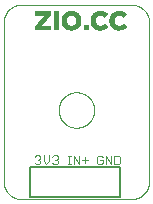
<source format=gto>
G75*
%MOIN*%
%OFA0B0*%
%FSLAX25Y25*%
%IPPOS*%
%LPD*%
%AMOC8*
5,1,8,0,0,1.08239X$1,22.5*
%
%ADD10C,0.00000*%
%ADD11C,0.00300*%
%ADD12C,0.00500*%
%ADD13C,0.00010*%
D10*
X0001400Y0007206D02*
X0001400Y0060194D01*
X0001402Y0060346D01*
X0001408Y0060498D01*
X0001418Y0060650D01*
X0001431Y0060801D01*
X0001449Y0060952D01*
X0001470Y0061103D01*
X0001496Y0061253D01*
X0001525Y0061402D01*
X0001558Y0061551D01*
X0001595Y0061698D01*
X0001635Y0061845D01*
X0001680Y0061990D01*
X0001728Y0062134D01*
X0001780Y0062277D01*
X0001835Y0062419D01*
X0001894Y0062559D01*
X0001957Y0062698D01*
X0002023Y0062835D01*
X0002093Y0062970D01*
X0002166Y0063103D01*
X0002243Y0063234D01*
X0002323Y0063364D01*
X0002406Y0063491D01*
X0002492Y0063616D01*
X0002582Y0063739D01*
X0002675Y0063859D01*
X0002771Y0063977D01*
X0002870Y0064093D01*
X0002972Y0064206D01*
X0003076Y0064316D01*
X0003184Y0064424D01*
X0003294Y0064528D01*
X0003407Y0064630D01*
X0003523Y0064729D01*
X0003641Y0064825D01*
X0003761Y0064918D01*
X0003884Y0065008D01*
X0004009Y0065094D01*
X0004136Y0065177D01*
X0004266Y0065257D01*
X0004397Y0065334D01*
X0004530Y0065407D01*
X0004665Y0065477D01*
X0004802Y0065543D01*
X0004941Y0065606D01*
X0005081Y0065665D01*
X0005223Y0065720D01*
X0005366Y0065772D01*
X0005510Y0065820D01*
X0005655Y0065865D01*
X0005802Y0065905D01*
X0005949Y0065942D01*
X0006098Y0065975D01*
X0006247Y0066004D01*
X0006397Y0066030D01*
X0006548Y0066051D01*
X0006699Y0066069D01*
X0006850Y0066082D01*
X0007002Y0066092D01*
X0007154Y0066098D01*
X0007306Y0066100D01*
X0043994Y0066100D01*
X0044146Y0066098D01*
X0044298Y0066092D01*
X0044450Y0066082D01*
X0044601Y0066069D01*
X0044752Y0066051D01*
X0044903Y0066030D01*
X0045053Y0066004D01*
X0045202Y0065975D01*
X0045351Y0065942D01*
X0045498Y0065905D01*
X0045645Y0065865D01*
X0045790Y0065820D01*
X0045934Y0065772D01*
X0046077Y0065720D01*
X0046219Y0065665D01*
X0046359Y0065606D01*
X0046498Y0065543D01*
X0046635Y0065477D01*
X0046770Y0065407D01*
X0046903Y0065334D01*
X0047034Y0065257D01*
X0047164Y0065177D01*
X0047291Y0065094D01*
X0047416Y0065008D01*
X0047539Y0064918D01*
X0047659Y0064825D01*
X0047777Y0064729D01*
X0047893Y0064630D01*
X0048006Y0064528D01*
X0048116Y0064424D01*
X0048224Y0064316D01*
X0048328Y0064206D01*
X0048430Y0064093D01*
X0048529Y0063977D01*
X0048625Y0063859D01*
X0048718Y0063739D01*
X0048808Y0063616D01*
X0048894Y0063491D01*
X0048977Y0063364D01*
X0049057Y0063234D01*
X0049134Y0063103D01*
X0049207Y0062970D01*
X0049277Y0062835D01*
X0049343Y0062698D01*
X0049406Y0062559D01*
X0049465Y0062419D01*
X0049520Y0062277D01*
X0049572Y0062134D01*
X0049620Y0061990D01*
X0049665Y0061845D01*
X0049705Y0061698D01*
X0049742Y0061551D01*
X0049775Y0061402D01*
X0049804Y0061253D01*
X0049830Y0061103D01*
X0049851Y0060952D01*
X0049869Y0060801D01*
X0049882Y0060650D01*
X0049892Y0060498D01*
X0049898Y0060346D01*
X0049900Y0060194D01*
X0049900Y0007206D01*
X0049898Y0007054D01*
X0049892Y0006902D01*
X0049882Y0006750D01*
X0049869Y0006599D01*
X0049851Y0006448D01*
X0049830Y0006297D01*
X0049804Y0006147D01*
X0049775Y0005998D01*
X0049742Y0005849D01*
X0049705Y0005702D01*
X0049665Y0005555D01*
X0049620Y0005410D01*
X0049572Y0005266D01*
X0049520Y0005123D01*
X0049465Y0004981D01*
X0049406Y0004841D01*
X0049343Y0004702D01*
X0049277Y0004565D01*
X0049207Y0004430D01*
X0049134Y0004297D01*
X0049057Y0004166D01*
X0048977Y0004036D01*
X0048894Y0003909D01*
X0048808Y0003784D01*
X0048718Y0003661D01*
X0048625Y0003541D01*
X0048529Y0003423D01*
X0048430Y0003307D01*
X0048328Y0003194D01*
X0048224Y0003084D01*
X0048116Y0002976D01*
X0048006Y0002872D01*
X0047893Y0002770D01*
X0047777Y0002671D01*
X0047659Y0002575D01*
X0047539Y0002482D01*
X0047416Y0002392D01*
X0047291Y0002306D01*
X0047164Y0002223D01*
X0047034Y0002143D01*
X0046903Y0002066D01*
X0046770Y0001993D01*
X0046635Y0001923D01*
X0046498Y0001857D01*
X0046359Y0001794D01*
X0046219Y0001735D01*
X0046077Y0001680D01*
X0045934Y0001628D01*
X0045790Y0001580D01*
X0045645Y0001535D01*
X0045498Y0001495D01*
X0045351Y0001458D01*
X0045202Y0001425D01*
X0045053Y0001396D01*
X0044903Y0001370D01*
X0044752Y0001349D01*
X0044601Y0001331D01*
X0044450Y0001318D01*
X0044298Y0001308D01*
X0044146Y0001302D01*
X0043994Y0001300D01*
X0007306Y0001300D01*
X0007154Y0001302D01*
X0007002Y0001308D01*
X0006850Y0001318D01*
X0006699Y0001331D01*
X0006548Y0001349D01*
X0006397Y0001370D01*
X0006247Y0001396D01*
X0006098Y0001425D01*
X0005949Y0001458D01*
X0005802Y0001495D01*
X0005655Y0001535D01*
X0005510Y0001580D01*
X0005366Y0001628D01*
X0005223Y0001680D01*
X0005081Y0001735D01*
X0004941Y0001794D01*
X0004802Y0001857D01*
X0004665Y0001923D01*
X0004530Y0001993D01*
X0004397Y0002066D01*
X0004266Y0002143D01*
X0004136Y0002223D01*
X0004009Y0002306D01*
X0003884Y0002392D01*
X0003761Y0002482D01*
X0003641Y0002575D01*
X0003523Y0002671D01*
X0003407Y0002770D01*
X0003294Y0002872D01*
X0003184Y0002976D01*
X0003076Y0003084D01*
X0002972Y0003194D01*
X0002870Y0003307D01*
X0002771Y0003423D01*
X0002675Y0003541D01*
X0002582Y0003661D01*
X0002492Y0003784D01*
X0002406Y0003909D01*
X0002323Y0004036D01*
X0002243Y0004166D01*
X0002166Y0004297D01*
X0002093Y0004430D01*
X0002023Y0004565D01*
X0001957Y0004702D01*
X0001894Y0004841D01*
X0001835Y0004981D01*
X0001780Y0005123D01*
X0001728Y0005266D01*
X0001680Y0005410D01*
X0001635Y0005555D01*
X0001595Y0005702D01*
X0001558Y0005849D01*
X0001525Y0005998D01*
X0001496Y0006147D01*
X0001470Y0006297D01*
X0001449Y0006448D01*
X0001431Y0006599D01*
X0001418Y0006750D01*
X0001408Y0006902D01*
X0001402Y0007054D01*
X0001400Y0007206D01*
X0019744Y0031000D02*
X0019746Y0031153D01*
X0019752Y0031307D01*
X0019762Y0031460D01*
X0019776Y0031612D01*
X0019794Y0031765D01*
X0019816Y0031916D01*
X0019841Y0032067D01*
X0019871Y0032218D01*
X0019905Y0032368D01*
X0019942Y0032516D01*
X0019983Y0032664D01*
X0020028Y0032810D01*
X0020077Y0032956D01*
X0020130Y0033100D01*
X0020186Y0033242D01*
X0020246Y0033383D01*
X0020310Y0033523D01*
X0020377Y0033661D01*
X0020448Y0033797D01*
X0020523Y0033931D01*
X0020600Y0034063D01*
X0020682Y0034193D01*
X0020766Y0034321D01*
X0020854Y0034447D01*
X0020945Y0034570D01*
X0021039Y0034691D01*
X0021137Y0034809D01*
X0021237Y0034925D01*
X0021341Y0035038D01*
X0021447Y0035149D01*
X0021556Y0035257D01*
X0021668Y0035362D01*
X0021782Y0035463D01*
X0021900Y0035562D01*
X0022019Y0035658D01*
X0022141Y0035751D01*
X0022266Y0035840D01*
X0022393Y0035927D01*
X0022522Y0036009D01*
X0022653Y0036089D01*
X0022786Y0036165D01*
X0022921Y0036238D01*
X0023058Y0036307D01*
X0023197Y0036372D01*
X0023337Y0036434D01*
X0023479Y0036492D01*
X0023622Y0036547D01*
X0023767Y0036598D01*
X0023913Y0036645D01*
X0024060Y0036688D01*
X0024208Y0036727D01*
X0024357Y0036763D01*
X0024507Y0036794D01*
X0024658Y0036822D01*
X0024809Y0036846D01*
X0024962Y0036866D01*
X0025114Y0036882D01*
X0025267Y0036894D01*
X0025420Y0036902D01*
X0025573Y0036906D01*
X0025727Y0036906D01*
X0025880Y0036902D01*
X0026033Y0036894D01*
X0026186Y0036882D01*
X0026338Y0036866D01*
X0026491Y0036846D01*
X0026642Y0036822D01*
X0026793Y0036794D01*
X0026943Y0036763D01*
X0027092Y0036727D01*
X0027240Y0036688D01*
X0027387Y0036645D01*
X0027533Y0036598D01*
X0027678Y0036547D01*
X0027821Y0036492D01*
X0027963Y0036434D01*
X0028103Y0036372D01*
X0028242Y0036307D01*
X0028379Y0036238D01*
X0028514Y0036165D01*
X0028647Y0036089D01*
X0028778Y0036009D01*
X0028907Y0035927D01*
X0029034Y0035840D01*
X0029159Y0035751D01*
X0029281Y0035658D01*
X0029400Y0035562D01*
X0029518Y0035463D01*
X0029632Y0035362D01*
X0029744Y0035257D01*
X0029853Y0035149D01*
X0029959Y0035038D01*
X0030063Y0034925D01*
X0030163Y0034809D01*
X0030261Y0034691D01*
X0030355Y0034570D01*
X0030446Y0034447D01*
X0030534Y0034321D01*
X0030618Y0034193D01*
X0030700Y0034063D01*
X0030777Y0033931D01*
X0030852Y0033797D01*
X0030923Y0033661D01*
X0030990Y0033523D01*
X0031054Y0033383D01*
X0031114Y0033242D01*
X0031170Y0033100D01*
X0031223Y0032956D01*
X0031272Y0032810D01*
X0031317Y0032664D01*
X0031358Y0032516D01*
X0031395Y0032368D01*
X0031429Y0032218D01*
X0031459Y0032067D01*
X0031484Y0031916D01*
X0031506Y0031765D01*
X0031524Y0031612D01*
X0031538Y0031460D01*
X0031548Y0031307D01*
X0031554Y0031153D01*
X0031556Y0031000D01*
X0031554Y0030847D01*
X0031548Y0030693D01*
X0031538Y0030540D01*
X0031524Y0030388D01*
X0031506Y0030235D01*
X0031484Y0030084D01*
X0031459Y0029933D01*
X0031429Y0029782D01*
X0031395Y0029632D01*
X0031358Y0029484D01*
X0031317Y0029336D01*
X0031272Y0029190D01*
X0031223Y0029044D01*
X0031170Y0028900D01*
X0031114Y0028758D01*
X0031054Y0028617D01*
X0030990Y0028477D01*
X0030923Y0028339D01*
X0030852Y0028203D01*
X0030777Y0028069D01*
X0030700Y0027937D01*
X0030618Y0027807D01*
X0030534Y0027679D01*
X0030446Y0027553D01*
X0030355Y0027430D01*
X0030261Y0027309D01*
X0030163Y0027191D01*
X0030063Y0027075D01*
X0029959Y0026962D01*
X0029853Y0026851D01*
X0029744Y0026743D01*
X0029632Y0026638D01*
X0029518Y0026537D01*
X0029400Y0026438D01*
X0029281Y0026342D01*
X0029159Y0026249D01*
X0029034Y0026160D01*
X0028907Y0026073D01*
X0028778Y0025991D01*
X0028647Y0025911D01*
X0028514Y0025835D01*
X0028379Y0025762D01*
X0028242Y0025693D01*
X0028103Y0025628D01*
X0027963Y0025566D01*
X0027821Y0025508D01*
X0027678Y0025453D01*
X0027533Y0025402D01*
X0027387Y0025355D01*
X0027240Y0025312D01*
X0027092Y0025273D01*
X0026943Y0025237D01*
X0026793Y0025206D01*
X0026642Y0025178D01*
X0026491Y0025154D01*
X0026338Y0025134D01*
X0026186Y0025118D01*
X0026033Y0025106D01*
X0025880Y0025098D01*
X0025727Y0025094D01*
X0025573Y0025094D01*
X0025420Y0025098D01*
X0025267Y0025106D01*
X0025114Y0025118D01*
X0024962Y0025134D01*
X0024809Y0025154D01*
X0024658Y0025178D01*
X0024507Y0025206D01*
X0024357Y0025237D01*
X0024208Y0025273D01*
X0024060Y0025312D01*
X0023913Y0025355D01*
X0023767Y0025402D01*
X0023622Y0025453D01*
X0023479Y0025508D01*
X0023337Y0025566D01*
X0023197Y0025628D01*
X0023058Y0025693D01*
X0022921Y0025762D01*
X0022786Y0025835D01*
X0022653Y0025911D01*
X0022522Y0025991D01*
X0022393Y0026073D01*
X0022266Y0026160D01*
X0022141Y0026249D01*
X0022019Y0026342D01*
X0021900Y0026438D01*
X0021782Y0026537D01*
X0021668Y0026638D01*
X0021556Y0026743D01*
X0021447Y0026851D01*
X0021341Y0026962D01*
X0021237Y0027075D01*
X0021137Y0027191D01*
X0021039Y0027309D01*
X0020945Y0027430D01*
X0020854Y0027553D01*
X0020766Y0027679D01*
X0020682Y0027807D01*
X0020600Y0027937D01*
X0020523Y0028069D01*
X0020448Y0028203D01*
X0020377Y0028339D01*
X0020310Y0028477D01*
X0020246Y0028617D01*
X0020186Y0028758D01*
X0020130Y0028900D01*
X0020077Y0029044D01*
X0020028Y0029190D01*
X0019983Y0029336D01*
X0019942Y0029484D01*
X0019905Y0029632D01*
X0019871Y0029782D01*
X0019841Y0029933D01*
X0019816Y0030084D01*
X0019794Y0030235D01*
X0019776Y0030388D01*
X0019762Y0030540D01*
X0019752Y0030693D01*
X0019746Y0030847D01*
X0019744Y0031000D01*
D11*
X0019094Y0015852D02*
X0018127Y0015852D01*
X0017643Y0015369D01*
X0016631Y0015852D02*
X0016631Y0013917D01*
X0015664Y0012950D01*
X0014697Y0013917D01*
X0014697Y0015852D01*
X0013685Y0015369D02*
X0013685Y0014885D01*
X0013201Y0014401D01*
X0013685Y0013917D01*
X0013685Y0013434D01*
X0013201Y0012950D01*
X0012234Y0012950D01*
X0011750Y0013434D01*
X0012717Y0014401D02*
X0013201Y0014401D01*
X0013685Y0015369D02*
X0013201Y0015852D01*
X0012234Y0015852D01*
X0011750Y0015369D01*
X0017643Y0013434D02*
X0018127Y0012950D01*
X0019094Y0012950D01*
X0019578Y0013434D01*
X0019578Y0013917D01*
X0019094Y0014401D01*
X0018611Y0014401D01*
X0019094Y0014401D02*
X0019578Y0014885D01*
X0019578Y0015369D01*
X0019094Y0015852D01*
X0022750Y0015752D02*
X0023717Y0015752D01*
X0023234Y0015752D02*
X0023234Y0012850D01*
X0023717Y0012850D02*
X0022750Y0012850D01*
X0024714Y0012850D02*
X0024714Y0015752D01*
X0026649Y0012850D01*
X0026649Y0015752D01*
X0027661Y0014301D02*
X0029596Y0014301D01*
X0028628Y0015269D02*
X0028628Y0013334D01*
X0032450Y0013334D02*
X0032934Y0012850D01*
X0033901Y0012850D01*
X0034385Y0013334D01*
X0034385Y0014301D01*
X0033417Y0014301D01*
X0034385Y0015269D02*
X0033901Y0015752D01*
X0032934Y0015752D01*
X0032450Y0015269D01*
X0032450Y0013334D01*
X0035397Y0012850D02*
X0035397Y0015752D01*
X0037331Y0012850D01*
X0037331Y0015752D01*
X0038343Y0015752D02*
X0039794Y0015752D01*
X0040278Y0015269D01*
X0040278Y0013334D01*
X0039794Y0012850D01*
X0038343Y0012850D01*
X0038343Y0015752D01*
D12*
X0040300Y0012100D02*
X0040300Y0002100D01*
X0010300Y0002100D01*
X0010300Y0012100D01*
X0040300Y0012100D01*
D13*
X0039552Y0057826D02*
X0039710Y0057830D01*
X0039868Y0057836D01*
X0040025Y0057846D01*
X0040182Y0057858D01*
X0040339Y0057874D01*
X0040496Y0057894D01*
X0040651Y0057924D01*
X0040803Y0057974D01*
X0040952Y0058033D01*
X0041099Y0058097D01*
X0041244Y0058167D01*
X0041383Y0058247D01*
X0041517Y0058335D01*
X0041648Y0058429D01*
X0041775Y0058527D01*
X0041898Y0058631D01*
X0042016Y0058741D01*
X0042107Y0058870D01*
X0042018Y0058991D01*
X0041918Y0059102D01*
X0041815Y0059211D01*
X0041710Y0059319D01*
X0041611Y0059418D01*
X0041511Y0059518D01*
X0041412Y0059618D01*
X0041313Y0059718D01*
X0041191Y0059618D01*
X0041069Y0059519D01*
X0040944Y0059426D01*
X0040814Y0059339D01*
X0040680Y0059259D01*
X0040542Y0059186D01*
X0040399Y0059122D01*
X0040250Y0059076D01*
X0040094Y0059058D01*
X0039938Y0059053D01*
X0039781Y0059052D01*
X0039629Y0059053D01*
X0039477Y0059057D01*
X0039326Y0059074D01*
X0039181Y0059117D01*
X0039043Y0059180D01*
X0038901Y0059258D01*
X0038767Y0059348D01*
X0038641Y0059451D01*
X0038526Y0059565D01*
X0038422Y0059689D01*
X0038330Y0059822D01*
X0038250Y0059963D01*
X0038182Y0060110D01*
X0038126Y0060262D01*
X0038083Y0060418D01*
X0038052Y0060577D01*
X0038034Y0060738D01*
X0038028Y0060900D01*
X0038034Y0061062D01*
X0038052Y0061222D01*
X0038083Y0061381D01*
X0038126Y0061538D01*
X0038181Y0061690D01*
X0038249Y0061837D01*
X0038330Y0061977D01*
X0038422Y0062110D01*
X0038526Y0062234D01*
X0038641Y0062348D01*
X0038766Y0062451D01*
X0038900Y0062542D01*
X0039042Y0062620D01*
X0039176Y0062681D01*
X0039317Y0062724D01*
X0039464Y0062742D01*
X0039612Y0062747D01*
X0039759Y0062748D01*
X0039916Y0062747D01*
X0040073Y0062741D01*
X0040228Y0062719D01*
X0040377Y0062669D01*
X0040519Y0062604D01*
X0040657Y0062533D01*
X0040791Y0062456D01*
X0040922Y0062374D01*
X0041049Y0062285D01*
X0041162Y0062198D01*
X0041276Y0062111D01*
X0041350Y0062194D01*
X0041424Y0062277D01*
X0041529Y0062396D01*
X0041633Y0062515D01*
X0041737Y0062635D01*
X0041841Y0062755D01*
X0041930Y0062858D01*
X0042019Y0062962D01*
X0042108Y0063066D01*
X0041994Y0063167D01*
X0041879Y0063267D01*
X0041761Y0063362D01*
X0041636Y0063448D01*
X0041506Y0063527D01*
X0041374Y0063601D01*
X0041238Y0063670D01*
X0041100Y0063733D01*
X0040960Y0063791D01*
X0040818Y0063843D01*
X0040672Y0063887D01*
X0040526Y0063919D01*
X0040378Y0063939D01*
X0040229Y0063951D01*
X0040080Y0063958D01*
X0039931Y0063962D01*
X0039781Y0063963D01*
X0039624Y0063963D01*
X0039466Y0063961D01*
X0039309Y0063953D01*
X0039152Y0063937D01*
X0038998Y0063906D01*
X0038846Y0063863D01*
X0038697Y0063813D01*
X0038551Y0063755D01*
X0038407Y0063691D01*
X0038266Y0063621D01*
X0038129Y0063543D01*
X0037996Y0063458D01*
X0037868Y0063367D01*
X0037744Y0063269D01*
X0037626Y0063165D01*
X0037514Y0063055D01*
X0037407Y0062940D01*
X0042000Y0062940D01*
X0042007Y0062948D02*
X0037415Y0062948D01*
X0037407Y0062940D02*
X0037307Y0062818D01*
X0037213Y0062692D01*
X0037126Y0062561D01*
X0037046Y0062425D01*
X0036973Y0062285D01*
X0036908Y0062142D01*
X0036850Y0061995D01*
X0038342Y0061995D01*
X0038348Y0062003D02*
X0036853Y0062003D01*
X0036850Y0061995D02*
X0036800Y0061846D01*
X0036757Y0061695D01*
X0036724Y0061541D01*
X0036701Y0061385D01*
X0036684Y0061229D01*
X0036674Y0061072D01*
X0036670Y0060915D01*
X0036670Y0060757D01*
X0036676Y0060600D01*
X0036689Y0060443D01*
X0036708Y0060287D01*
X0036738Y0060133D01*
X0036778Y0059986D01*
X0036826Y0059843D01*
X0036882Y0059702D01*
X0036943Y0059563D01*
X0037010Y0059426D01*
X0037081Y0059293D01*
X0037158Y0059162D01*
X0037241Y0059035D01*
X0037333Y0058915D01*
X0037438Y0058795D01*
X0037550Y0058681D01*
X0037667Y0058573D01*
X0037790Y0058471D01*
X0037918Y0058376D01*
X0038051Y0058289D01*
X0038189Y0058208D01*
X0038330Y0058135D01*
X0038476Y0058069D01*
X0038624Y0058010D01*
X0038774Y0057958D01*
X0038927Y0057913D01*
X0039082Y0057873D01*
X0039238Y0057840D01*
X0039395Y0057827D01*
X0039552Y0057826D01*
X0039753Y0057831D02*
X0039342Y0057831D01*
X0039240Y0057840D02*
X0039925Y0057840D01*
X0040056Y0057849D02*
X0039199Y0057849D01*
X0039159Y0057857D02*
X0040166Y0057857D01*
X0040255Y0057866D02*
X0039119Y0057866D01*
X0039080Y0057874D02*
X0040341Y0057874D01*
X0040408Y0057883D02*
X0039046Y0057883D01*
X0039013Y0057891D02*
X0040475Y0057891D01*
X0040526Y0057900D02*
X0038979Y0057900D01*
X0038946Y0057908D02*
X0040571Y0057908D01*
X0040615Y0057917D02*
X0038914Y0057917D01*
X0038886Y0057925D02*
X0040656Y0057925D01*
X0040681Y0057934D02*
X0038857Y0057934D01*
X0038828Y0057942D02*
X0040707Y0057942D01*
X0040733Y0057951D02*
X0038800Y0057951D01*
X0038772Y0057959D02*
X0040758Y0057959D01*
X0040784Y0057968D02*
X0038747Y0057968D01*
X0038722Y0057976D02*
X0040809Y0057976D01*
X0040830Y0057985D02*
X0038698Y0057985D01*
X0038673Y0057993D02*
X0040852Y0057993D01*
X0040874Y0058002D02*
X0038648Y0058002D01*
X0038624Y0058010D02*
X0040895Y0058010D01*
X0040917Y0058019D02*
X0038602Y0058019D01*
X0038581Y0058027D02*
X0040939Y0058027D01*
X0040960Y0058036D02*
X0038559Y0058036D01*
X0038538Y0058044D02*
X0040979Y0058044D01*
X0040998Y0058053D02*
X0038516Y0058053D01*
X0038495Y0058061D02*
X0041018Y0058061D01*
X0041037Y0058070D02*
X0038474Y0058070D01*
X0038455Y0058078D02*
X0041057Y0058078D01*
X0041076Y0058087D02*
X0038436Y0058087D01*
X0038418Y0058095D02*
X0041096Y0058095D01*
X0041114Y0058104D02*
X0038399Y0058104D01*
X0038380Y0058112D02*
X0041131Y0058112D01*
X0041149Y0058121D02*
X0038361Y0058121D01*
X0038342Y0058129D02*
X0041166Y0058129D01*
X0041184Y0058138D02*
X0038324Y0058138D01*
X0038308Y0058147D02*
X0041201Y0058147D01*
X0041219Y0058155D02*
X0038292Y0058155D01*
X0038275Y0058164D02*
X0041236Y0058164D01*
X0041252Y0058172D02*
X0038259Y0058172D01*
X0038242Y0058181D02*
X0041267Y0058181D01*
X0041282Y0058189D02*
X0038226Y0058189D01*
X0038209Y0058198D02*
X0041297Y0058198D01*
X0041311Y0058206D02*
X0038193Y0058206D01*
X0038178Y0058215D02*
X0041326Y0058215D01*
X0041341Y0058223D02*
X0038163Y0058223D01*
X0038149Y0058232D02*
X0041356Y0058232D01*
X0041371Y0058240D02*
X0038134Y0058240D01*
X0038119Y0058249D02*
X0041385Y0058249D01*
X0041398Y0058257D02*
X0038105Y0058257D01*
X0038090Y0058266D02*
X0041411Y0058266D01*
X0041424Y0058274D02*
X0038076Y0058274D01*
X0038061Y0058283D02*
X0041437Y0058283D01*
X0041450Y0058291D02*
X0038047Y0058291D01*
X0038034Y0058300D02*
X0041463Y0058300D01*
X0041476Y0058308D02*
X0038021Y0058308D01*
X0038008Y0058317D02*
X0041489Y0058317D01*
X0041502Y0058325D02*
X0037996Y0058325D01*
X0037983Y0058334D02*
X0041515Y0058334D01*
X0041527Y0058342D02*
X0037970Y0058342D01*
X0037957Y0058351D02*
X0041539Y0058351D01*
X0041551Y0058359D02*
X0037944Y0058359D01*
X0037931Y0058368D02*
X0041563Y0058368D01*
X0041574Y0058376D02*
X0037918Y0058376D01*
X0037906Y0058385D02*
X0041586Y0058385D01*
X0041598Y0058393D02*
X0037895Y0058393D01*
X0037883Y0058402D02*
X0041610Y0058402D01*
X0041622Y0058410D02*
X0037872Y0058410D01*
X0037860Y0058419D02*
X0041634Y0058419D01*
X0041646Y0058427D02*
X0037849Y0058427D01*
X0037837Y0058436D02*
X0041657Y0058436D01*
X0041668Y0058444D02*
X0037826Y0058444D01*
X0037814Y0058453D02*
X0041679Y0058453D01*
X0041690Y0058462D02*
X0037803Y0058462D01*
X0037791Y0058470D02*
X0041701Y0058470D01*
X0041712Y0058479D02*
X0037781Y0058479D01*
X0037770Y0058487D02*
X0041723Y0058487D01*
X0041734Y0058496D02*
X0037760Y0058496D01*
X0037750Y0058504D02*
X0041745Y0058504D01*
X0041756Y0058513D02*
X0037739Y0058513D01*
X0037729Y0058521D02*
X0041767Y0058521D01*
X0041778Y0058530D02*
X0037719Y0058530D01*
X0037709Y0058538D02*
X0041788Y0058538D01*
X0041798Y0058547D02*
X0037698Y0058547D01*
X0037688Y0058555D02*
X0041808Y0058555D01*
X0041818Y0058564D02*
X0037678Y0058564D01*
X0037667Y0058572D02*
X0041829Y0058572D01*
X0041839Y0058581D02*
X0037658Y0058581D01*
X0037649Y0058589D02*
X0041849Y0058589D01*
X0041859Y0058598D02*
X0037640Y0058598D01*
X0037630Y0058606D02*
X0041869Y0058606D01*
X0041879Y0058615D02*
X0037621Y0058615D01*
X0037612Y0058623D02*
X0041890Y0058623D01*
X0041900Y0058632D02*
X0037603Y0058632D01*
X0037594Y0058640D02*
X0041909Y0058640D01*
X0041918Y0058649D02*
X0037584Y0058649D01*
X0037575Y0058657D02*
X0041927Y0058657D01*
X0041936Y0058666D02*
X0037566Y0058666D01*
X0037557Y0058674D02*
X0041945Y0058674D01*
X0041954Y0058683D02*
X0037548Y0058683D01*
X0037539Y0058691D02*
X0041963Y0058691D01*
X0041972Y0058700D02*
X0037531Y0058700D01*
X0037523Y0058708D02*
X0041981Y0058708D01*
X0041990Y0058717D02*
X0037515Y0058717D01*
X0037506Y0058725D02*
X0041999Y0058725D01*
X0042008Y0058734D02*
X0037498Y0058734D01*
X0037490Y0058742D02*
X0042017Y0058742D01*
X0042023Y0058751D02*
X0037481Y0058751D01*
X0037473Y0058759D02*
X0042029Y0058759D01*
X0042035Y0058768D02*
X0037465Y0058768D01*
X0037456Y0058777D02*
X0042041Y0058777D01*
X0042047Y0058785D02*
X0037448Y0058785D01*
X0037440Y0058794D02*
X0042053Y0058794D01*
X0042059Y0058802D02*
X0037432Y0058802D01*
X0037425Y0058811D02*
X0042065Y0058811D01*
X0042071Y0058819D02*
X0037417Y0058819D01*
X0037410Y0058828D02*
X0042077Y0058828D01*
X0042083Y0058836D02*
X0037402Y0058836D01*
X0037395Y0058845D02*
X0042089Y0058845D01*
X0042095Y0058853D02*
X0037387Y0058853D01*
X0037380Y0058862D02*
X0042101Y0058862D01*
X0042107Y0058870D02*
X0037372Y0058870D01*
X0037365Y0058879D02*
X0042101Y0058879D01*
X0042094Y0058887D02*
X0037357Y0058887D01*
X0037350Y0058896D02*
X0042088Y0058896D01*
X0042082Y0058904D02*
X0037343Y0058904D01*
X0037335Y0058913D02*
X0042076Y0058913D01*
X0042069Y0058921D02*
X0037328Y0058921D01*
X0037322Y0058930D02*
X0042063Y0058930D01*
X0042057Y0058938D02*
X0037315Y0058938D01*
X0037309Y0058947D02*
X0042051Y0058947D01*
X0042044Y0058955D02*
X0037302Y0058955D01*
X0037296Y0058964D02*
X0042038Y0058964D01*
X0042032Y0058972D02*
X0037289Y0058972D01*
X0037283Y0058981D02*
X0042026Y0058981D01*
X0042019Y0058989D02*
X0037276Y0058989D01*
X0037270Y0058998D02*
X0042012Y0058998D01*
X0042004Y0059006D02*
X0037263Y0059006D01*
X0037257Y0059015D02*
X0041997Y0059015D01*
X0041989Y0059023D02*
X0037250Y0059023D01*
X0037244Y0059032D02*
X0041981Y0059032D01*
X0041974Y0059040D02*
X0037238Y0059040D01*
X0037232Y0059049D02*
X0041966Y0059049D01*
X0041958Y0059057D02*
X0040088Y0059057D01*
X0040164Y0059066D02*
X0041951Y0059066D01*
X0041943Y0059075D02*
X0040235Y0059075D01*
X0040272Y0059083D02*
X0041935Y0059083D01*
X0041928Y0059092D02*
X0040299Y0059092D01*
X0040327Y0059100D02*
X0041920Y0059100D01*
X0041912Y0059109D02*
X0040355Y0059109D01*
X0040383Y0059117D02*
X0041904Y0059117D01*
X0041896Y0059126D02*
X0040407Y0059126D01*
X0040426Y0059134D02*
X0041888Y0059134D01*
X0041880Y0059143D02*
X0040445Y0059143D01*
X0040464Y0059151D02*
X0041872Y0059151D01*
X0041864Y0059160D02*
X0040483Y0059160D01*
X0040502Y0059168D02*
X0041856Y0059168D01*
X0041848Y0059177D02*
X0040521Y0059177D01*
X0040540Y0059185D02*
X0041840Y0059185D01*
X0041832Y0059194D02*
X0040557Y0059194D01*
X0040573Y0059202D02*
X0041824Y0059202D01*
X0041816Y0059211D02*
X0040589Y0059211D01*
X0040605Y0059219D02*
X0041807Y0059219D01*
X0041799Y0059228D02*
X0040621Y0059228D01*
X0040637Y0059236D02*
X0041791Y0059236D01*
X0041782Y0059245D02*
X0040653Y0059245D01*
X0040669Y0059253D02*
X0041774Y0059253D01*
X0041766Y0059262D02*
X0040685Y0059262D01*
X0040699Y0059270D02*
X0041757Y0059270D01*
X0041749Y0059279D02*
X0040713Y0059279D01*
X0040727Y0059287D02*
X0041741Y0059287D01*
X0041732Y0059296D02*
X0040742Y0059296D01*
X0040756Y0059304D02*
X0041724Y0059304D01*
X0041716Y0059313D02*
X0040770Y0059313D01*
X0040784Y0059321D02*
X0041707Y0059321D01*
X0041699Y0059330D02*
X0040798Y0059330D01*
X0040812Y0059338D02*
X0041690Y0059338D01*
X0041682Y0059347D02*
X0040825Y0059347D01*
X0040838Y0059355D02*
X0041673Y0059355D01*
X0041665Y0059364D02*
X0040851Y0059364D01*
X0040864Y0059372D02*
X0041657Y0059372D01*
X0041648Y0059381D02*
X0040877Y0059381D01*
X0040890Y0059390D02*
X0041640Y0059390D01*
X0041631Y0059398D02*
X0040903Y0059398D01*
X0040915Y0059407D02*
X0041623Y0059407D01*
X0041614Y0059415D02*
X0040928Y0059415D01*
X0040941Y0059424D02*
X0041606Y0059424D01*
X0041597Y0059432D02*
X0040953Y0059432D01*
X0040964Y0059441D02*
X0041589Y0059441D01*
X0041580Y0059449D02*
X0040976Y0059449D01*
X0040987Y0059458D02*
X0041572Y0059458D01*
X0041563Y0059466D02*
X0040998Y0059466D01*
X0041010Y0059475D02*
X0041555Y0059475D01*
X0041546Y0059483D02*
X0041021Y0059483D01*
X0041033Y0059492D02*
X0041538Y0059492D01*
X0041529Y0059500D02*
X0041044Y0059500D01*
X0041056Y0059509D02*
X0041521Y0059509D01*
X0041512Y0059517D02*
X0041067Y0059517D01*
X0041078Y0059526D02*
X0041504Y0059526D01*
X0041495Y0059534D02*
X0041088Y0059534D01*
X0041098Y0059543D02*
X0041487Y0059543D01*
X0041478Y0059551D02*
X0041109Y0059551D01*
X0041119Y0059560D02*
X0041470Y0059560D01*
X0041462Y0059568D02*
X0041130Y0059568D01*
X0041140Y0059577D02*
X0041453Y0059577D01*
X0041445Y0059585D02*
X0041151Y0059585D01*
X0041161Y0059594D02*
X0041436Y0059594D01*
X0041428Y0059602D02*
X0041172Y0059602D01*
X0041182Y0059611D02*
X0041419Y0059611D01*
X0041411Y0059619D02*
X0041192Y0059619D01*
X0041203Y0059628D02*
X0041402Y0059628D01*
X0041394Y0059636D02*
X0041213Y0059636D01*
X0041224Y0059645D02*
X0041385Y0059645D01*
X0041377Y0059653D02*
X0041234Y0059653D01*
X0041245Y0059662D02*
X0041368Y0059662D01*
X0041360Y0059670D02*
X0041255Y0059670D01*
X0041266Y0059679D02*
X0041351Y0059679D01*
X0041343Y0059687D02*
X0041276Y0059687D01*
X0041287Y0059696D02*
X0041334Y0059696D01*
X0041326Y0059705D02*
X0041297Y0059705D01*
X0041307Y0059713D02*
X0041317Y0059713D01*
X0041272Y0062114D02*
X0041278Y0062114D01*
X0041286Y0062122D02*
X0041261Y0062122D01*
X0041250Y0062131D02*
X0041294Y0062131D01*
X0041301Y0062139D02*
X0041238Y0062139D01*
X0041227Y0062148D02*
X0041309Y0062148D01*
X0041317Y0062156D02*
X0041216Y0062156D01*
X0041205Y0062165D02*
X0041324Y0062165D01*
X0041332Y0062174D02*
X0041194Y0062174D01*
X0041183Y0062182D02*
X0041339Y0062182D01*
X0041347Y0062191D02*
X0041172Y0062191D01*
X0041161Y0062199D02*
X0041355Y0062199D01*
X0041362Y0062208D02*
X0041150Y0062208D01*
X0041139Y0062216D02*
X0041370Y0062216D01*
X0041378Y0062225D02*
X0041128Y0062225D01*
X0041117Y0062233D02*
X0041385Y0062233D01*
X0041393Y0062242D02*
X0041106Y0062242D01*
X0041095Y0062250D02*
X0041400Y0062250D01*
X0041408Y0062259D02*
X0041084Y0062259D01*
X0041073Y0062267D02*
X0041416Y0062267D01*
X0041423Y0062276D02*
X0041062Y0062276D01*
X0041051Y0062284D02*
X0041431Y0062284D01*
X0041438Y0062293D02*
X0041039Y0062293D01*
X0041027Y0062301D02*
X0041446Y0062301D01*
X0041453Y0062310D02*
X0041014Y0062310D01*
X0041002Y0062318D02*
X0041461Y0062318D01*
X0041468Y0062327D02*
X0040990Y0062327D01*
X0040978Y0062335D02*
X0041476Y0062335D01*
X0041483Y0062344D02*
X0040966Y0062344D01*
X0040954Y0062352D02*
X0041491Y0062352D01*
X0041499Y0062361D02*
X0040942Y0062361D01*
X0040930Y0062369D02*
X0041506Y0062369D01*
X0041514Y0062378D02*
X0040917Y0062378D01*
X0040903Y0062386D02*
X0041521Y0062386D01*
X0041529Y0062395D02*
X0040890Y0062395D01*
X0040876Y0062403D02*
X0041536Y0062403D01*
X0041543Y0062412D02*
X0040862Y0062412D01*
X0040849Y0062420D02*
X0041551Y0062420D01*
X0041558Y0062429D02*
X0040835Y0062429D01*
X0040822Y0062437D02*
X0041566Y0062437D01*
X0041573Y0062446D02*
X0040808Y0062446D01*
X0040794Y0062454D02*
X0041581Y0062454D01*
X0041588Y0062463D02*
X0040780Y0062463D01*
X0040765Y0062472D02*
X0041595Y0062472D01*
X0041603Y0062480D02*
X0040750Y0062480D01*
X0040735Y0062489D02*
X0041610Y0062489D01*
X0041618Y0062497D02*
X0040720Y0062497D01*
X0040705Y0062506D02*
X0041625Y0062506D01*
X0041633Y0062514D02*
X0040690Y0062514D01*
X0040675Y0062523D02*
X0041640Y0062523D01*
X0041647Y0062531D02*
X0040661Y0062531D01*
X0040644Y0062540D02*
X0041655Y0062540D01*
X0041662Y0062548D02*
X0040628Y0062548D01*
X0040611Y0062557D02*
X0041670Y0062557D01*
X0041677Y0062565D02*
X0040595Y0062565D01*
X0040578Y0062574D02*
X0041684Y0062574D01*
X0041692Y0062582D02*
X0040562Y0062582D01*
X0040545Y0062591D02*
X0041699Y0062591D01*
X0041707Y0062599D02*
X0040528Y0062599D01*
X0040511Y0062608D02*
X0041714Y0062608D01*
X0041721Y0062616D02*
X0040492Y0062616D01*
X0040473Y0062625D02*
X0041729Y0062625D01*
X0041736Y0062633D02*
X0040455Y0062633D01*
X0040436Y0062642D02*
X0041743Y0062642D01*
X0041751Y0062650D02*
X0040417Y0062650D01*
X0040398Y0062659D02*
X0041758Y0062659D01*
X0041766Y0062667D02*
X0040379Y0062667D01*
X0040355Y0062676D02*
X0041773Y0062676D01*
X0041780Y0062684D02*
X0040330Y0062684D01*
X0040304Y0062693D02*
X0041788Y0062693D01*
X0041795Y0062701D02*
X0040279Y0062701D01*
X0040254Y0062710D02*
X0041802Y0062710D01*
X0041810Y0062718D02*
X0040228Y0062718D01*
X0040170Y0062727D02*
X0041817Y0062727D01*
X0041824Y0062735D02*
X0040110Y0062735D01*
X0039990Y0062744D02*
X0041832Y0062744D01*
X0041839Y0062752D02*
X0037258Y0062752D01*
X0037252Y0062744D02*
X0039528Y0062744D01*
X0039410Y0062735D02*
X0037245Y0062735D01*
X0037239Y0062727D02*
X0039339Y0062727D01*
X0039298Y0062718D02*
X0037233Y0062718D01*
X0037226Y0062710D02*
X0039270Y0062710D01*
X0039242Y0062701D02*
X0037220Y0062701D01*
X0037214Y0062693D02*
X0039214Y0062693D01*
X0039187Y0062684D02*
X0037208Y0062684D01*
X0037202Y0062676D02*
X0039165Y0062676D01*
X0039146Y0062667D02*
X0037197Y0062667D01*
X0037191Y0062659D02*
X0039128Y0062659D01*
X0039109Y0062650D02*
X0037185Y0062650D01*
X0037180Y0062642D02*
X0039090Y0062642D01*
X0039072Y0062633D02*
X0037174Y0062633D01*
X0037168Y0062625D02*
X0039053Y0062625D01*
X0039036Y0062616D02*
X0037163Y0062616D01*
X0037157Y0062608D02*
X0039020Y0062608D01*
X0039005Y0062599D02*
X0037151Y0062599D01*
X0037146Y0062591D02*
X0038989Y0062591D01*
X0038974Y0062582D02*
X0037140Y0062582D01*
X0037134Y0062574D02*
X0038958Y0062574D01*
X0038943Y0062565D02*
X0037129Y0062565D01*
X0037123Y0062557D02*
X0038927Y0062557D01*
X0038912Y0062548D02*
X0037118Y0062548D01*
X0037113Y0062540D02*
X0038897Y0062540D01*
X0038884Y0062531D02*
X0037108Y0062531D01*
X0037103Y0062523D02*
X0038872Y0062523D01*
X0038859Y0062514D02*
X0037098Y0062514D01*
X0037093Y0062506D02*
X0038846Y0062506D01*
X0038834Y0062497D02*
X0037088Y0062497D01*
X0037083Y0062489D02*
X0038821Y0062489D01*
X0038809Y0062480D02*
X0037078Y0062480D01*
X0037073Y0062472D02*
X0038796Y0062472D01*
X0038783Y0062463D02*
X0037068Y0062463D01*
X0037063Y0062454D02*
X0038771Y0062454D01*
X0038760Y0062446D02*
X0037058Y0062446D01*
X0037053Y0062437D02*
X0038749Y0062437D01*
X0038739Y0062429D02*
X0037048Y0062429D01*
X0037044Y0062420D02*
X0038728Y0062420D01*
X0038718Y0062412D02*
X0037039Y0062412D01*
X0037035Y0062403D02*
X0038708Y0062403D01*
X0038697Y0062395D02*
X0037030Y0062395D01*
X0037026Y0062386D02*
X0038687Y0062386D01*
X0038677Y0062378D02*
X0037021Y0062378D01*
X0037017Y0062369D02*
X0038666Y0062369D01*
X0038656Y0062361D02*
X0037013Y0062361D01*
X0037008Y0062352D02*
X0038645Y0062352D01*
X0038636Y0062344D02*
X0037004Y0062344D01*
X0036999Y0062335D02*
X0038627Y0062335D01*
X0038619Y0062327D02*
X0036995Y0062327D01*
X0036991Y0062318D02*
X0038610Y0062318D01*
X0038602Y0062310D02*
X0036986Y0062310D01*
X0036982Y0062301D02*
X0038593Y0062301D01*
X0038585Y0062293D02*
X0036977Y0062293D01*
X0036973Y0062284D02*
X0038576Y0062284D01*
X0038567Y0062276D02*
X0036969Y0062276D01*
X0036965Y0062267D02*
X0038559Y0062267D01*
X0038550Y0062259D02*
X0036961Y0062259D01*
X0036957Y0062250D02*
X0038542Y0062250D01*
X0038533Y0062242D02*
X0036954Y0062242D01*
X0036950Y0062233D02*
X0038525Y0062233D01*
X0038518Y0062225D02*
X0036946Y0062225D01*
X0036942Y0062216D02*
X0038510Y0062216D01*
X0038503Y0062208D02*
X0036938Y0062208D01*
X0036934Y0062199D02*
X0038496Y0062199D01*
X0038489Y0062191D02*
X0036930Y0062191D01*
X0036926Y0062182D02*
X0038482Y0062182D01*
X0038475Y0062174D02*
X0036922Y0062174D01*
X0036919Y0062165D02*
X0038468Y0062165D01*
X0038460Y0062156D02*
X0036915Y0062156D01*
X0036911Y0062148D02*
X0038453Y0062148D01*
X0038446Y0062139D02*
X0036907Y0062139D01*
X0036904Y0062131D02*
X0038439Y0062131D01*
X0038432Y0062122D02*
X0036900Y0062122D01*
X0036897Y0062114D02*
X0038425Y0062114D01*
X0038418Y0062105D02*
X0036894Y0062105D01*
X0036890Y0062097D02*
X0038412Y0062097D01*
X0038407Y0062088D02*
X0036887Y0062088D01*
X0036884Y0062080D02*
X0038401Y0062080D01*
X0038395Y0062071D02*
X0036880Y0062071D01*
X0036877Y0062063D02*
X0038389Y0062063D01*
X0038383Y0062054D02*
X0036873Y0062054D01*
X0036870Y0062046D02*
X0038377Y0062046D01*
X0038371Y0062037D02*
X0036867Y0062037D01*
X0036863Y0062029D02*
X0038365Y0062029D01*
X0038359Y0062020D02*
X0036860Y0062020D01*
X0036857Y0062012D02*
X0038354Y0062012D01*
X0038336Y0061986D02*
X0036847Y0061986D01*
X0036844Y0061978D02*
X0038330Y0061978D01*
X0038325Y0061969D02*
X0036841Y0061969D01*
X0036838Y0061961D02*
X0038320Y0061961D01*
X0038315Y0061952D02*
X0036836Y0061952D01*
X0036833Y0061944D02*
X0038310Y0061944D01*
X0038306Y0061935D02*
X0036830Y0061935D01*
X0036827Y0061927D02*
X0038301Y0061927D01*
X0038296Y0061918D02*
X0036824Y0061918D01*
X0036821Y0061910D02*
X0038291Y0061910D01*
X0038286Y0061901D02*
X0036818Y0061901D01*
X0036815Y0061893D02*
X0038281Y0061893D01*
X0038276Y0061884D02*
X0036813Y0061884D01*
X0036810Y0061876D02*
X0038272Y0061876D01*
X0038267Y0061867D02*
X0036807Y0061867D01*
X0036804Y0061859D02*
X0038262Y0061859D01*
X0038257Y0061850D02*
X0036801Y0061850D01*
X0036798Y0061841D02*
X0038252Y0061841D01*
X0038248Y0061833D02*
X0036796Y0061833D01*
X0036794Y0061824D02*
X0038244Y0061824D01*
X0038240Y0061816D02*
X0036791Y0061816D01*
X0036789Y0061807D02*
X0038236Y0061807D01*
X0038232Y0061799D02*
X0036786Y0061799D01*
X0036784Y0061790D02*
X0038228Y0061790D01*
X0038224Y0061782D02*
X0036782Y0061782D01*
X0036779Y0061773D02*
X0038220Y0061773D01*
X0038216Y0061765D02*
X0036777Y0061765D01*
X0036774Y0061756D02*
X0038212Y0061756D01*
X0038208Y0061748D02*
X0036772Y0061748D01*
X0036770Y0061739D02*
X0038204Y0061739D01*
X0038200Y0061731D02*
X0036767Y0061731D01*
X0036765Y0061722D02*
X0038196Y0061722D01*
X0038193Y0061714D02*
X0036762Y0061714D01*
X0036760Y0061705D02*
X0038189Y0061705D01*
X0038185Y0061697D02*
X0036757Y0061697D01*
X0036756Y0061688D02*
X0038181Y0061688D01*
X0038178Y0061680D02*
X0036754Y0061680D01*
X0036752Y0061671D02*
X0038175Y0061671D01*
X0038172Y0061663D02*
X0036750Y0061663D01*
X0036748Y0061654D02*
X0038168Y0061654D01*
X0038165Y0061646D02*
X0036746Y0061646D01*
X0036745Y0061637D02*
X0038162Y0061637D01*
X0038159Y0061629D02*
X0036743Y0061629D01*
X0036741Y0061620D02*
X0038156Y0061620D01*
X0038153Y0061612D02*
X0036739Y0061612D01*
X0036737Y0061603D02*
X0038150Y0061603D01*
X0038147Y0061595D02*
X0036735Y0061595D01*
X0036734Y0061586D02*
X0038144Y0061586D01*
X0038140Y0061578D02*
X0036732Y0061578D01*
X0036730Y0061569D02*
X0038137Y0061569D01*
X0038134Y0061561D02*
X0036728Y0061561D01*
X0036726Y0061552D02*
X0038131Y0061552D01*
X0038128Y0061544D02*
X0036725Y0061544D01*
X0036723Y0061535D02*
X0038125Y0061535D01*
X0038123Y0061526D02*
X0036722Y0061526D01*
X0036721Y0061518D02*
X0038120Y0061518D01*
X0038118Y0061509D02*
X0036719Y0061509D01*
X0036718Y0061501D02*
X0038116Y0061501D01*
X0038113Y0061492D02*
X0036717Y0061492D01*
X0036715Y0061484D02*
X0038111Y0061484D01*
X0038109Y0061475D02*
X0036714Y0061475D01*
X0036713Y0061467D02*
X0038106Y0061467D01*
X0038104Y0061458D02*
X0036712Y0061458D01*
X0036710Y0061450D02*
X0038102Y0061450D01*
X0038099Y0061441D02*
X0036709Y0061441D01*
X0036708Y0061433D02*
X0038097Y0061433D01*
X0038095Y0061424D02*
X0036706Y0061424D01*
X0036705Y0061416D02*
X0038092Y0061416D01*
X0038090Y0061407D02*
X0036704Y0061407D01*
X0036703Y0061399D02*
X0038088Y0061399D01*
X0038085Y0061390D02*
X0036701Y0061390D01*
X0036700Y0061382D02*
X0038083Y0061382D01*
X0038081Y0061373D02*
X0036699Y0061373D01*
X0036698Y0061365D02*
X0038080Y0061365D01*
X0038078Y0061356D02*
X0036698Y0061356D01*
X0036697Y0061348D02*
X0038076Y0061348D01*
X0038075Y0061339D02*
X0036696Y0061339D01*
X0036695Y0061331D02*
X0038073Y0061331D01*
X0038071Y0061322D02*
X0036694Y0061322D01*
X0036693Y0061314D02*
X0038070Y0061314D01*
X0038068Y0061305D02*
X0036692Y0061305D01*
X0036691Y0061297D02*
X0038066Y0061297D01*
X0038065Y0061288D02*
X0036691Y0061288D01*
X0036690Y0061280D02*
X0038063Y0061280D01*
X0038061Y0061271D02*
X0036689Y0061271D01*
X0036688Y0061263D02*
X0038060Y0061263D01*
X0038058Y0061254D02*
X0036687Y0061254D01*
X0036686Y0061246D02*
X0038056Y0061246D01*
X0038055Y0061237D02*
X0036685Y0061237D01*
X0036684Y0061228D02*
X0038053Y0061228D01*
X0038052Y0061220D02*
X0036684Y0061220D01*
X0036683Y0061211D02*
X0038051Y0061211D01*
X0038050Y0061203D02*
X0036683Y0061203D01*
X0036682Y0061194D02*
X0038049Y0061194D01*
X0038048Y0061186D02*
X0036682Y0061186D01*
X0036681Y0061177D02*
X0038047Y0061177D01*
X0038046Y0061169D02*
X0036680Y0061169D01*
X0036680Y0061160D02*
X0038045Y0061160D01*
X0038044Y0061152D02*
X0036679Y0061152D01*
X0036679Y0061143D02*
X0038043Y0061143D01*
X0038042Y0061135D02*
X0036678Y0061135D01*
X0036678Y0061126D02*
X0038041Y0061126D01*
X0038040Y0061118D02*
X0036677Y0061118D01*
X0036677Y0061109D02*
X0038039Y0061109D01*
X0038038Y0061101D02*
X0036676Y0061101D01*
X0036675Y0061092D02*
X0038037Y0061092D01*
X0038036Y0061084D02*
X0036675Y0061084D01*
X0036674Y0061075D02*
X0038035Y0061075D01*
X0038034Y0061067D02*
X0036674Y0061067D01*
X0036674Y0061058D02*
X0038033Y0061058D01*
X0038033Y0061050D02*
X0036673Y0061050D01*
X0036673Y0061041D02*
X0038033Y0061041D01*
X0038032Y0061033D02*
X0036673Y0061033D01*
X0036673Y0061024D02*
X0038032Y0061024D01*
X0038032Y0061016D02*
X0036673Y0061016D01*
X0036672Y0061007D02*
X0038032Y0061007D01*
X0038031Y0060999D02*
X0036672Y0060999D01*
X0036672Y0060990D02*
X0038031Y0060990D01*
X0038031Y0060982D02*
X0036672Y0060982D01*
X0036671Y0060973D02*
X0038030Y0060973D01*
X0038030Y0060965D02*
X0036671Y0060965D01*
X0036671Y0060956D02*
X0038030Y0060956D01*
X0038029Y0060948D02*
X0036671Y0060948D01*
X0036670Y0060939D02*
X0038029Y0060939D01*
X0038029Y0060931D02*
X0036670Y0060931D01*
X0036670Y0060922D02*
X0038028Y0060922D01*
X0038028Y0060913D02*
X0036670Y0060913D01*
X0036670Y0060905D02*
X0038028Y0060905D01*
X0038028Y0060896D02*
X0036670Y0060896D01*
X0036670Y0060888D02*
X0038028Y0060888D01*
X0038028Y0060879D02*
X0036670Y0060879D01*
X0036670Y0060871D02*
X0038029Y0060871D01*
X0038029Y0060862D02*
X0036670Y0060862D01*
X0036670Y0060854D02*
X0038029Y0060854D01*
X0038030Y0060845D02*
X0036670Y0060845D01*
X0036670Y0060837D02*
X0038030Y0060837D01*
X0038030Y0060828D02*
X0036670Y0060828D01*
X0036670Y0060820D02*
X0038031Y0060820D01*
X0038031Y0060811D02*
X0036670Y0060811D01*
X0036670Y0060803D02*
X0038031Y0060803D01*
X0038032Y0060794D02*
X0036670Y0060794D01*
X0036670Y0060786D02*
X0038032Y0060786D01*
X0038032Y0060777D02*
X0036670Y0060777D01*
X0036670Y0060769D02*
X0038033Y0060769D01*
X0038033Y0060760D02*
X0036670Y0060760D01*
X0036670Y0060752D02*
X0038033Y0060752D01*
X0038034Y0060743D02*
X0036671Y0060743D01*
X0036671Y0060735D02*
X0038034Y0060735D01*
X0038035Y0060726D02*
X0036671Y0060726D01*
X0036672Y0060718D02*
X0038036Y0060718D01*
X0038037Y0060709D02*
X0036672Y0060709D01*
X0036672Y0060701D02*
X0038038Y0060701D01*
X0038039Y0060692D02*
X0036673Y0060692D01*
X0036673Y0060684D02*
X0038040Y0060684D01*
X0038041Y0060675D02*
X0036673Y0060675D01*
X0036674Y0060667D02*
X0038042Y0060667D01*
X0038043Y0060658D02*
X0036674Y0060658D01*
X0036674Y0060650D02*
X0038044Y0060650D01*
X0038045Y0060641D02*
X0036675Y0060641D01*
X0036675Y0060633D02*
X0038046Y0060633D01*
X0038047Y0060624D02*
X0036675Y0060624D01*
X0036676Y0060616D02*
X0038048Y0060616D01*
X0038049Y0060607D02*
X0036676Y0060607D01*
X0036677Y0060598D02*
X0038050Y0060598D01*
X0038051Y0060590D02*
X0036677Y0060590D01*
X0036678Y0060581D02*
X0038052Y0060581D01*
X0038053Y0060573D02*
X0036679Y0060573D01*
X0036679Y0060564D02*
X0038055Y0060564D01*
X0038056Y0060556D02*
X0036680Y0060556D01*
X0036681Y0060547D02*
X0038058Y0060547D01*
X0038060Y0060539D02*
X0036681Y0060539D01*
X0036682Y0060530D02*
X0038061Y0060530D01*
X0038063Y0060522D02*
X0036683Y0060522D01*
X0036683Y0060513D02*
X0038065Y0060513D01*
X0038066Y0060505D02*
X0036684Y0060505D01*
X0036685Y0060496D02*
X0038068Y0060496D01*
X0038070Y0060488D02*
X0036685Y0060488D01*
X0036686Y0060479D02*
X0038071Y0060479D01*
X0038073Y0060471D02*
X0036687Y0060471D01*
X0036687Y0060462D02*
X0038075Y0060462D01*
X0038076Y0060454D02*
X0036688Y0060454D01*
X0036689Y0060445D02*
X0038078Y0060445D01*
X0038080Y0060437D02*
X0036690Y0060437D01*
X0036691Y0060428D02*
X0038081Y0060428D01*
X0038083Y0060420D02*
X0036692Y0060420D01*
X0036693Y0060411D02*
X0038085Y0060411D01*
X0038087Y0060403D02*
X0036694Y0060403D01*
X0036695Y0060394D02*
X0038090Y0060394D01*
X0038092Y0060386D02*
X0036696Y0060386D01*
X0036697Y0060377D02*
X0038094Y0060377D01*
X0038097Y0060369D02*
X0036698Y0060369D01*
X0036699Y0060360D02*
X0038099Y0060360D01*
X0038102Y0060352D02*
X0036700Y0060352D01*
X0036701Y0060343D02*
X0038104Y0060343D01*
X0038106Y0060335D02*
X0036702Y0060335D01*
X0036703Y0060326D02*
X0038109Y0060326D01*
X0038111Y0060318D02*
X0036705Y0060318D01*
X0036706Y0060309D02*
X0038113Y0060309D01*
X0038116Y0060300D02*
X0036707Y0060300D01*
X0036708Y0060292D02*
X0038118Y0060292D01*
X0038120Y0060283D02*
X0036709Y0060283D01*
X0036711Y0060275D02*
X0038123Y0060275D01*
X0038125Y0060266D02*
X0036712Y0060266D01*
X0036714Y0060258D02*
X0038128Y0060258D01*
X0038131Y0060249D02*
X0036716Y0060249D01*
X0036717Y0060241D02*
X0038134Y0060241D01*
X0038137Y0060232D02*
X0036719Y0060232D01*
X0036720Y0060224D02*
X0038140Y0060224D01*
X0038143Y0060215D02*
X0036722Y0060215D01*
X0036724Y0060207D02*
X0038147Y0060207D01*
X0038150Y0060198D02*
X0036725Y0060198D01*
X0036727Y0060190D02*
X0038153Y0060190D01*
X0038156Y0060181D02*
X0036728Y0060181D01*
X0036730Y0060173D02*
X0038159Y0060173D01*
X0038162Y0060164D02*
X0036732Y0060164D01*
X0036733Y0060156D02*
X0038165Y0060156D01*
X0038168Y0060147D02*
X0036735Y0060147D01*
X0036737Y0060139D02*
X0038171Y0060139D01*
X0038174Y0060130D02*
X0036738Y0060130D01*
X0036741Y0060122D02*
X0038178Y0060122D01*
X0038181Y0060113D02*
X0036743Y0060113D01*
X0036745Y0060105D02*
X0038184Y0060105D01*
X0038188Y0060096D02*
X0036748Y0060096D01*
X0036750Y0060088D02*
X0038192Y0060088D01*
X0038196Y0060079D02*
X0036752Y0060079D01*
X0036755Y0060071D02*
X0038200Y0060071D01*
X0038204Y0060062D02*
X0036757Y0060062D01*
X0036759Y0060054D02*
X0038208Y0060054D01*
X0038212Y0060045D02*
X0036762Y0060045D01*
X0036764Y0060037D02*
X0038216Y0060037D01*
X0038220Y0060028D02*
X0036766Y0060028D01*
X0036769Y0060020D02*
X0038224Y0060020D01*
X0038228Y0060011D02*
X0036771Y0060011D01*
X0036773Y0060003D02*
X0038232Y0060003D01*
X0038236Y0059994D02*
X0036775Y0059994D01*
X0036778Y0059985D02*
X0038239Y0059985D01*
X0038243Y0059977D02*
X0036781Y0059977D01*
X0036784Y0059968D02*
X0038247Y0059968D01*
X0038252Y0059960D02*
X0036787Y0059960D01*
X0036789Y0059951D02*
X0038256Y0059951D01*
X0038261Y0059943D02*
X0036792Y0059943D01*
X0036795Y0059934D02*
X0038266Y0059934D01*
X0038271Y0059926D02*
X0036798Y0059926D01*
X0036801Y0059917D02*
X0038276Y0059917D01*
X0038281Y0059909D02*
X0036804Y0059909D01*
X0036807Y0059900D02*
X0038286Y0059900D01*
X0038291Y0059892D02*
X0036810Y0059892D01*
X0036813Y0059883D02*
X0038295Y0059883D01*
X0038300Y0059875D02*
X0036815Y0059875D01*
X0036818Y0059866D02*
X0038305Y0059866D01*
X0038310Y0059858D02*
X0036821Y0059858D01*
X0036824Y0059849D02*
X0038315Y0059849D01*
X0038320Y0059841D02*
X0036827Y0059841D01*
X0036830Y0059832D02*
X0038325Y0059832D01*
X0038329Y0059824D02*
X0036834Y0059824D01*
X0036837Y0059815D02*
X0038335Y0059815D01*
X0038341Y0059807D02*
X0036841Y0059807D01*
X0036844Y0059798D02*
X0038347Y0059798D01*
X0038353Y0059790D02*
X0036847Y0059790D01*
X0036851Y0059781D02*
X0038359Y0059781D01*
X0038365Y0059773D02*
X0036854Y0059773D01*
X0036857Y0059764D02*
X0038371Y0059764D01*
X0038377Y0059756D02*
X0036861Y0059756D01*
X0036864Y0059747D02*
X0038382Y0059747D01*
X0038388Y0059739D02*
X0036867Y0059739D01*
X0036871Y0059730D02*
X0038394Y0059730D01*
X0038400Y0059722D02*
X0036874Y0059722D01*
X0036877Y0059713D02*
X0038406Y0059713D01*
X0038412Y0059705D02*
X0036881Y0059705D01*
X0036884Y0059696D02*
X0038418Y0059696D01*
X0038424Y0059687D02*
X0036888Y0059687D01*
X0036892Y0059679D02*
X0038431Y0059679D01*
X0038438Y0059670D02*
X0036896Y0059670D01*
X0036899Y0059662D02*
X0038445Y0059662D01*
X0038453Y0059653D02*
X0036903Y0059653D01*
X0036907Y0059645D02*
X0038460Y0059645D01*
X0038467Y0059636D02*
X0036911Y0059636D01*
X0036914Y0059628D02*
X0038474Y0059628D01*
X0038481Y0059619D02*
X0036918Y0059619D01*
X0036922Y0059611D02*
X0038488Y0059611D01*
X0038495Y0059602D02*
X0036926Y0059602D01*
X0036930Y0059594D02*
X0038503Y0059594D01*
X0038510Y0059585D02*
X0036933Y0059585D01*
X0036937Y0059577D02*
X0038517Y0059577D01*
X0038524Y0059568D02*
X0036941Y0059568D01*
X0036945Y0059560D02*
X0038532Y0059560D01*
X0038541Y0059551D02*
X0036949Y0059551D01*
X0036953Y0059543D02*
X0038549Y0059543D01*
X0038558Y0059534D02*
X0036957Y0059534D01*
X0036961Y0059526D02*
X0038566Y0059526D01*
X0038575Y0059517D02*
X0036965Y0059517D01*
X0036970Y0059509D02*
X0038583Y0059509D01*
X0038592Y0059500D02*
X0036974Y0059500D01*
X0036978Y0059492D02*
X0038601Y0059492D01*
X0038609Y0059483D02*
X0036982Y0059483D01*
X0036986Y0059475D02*
X0038618Y0059475D01*
X0038626Y0059466D02*
X0036990Y0059466D01*
X0036994Y0059458D02*
X0038635Y0059458D01*
X0038644Y0059449D02*
X0036999Y0059449D01*
X0037003Y0059441D02*
X0038654Y0059441D01*
X0038665Y0059432D02*
X0037007Y0059432D01*
X0037011Y0059424D02*
X0038675Y0059424D01*
X0038685Y0059415D02*
X0037016Y0059415D01*
X0037020Y0059407D02*
X0038696Y0059407D01*
X0038706Y0059398D02*
X0037025Y0059398D01*
X0037029Y0059390D02*
X0038717Y0059390D01*
X0038727Y0059381D02*
X0037034Y0059381D01*
X0037038Y0059372D02*
X0038737Y0059372D01*
X0038748Y0059364D02*
X0037043Y0059364D01*
X0037047Y0059355D02*
X0038758Y0059355D01*
X0038769Y0059347D02*
X0037052Y0059347D01*
X0037057Y0059338D02*
X0038781Y0059338D01*
X0038794Y0059330D02*
X0037061Y0059330D01*
X0037066Y0059321D02*
X0038807Y0059321D01*
X0038819Y0059313D02*
X0037070Y0059313D01*
X0037075Y0059304D02*
X0038832Y0059304D01*
X0038844Y0059296D02*
X0037079Y0059296D01*
X0037084Y0059287D02*
X0038857Y0059287D01*
X0038870Y0059279D02*
X0037089Y0059279D01*
X0037094Y0059270D02*
X0038882Y0059270D01*
X0038895Y0059262D02*
X0037099Y0059262D01*
X0037104Y0059253D02*
X0038909Y0059253D01*
X0038925Y0059245D02*
X0037109Y0059245D01*
X0037114Y0059236D02*
X0038940Y0059236D01*
X0038956Y0059228D02*
X0037119Y0059228D01*
X0037124Y0059219D02*
X0038971Y0059219D01*
X0038987Y0059211D02*
X0037129Y0059211D01*
X0037134Y0059202D02*
X0039002Y0059202D01*
X0039018Y0059194D02*
X0037139Y0059194D01*
X0037144Y0059185D02*
X0039033Y0059185D01*
X0039050Y0059177D02*
X0037149Y0059177D01*
X0037154Y0059168D02*
X0039068Y0059168D01*
X0039087Y0059160D02*
X0037160Y0059160D01*
X0037165Y0059151D02*
X0039106Y0059151D01*
X0039124Y0059143D02*
X0037171Y0059143D01*
X0037176Y0059134D02*
X0039143Y0059134D01*
X0039161Y0059126D02*
X0037182Y0059126D01*
X0037188Y0059117D02*
X0039180Y0059117D01*
X0039208Y0059109D02*
X0037193Y0059109D01*
X0037199Y0059100D02*
X0039237Y0059100D01*
X0039266Y0059092D02*
X0037204Y0059092D01*
X0037210Y0059083D02*
X0039295Y0059083D01*
X0039323Y0059075D02*
X0037216Y0059075D01*
X0037221Y0059066D02*
X0039397Y0059066D01*
X0039475Y0059057D02*
X0037227Y0059057D01*
X0035840Y0058859D02*
X0035741Y0058749D01*
X0035632Y0058647D01*
X0035520Y0058549D01*
X0035404Y0058455D01*
X0035284Y0058367D01*
X0035160Y0058284D01*
X0035032Y0058208D01*
X0034901Y0058137D01*
X0034767Y0058072D01*
X0034629Y0058013D01*
X0034489Y0057962D01*
X0034347Y0057919D01*
X0034201Y0057889D01*
X0034054Y0057869D01*
X0033906Y0057855D01*
X0033758Y0057844D01*
X0033610Y0057836D01*
X0033461Y0057831D01*
X0033313Y0057830D01*
X0033164Y0057832D01*
X0033016Y0057840D01*
X0032869Y0057857D01*
X0032718Y0057889D01*
X0032569Y0057928D01*
X0032422Y0057974D01*
X0032278Y0058028D01*
X0032137Y0058089D01*
X0031999Y0058157D01*
X0031864Y0058232D01*
X0035072Y0058232D01*
X0035086Y0058240D02*
X0031850Y0058240D01*
X0031837Y0058249D02*
X0035100Y0058249D01*
X0035114Y0058257D02*
X0031823Y0058257D01*
X0031809Y0058266D02*
X0035128Y0058266D01*
X0035143Y0058274D02*
X0031796Y0058274D01*
X0031782Y0058283D02*
X0035157Y0058283D01*
X0035170Y0058291D02*
X0031768Y0058291D01*
X0031755Y0058300D02*
X0035183Y0058300D01*
X0035195Y0058308D02*
X0031741Y0058308D01*
X0031733Y0058313D02*
X0031864Y0058232D01*
X0031879Y0058223D02*
X0035058Y0058223D01*
X0035043Y0058215D02*
X0031895Y0058215D01*
X0031910Y0058206D02*
X0035029Y0058206D01*
X0035013Y0058198D02*
X0031925Y0058198D01*
X0031941Y0058189D02*
X0034997Y0058189D01*
X0034982Y0058181D02*
X0031956Y0058181D01*
X0031971Y0058172D02*
X0034966Y0058172D01*
X0034950Y0058164D02*
X0031987Y0058164D01*
X0032003Y0058155D02*
X0034935Y0058155D01*
X0034919Y0058147D02*
X0032020Y0058147D01*
X0032037Y0058138D02*
X0034903Y0058138D01*
X0034886Y0058129D02*
X0032054Y0058129D01*
X0032072Y0058121D02*
X0034868Y0058121D01*
X0034851Y0058112D02*
X0032089Y0058112D01*
X0032106Y0058104D02*
X0034833Y0058104D01*
X0034816Y0058095D02*
X0032124Y0058095D01*
X0032142Y0058087D02*
X0034798Y0058087D01*
X0034781Y0058078D02*
X0032161Y0058078D01*
X0032181Y0058070D02*
X0034763Y0058070D01*
X0034743Y0058061D02*
X0032201Y0058061D01*
X0032221Y0058053D02*
X0034723Y0058053D01*
X0034703Y0058044D02*
X0032240Y0058044D01*
X0032260Y0058036D02*
X0034683Y0058036D01*
X0034663Y0058027D02*
X0032280Y0058027D01*
X0032303Y0058019D02*
X0034643Y0058019D01*
X0034622Y0058010D02*
X0032326Y0058010D01*
X0032349Y0058002D02*
X0034599Y0058002D01*
X0034576Y0057993D02*
X0032371Y0057993D01*
X0032394Y0057985D02*
X0034552Y0057985D01*
X0034529Y0057976D02*
X0032417Y0057976D01*
X0032443Y0057968D02*
X0034506Y0057968D01*
X0034481Y0057959D02*
X0032470Y0057959D01*
X0032496Y0057951D02*
X0034453Y0057951D01*
X0034425Y0057942D02*
X0032523Y0057942D01*
X0032550Y0057934D02*
X0034396Y0057934D01*
X0034368Y0057925D02*
X0032578Y0057925D01*
X0032611Y0057917D02*
X0034336Y0057917D01*
X0034294Y0057908D02*
X0032644Y0057908D01*
X0032676Y0057900D02*
X0034253Y0057900D01*
X0034211Y0057891D02*
X0032709Y0057891D01*
X0032747Y0057883D02*
X0034152Y0057883D01*
X0034089Y0057874D02*
X0032788Y0057874D01*
X0032829Y0057866D02*
X0034015Y0057866D01*
X0033929Y0057857D02*
X0032870Y0057857D01*
X0032942Y0057849D02*
X0033822Y0057849D01*
X0033684Y0057840D02*
X0033014Y0057840D01*
X0033206Y0057831D02*
X0033463Y0057831D01*
X0033556Y0059036D02*
X0033394Y0059039D01*
X0033237Y0059054D01*
X0033082Y0059082D01*
X0032930Y0059123D01*
X0032783Y0059179D01*
X0032642Y0059250D01*
X0032509Y0059334D01*
X0032385Y0059432D01*
X0030721Y0059432D01*
X0030717Y0059441D02*
X0032376Y0059441D01*
X0032367Y0059449D02*
X0030712Y0059449D01*
X0030708Y0059458D02*
X0032358Y0059458D01*
X0032349Y0059466D02*
X0030703Y0059466D01*
X0030701Y0059469D02*
X0030776Y0059329D01*
X0030859Y0059194D01*
X0032755Y0059194D01*
X0032772Y0059185D02*
X0030864Y0059185D01*
X0030859Y0059194D02*
X0030948Y0059063D01*
X0031044Y0058937D01*
X0031147Y0058816D01*
X0031256Y0058701D01*
X0031368Y0058595D01*
X0031485Y0058495D01*
X0031607Y0058401D01*
X0031733Y0058313D01*
X0031728Y0058317D02*
X0035208Y0058317D01*
X0035221Y0058325D02*
X0031716Y0058325D01*
X0031703Y0058334D02*
X0035234Y0058334D01*
X0035247Y0058342D02*
X0031691Y0058342D01*
X0031679Y0058351D02*
X0035260Y0058351D01*
X0035272Y0058359D02*
X0031666Y0058359D01*
X0031654Y0058368D02*
X0035285Y0058368D01*
X0035297Y0058376D02*
X0031642Y0058376D01*
X0031630Y0058385D02*
X0035308Y0058385D01*
X0035320Y0058393D02*
X0031617Y0058393D01*
X0031605Y0058402D02*
X0035332Y0058402D01*
X0035343Y0058410D02*
X0031594Y0058410D01*
X0031583Y0058419D02*
X0035355Y0058419D01*
X0035366Y0058427D02*
X0031572Y0058427D01*
X0031561Y0058436D02*
X0035378Y0058436D01*
X0035390Y0058444D02*
X0031550Y0058444D01*
X0031539Y0058453D02*
X0035401Y0058453D01*
X0035412Y0058462D02*
X0031528Y0058462D01*
X0031517Y0058470D02*
X0035423Y0058470D01*
X0035433Y0058479D02*
X0031506Y0058479D01*
X0031495Y0058487D02*
X0035444Y0058487D01*
X0035454Y0058496D02*
X0031484Y0058496D01*
X0031474Y0058504D02*
X0035465Y0058504D01*
X0035475Y0058513D02*
X0031464Y0058513D01*
X0031454Y0058521D02*
X0035485Y0058521D01*
X0035496Y0058530D02*
X0031444Y0058530D01*
X0031434Y0058538D02*
X0035506Y0058538D01*
X0035517Y0058547D02*
X0031424Y0058547D01*
X0031414Y0058555D02*
X0035527Y0058555D01*
X0035537Y0058564D02*
X0031404Y0058564D01*
X0031394Y0058572D02*
X0035546Y0058572D01*
X0035556Y0058581D02*
X0031384Y0058581D01*
X0031374Y0058589D02*
X0035566Y0058589D01*
X0035575Y0058598D02*
X0031365Y0058598D01*
X0031356Y0058606D02*
X0035585Y0058606D01*
X0035595Y0058615D02*
X0031347Y0058615D01*
X0031338Y0058623D02*
X0035605Y0058623D01*
X0035614Y0058632D02*
X0031329Y0058632D01*
X0031320Y0058640D02*
X0035624Y0058640D01*
X0035634Y0058649D02*
X0031311Y0058649D01*
X0031302Y0058657D02*
X0035643Y0058657D01*
X0035652Y0058666D02*
X0031293Y0058666D01*
X0031284Y0058674D02*
X0035661Y0058674D01*
X0035670Y0058683D02*
X0031275Y0058683D01*
X0031266Y0058691D02*
X0035679Y0058691D01*
X0035688Y0058700D02*
X0031257Y0058700D01*
X0031249Y0058708D02*
X0035697Y0058708D01*
X0035707Y0058717D02*
X0031241Y0058717D01*
X0031233Y0058725D02*
X0035716Y0058725D01*
X0035725Y0058734D02*
X0031225Y0058734D01*
X0031217Y0058742D02*
X0035734Y0058742D01*
X0035743Y0058751D02*
X0031209Y0058751D01*
X0031201Y0058759D02*
X0035750Y0058759D01*
X0035758Y0058768D02*
X0031193Y0058768D01*
X0031185Y0058777D02*
X0035766Y0058777D01*
X0035773Y0058785D02*
X0031176Y0058785D01*
X0031168Y0058794D02*
X0035781Y0058794D01*
X0035789Y0058802D02*
X0031160Y0058802D01*
X0031152Y0058811D02*
X0035796Y0058811D01*
X0035804Y0058819D02*
X0031144Y0058819D01*
X0031137Y0058828D02*
X0035812Y0058828D01*
X0035819Y0058836D02*
X0031130Y0058836D01*
X0031123Y0058845D02*
X0035827Y0058845D01*
X0035835Y0058853D02*
X0031115Y0058853D01*
X0031108Y0058862D02*
X0035839Y0058862D01*
X0035840Y0058859D02*
X0035759Y0058984D01*
X0035660Y0059098D01*
X0035557Y0059208D01*
X0035452Y0059316D01*
X0035351Y0059418D01*
X0035250Y0059519D01*
X0035148Y0059621D01*
X0035047Y0059723D01*
X0034959Y0059651D01*
X0034871Y0059578D01*
X0034744Y0059479D01*
X0034613Y0059385D01*
X0034476Y0059299D01*
X0034334Y0059222D01*
X0034186Y0059157D01*
X0034033Y0059105D01*
X0033877Y0059068D01*
X0033717Y0059045D01*
X0033556Y0059036D01*
X0033635Y0059040D02*
X0035710Y0059040D01*
X0035717Y0059032D02*
X0030972Y0059032D01*
X0030978Y0059023D02*
X0035724Y0059023D01*
X0035732Y0059015D02*
X0030985Y0059015D01*
X0030991Y0059006D02*
X0035739Y0059006D01*
X0035746Y0058998D02*
X0030998Y0058998D01*
X0031004Y0058989D02*
X0035754Y0058989D01*
X0035761Y0058981D02*
X0031011Y0058981D01*
X0031017Y0058972D02*
X0035766Y0058972D01*
X0035772Y0058964D02*
X0031024Y0058964D01*
X0031030Y0058955D02*
X0035777Y0058955D01*
X0035783Y0058947D02*
X0031037Y0058947D01*
X0031043Y0058938D02*
X0035788Y0058938D01*
X0035794Y0058930D02*
X0031050Y0058930D01*
X0031057Y0058921D02*
X0035800Y0058921D01*
X0035805Y0058913D02*
X0031065Y0058913D01*
X0031072Y0058904D02*
X0035811Y0058904D01*
X0035816Y0058896D02*
X0031079Y0058896D01*
X0031086Y0058887D02*
X0035822Y0058887D01*
X0035827Y0058879D02*
X0031094Y0058879D01*
X0031101Y0058870D02*
X0035833Y0058870D01*
X0035702Y0059049D02*
X0033745Y0059049D01*
X0033804Y0059057D02*
X0035695Y0059057D01*
X0035687Y0059066D02*
X0033864Y0059066D01*
X0033905Y0059075D02*
X0035680Y0059075D01*
X0035673Y0059083D02*
X0033940Y0059083D01*
X0033976Y0059092D02*
X0035665Y0059092D01*
X0035658Y0059100D02*
X0034011Y0059100D01*
X0034043Y0059109D02*
X0035650Y0059109D01*
X0035642Y0059117D02*
X0034068Y0059117D01*
X0034093Y0059126D02*
X0035634Y0059126D01*
X0035626Y0059134D02*
X0034118Y0059134D01*
X0034143Y0059143D02*
X0035618Y0059143D01*
X0035610Y0059151D02*
X0034168Y0059151D01*
X0034192Y0059160D02*
X0035602Y0059160D01*
X0035595Y0059168D02*
X0034211Y0059168D01*
X0034230Y0059177D02*
X0035587Y0059177D01*
X0035579Y0059185D02*
X0034250Y0059185D01*
X0034269Y0059194D02*
X0035571Y0059194D01*
X0035563Y0059202D02*
X0034288Y0059202D01*
X0034308Y0059211D02*
X0035555Y0059211D01*
X0035547Y0059219D02*
X0034327Y0059219D01*
X0034344Y0059228D02*
X0035538Y0059228D01*
X0035530Y0059236D02*
X0034360Y0059236D01*
X0034376Y0059245D02*
X0035522Y0059245D01*
X0035513Y0059253D02*
X0034391Y0059253D01*
X0034407Y0059262D02*
X0035505Y0059262D01*
X0035497Y0059270D02*
X0034423Y0059270D01*
X0034439Y0059279D02*
X0035488Y0059279D01*
X0035480Y0059287D02*
X0034454Y0059287D01*
X0034470Y0059296D02*
X0035472Y0059296D01*
X0035464Y0059304D02*
X0034485Y0059304D01*
X0034498Y0059313D02*
X0035455Y0059313D01*
X0035447Y0059321D02*
X0034512Y0059321D01*
X0034525Y0059330D02*
X0035438Y0059330D01*
X0035430Y0059338D02*
X0034539Y0059338D01*
X0034552Y0059347D02*
X0035421Y0059347D01*
X0035413Y0059355D02*
X0034566Y0059355D01*
X0034579Y0059364D02*
X0035404Y0059364D01*
X0035396Y0059372D02*
X0034593Y0059372D01*
X0034606Y0059381D02*
X0035387Y0059381D01*
X0035379Y0059390D02*
X0034619Y0059390D01*
X0034631Y0059398D02*
X0035371Y0059398D01*
X0035362Y0059407D02*
X0034643Y0059407D01*
X0034655Y0059415D02*
X0035354Y0059415D01*
X0035345Y0059424D02*
X0034667Y0059424D01*
X0034679Y0059432D02*
X0035337Y0059432D01*
X0035328Y0059441D02*
X0034691Y0059441D01*
X0034703Y0059449D02*
X0035320Y0059449D01*
X0035311Y0059458D02*
X0034715Y0059458D01*
X0034726Y0059466D02*
X0035303Y0059466D01*
X0035294Y0059475D02*
X0034738Y0059475D01*
X0034750Y0059483D02*
X0035286Y0059483D01*
X0035277Y0059492D02*
X0034761Y0059492D01*
X0034771Y0059500D02*
X0035269Y0059500D01*
X0035260Y0059509D02*
X0034782Y0059509D01*
X0034793Y0059517D02*
X0035252Y0059517D01*
X0035243Y0059526D02*
X0034804Y0059526D01*
X0034815Y0059534D02*
X0035235Y0059534D01*
X0035226Y0059543D02*
X0034826Y0059543D01*
X0034836Y0059551D02*
X0035218Y0059551D01*
X0035209Y0059560D02*
X0034847Y0059560D01*
X0034858Y0059568D02*
X0035201Y0059568D01*
X0035193Y0059577D02*
X0034869Y0059577D01*
X0034879Y0059585D02*
X0035184Y0059585D01*
X0035176Y0059594D02*
X0034890Y0059594D01*
X0034900Y0059602D02*
X0035167Y0059602D01*
X0035159Y0059611D02*
X0034911Y0059611D01*
X0034921Y0059619D02*
X0035150Y0059619D01*
X0035142Y0059628D02*
X0034931Y0059628D01*
X0034942Y0059636D02*
X0035133Y0059636D01*
X0035125Y0059645D02*
X0034952Y0059645D01*
X0034963Y0059653D02*
X0035116Y0059653D01*
X0035108Y0059662D02*
X0034973Y0059662D01*
X0034983Y0059670D02*
X0035099Y0059670D01*
X0035091Y0059679D02*
X0034994Y0059679D01*
X0035004Y0059687D02*
X0035082Y0059687D01*
X0035074Y0059696D02*
X0035015Y0059696D01*
X0035025Y0059705D02*
X0035065Y0059705D01*
X0035057Y0059713D02*
X0035035Y0059713D01*
X0035046Y0059722D02*
X0035048Y0059722D01*
X0034925Y0062158D02*
X0035063Y0062187D01*
X0035161Y0062293D01*
X0035257Y0062401D01*
X0035351Y0062511D01*
X0035445Y0062621D01*
X0035538Y0062731D01*
X0035630Y0062843D01*
X0035720Y0062955D01*
X0035803Y0063073D01*
X0035712Y0063181D01*
X0035602Y0063273D01*
X0035487Y0063358D01*
X0035369Y0063440D01*
X0035249Y0063518D01*
X0035125Y0063592D01*
X0034999Y0063659D01*
X0034861Y0063724D01*
X0034720Y0063783D01*
X0034577Y0063835D01*
X0034430Y0063878D01*
X0034281Y0063910D01*
X0034130Y0063933D01*
X0033978Y0063947D01*
X0033826Y0063956D01*
X0033673Y0063960D01*
X0033521Y0063962D01*
X0033372Y0063961D01*
X0033224Y0063957D01*
X0033075Y0063950D01*
X0032927Y0063936D01*
X0032780Y0063916D01*
X0032635Y0063885D01*
X0032492Y0063845D01*
X0032351Y0063796D01*
X0032214Y0063740D01*
X0032079Y0063678D01*
X0031938Y0063606D01*
X0031800Y0063527D01*
X0031668Y0063440D01*
X0031540Y0063345D01*
X0031418Y0063244D01*
X0031301Y0063136D01*
X0035751Y0063136D01*
X0035744Y0063144D02*
X0031310Y0063144D01*
X0031301Y0063136D02*
X0031191Y0063023D01*
X0031087Y0062903D01*
X0030989Y0062778D01*
X0030899Y0062648D01*
X0030815Y0062513D01*
X0030738Y0062374D01*
X0030668Y0062232D01*
X0030606Y0062086D01*
X0030551Y0061937D01*
X0030503Y0061786D01*
X0030462Y0061633D01*
X0030429Y0061477D01*
X0030404Y0061321D01*
X0030386Y0061163D01*
X0030376Y0061005D01*
X0030374Y0060846D01*
X0030379Y0060688D01*
X0030392Y0060530D01*
X0031784Y0060530D01*
X0031785Y0060522D02*
X0030393Y0060522D01*
X0030392Y0060530D02*
X0030413Y0060372D01*
X0030441Y0060216D01*
X0030478Y0060062D01*
X0031922Y0060062D01*
X0031922Y0060063D02*
X0031862Y0060198D01*
X0030446Y0060198D01*
X0030448Y0060190D02*
X0031866Y0060190D01*
X0031862Y0060198D02*
X0031815Y0060339D01*
X0031788Y0060485D01*
X0031775Y0060632D01*
X0031767Y0060781D01*
X0031764Y0060930D01*
X0031768Y0061079D01*
X0031780Y0061227D01*
X0031802Y0061374D01*
X0031835Y0061519D01*
X0031881Y0061661D01*
X0031941Y0061798D01*
X0032013Y0061928D01*
X0032096Y0062051D01*
X0032190Y0062168D01*
X0032291Y0062277D01*
X0032410Y0062388D01*
X0032539Y0062486D01*
X0032677Y0062572D01*
X0032823Y0062643D01*
X0032976Y0062698D01*
X0033133Y0062738D01*
X0033294Y0062762D01*
X0033456Y0062770D01*
X0033619Y0062763D01*
X0033779Y0062741D01*
X0033938Y0062705D01*
X0034093Y0062657D01*
X0034244Y0062597D01*
X0034390Y0062526D01*
X0034531Y0062445D01*
X0034667Y0062355D01*
X0034796Y0062257D01*
X0034925Y0062158D01*
X0034916Y0062165D02*
X0034956Y0062165D01*
X0034997Y0062174D02*
X0034905Y0062174D01*
X0034894Y0062182D02*
X0035038Y0062182D01*
X0035066Y0062191D02*
X0034883Y0062191D01*
X0034872Y0062199D02*
X0035074Y0062199D01*
X0035082Y0062208D02*
X0034861Y0062208D01*
X0034850Y0062216D02*
X0035089Y0062216D01*
X0035097Y0062225D02*
X0034839Y0062225D01*
X0034827Y0062233D02*
X0035105Y0062233D01*
X0035113Y0062242D02*
X0034816Y0062242D01*
X0034805Y0062250D02*
X0035121Y0062250D01*
X0035129Y0062259D02*
X0034794Y0062259D01*
X0034783Y0062267D02*
X0035137Y0062267D01*
X0035144Y0062276D02*
X0034772Y0062276D01*
X0034760Y0062284D02*
X0035152Y0062284D01*
X0035160Y0062293D02*
X0034749Y0062293D01*
X0034738Y0062301D02*
X0035168Y0062301D01*
X0035175Y0062310D02*
X0034727Y0062310D01*
X0034716Y0062318D02*
X0035183Y0062318D01*
X0035190Y0062327D02*
X0034704Y0062327D01*
X0034693Y0062335D02*
X0035198Y0062335D01*
X0035205Y0062344D02*
X0034682Y0062344D01*
X0034671Y0062352D02*
X0035213Y0062352D01*
X0035221Y0062361D02*
X0034658Y0062361D01*
X0034645Y0062369D02*
X0035228Y0062369D01*
X0035236Y0062378D02*
X0034633Y0062378D01*
X0034620Y0062386D02*
X0035243Y0062386D01*
X0035251Y0062395D02*
X0034607Y0062395D01*
X0034594Y0062403D02*
X0035258Y0062403D01*
X0035266Y0062412D02*
X0034581Y0062412D01*
X0034568Y0062420D02*
X0035273Y0062420D01*
X0035280Y0062429D02*
X0034556Y0062429D01*
X0034543Y0062437D02*
X0035288Y0062437D01*
X0035295Y0062446D02*
X0034530Y0062446D01*
X0034515Y0062454D02*
X0035302Y0062454D01*
X0035310Y0062463D02*
X0034500Y0062463D01*
X0034485Y0062472D02*
X0035317Y0062472D01*
X0035325Y0062480D02*
X0034471Y0062480D01*
X0034456Y0062489D02*
X0035332Y0062489D01*
X0035339Y0062497D02*
X0034441Y0062497D01*
X0034426Y0062506D02*
X0035347Y0062506D01*
X0035354Y0062514D02*
X0034411Y0062514D01*
X0034397Y0062523D02*
X0035361Y0062523D01*
X0035369Y0062531D02*
X0034380Y0062531D01*
X0034363Y0062540D02*
X0035376Y0062540D01*
X0035383Y0062548D02*
X0034345Y0062548D01*
X0034327Y0062557D02*
X0035390Y0062557D01*
X0035398Y0062565D02*
X0034310Y0062565D01*
X0034292Y0062574D02*
X0035405Y0062574D01*
X0035412Y0062582D02*
X0034275Y0062582D01*
X0034257Y0062591D02*
X0035419Y0062591D01*
X0035427Y0062599D02*
X0034239Y0062599D01*
X0034217Y0062608D02*
X0035434Y0062608D01*
X0035441Y0062616D02*
X0034196Y0062616D01*
X0034174Y0062625D02*
X0035448Y0062625D01*
X0035456Y0062633D02*
X0034153Y0062633D01*
X0034132Y0062642D02*
X0035463Y0062642D01*
X0035470Y0062650D02*
X0034110Y0062650D01*
X0034088Y0062659D02*
X0035477Y0062659D01*
X0035484Y0062667D02*
X0034060Y0062667D01*
X0034033Y0062676D02*
X0035491Y0062676D01*
X0035498Y0062684D02*
X0034006Y0062684D01*
X0033978Y0062693D02*
X0035506Y0062693D01*
X0035513Y0062701D02*
X0033951Y0062701D01*
X0033918Y0062710D02*
X0035520Y0062710D01*
X0035527Y0062718D02*
X0033880Y0062718D01*
X0033842Y0062727D02*
X0035534Y0062727D01*
X0035541Y0062735D02*
X0033804Y0062735D01*
X0033758Y0062744D02*
X0035548Y0062744D01*
X0035555Y0062752D02*
X0033694Y0062752D01*
X0033631Y0062761D02*
X0035562Y0062761D01*
X0035569Y0062769D02*
X0033465Y0062769D01*
X0033449Y0062769D02*
X0030984Y0062769D01*
X0030978Y0062761D02*
X0033288Y0062761D01*
X0033230Y0062752D02*
X0030972Y0062752D01*
X0030966Y0062744D02*
X0033173Y0062744D01*
X0033123Y0062735D02*
X0030960Y0062735D01*
X0030954Y0062727D02*
X0033089Y0062727D01*
X0033055Y0062718D02*
X0030948Y0062718D01*
X0030942Y0062710D02*
X0033022Y0062710D01*
X0032988Y0062701D02*
X0030936Y0062701D01*
X0030930Y0062693D02*
X0032961Y0062693D01*
X0032938Y0062684D02*
X0030924Y0062684D01*
X0030918Y0062676D02*
X0032914Y0062676D01*
X0032891Y0062667D02*
X0030912Y0062667D01*
X0030906Y0062659D02*
X0032868Y0062659D01*
X0032844Y0062650D02*
X0030900Y0062650D01*
X0030895Y0062642D02*
X0032821Y0062642D01*
X0032804Y0062633D02*
X0030890Y0062633D01*
X0030884Y0062625D02*
X0032786Y0062625D01*
X0032769Y0062616D02*
X0030879Y0062616D01*
X0030874Y0062608D02*
X0032751Y0062608D01*
X0032734Y0062599D02*
X0030868Y0062599D01*
X0030863Y0062591D02*
X0032716Y0062591D01*
X0032699Y0062582D02*
X0030858Y0062582D01*
X0030853Y0062574D02*
X0032681Y0062574D01*
X0032667Y0062565D02*
X0030847Y0062565D01*
X0030842Y0062557D02*
X0032653Y0062557D01*
X0032639Y0062548D02*
X0030837Y0062548D01*
X0030831Y0062540D02*
X0032625Y0062540D01*
X0032611Y0062531D02*
X0030826Y0062531D01*
X0030821Y0062523D02*
X0032598Y0062523D01*
X0032584Y0062514D02*
X0030815Y0062514D01*
X0030811Y0062506D02*
X0032570Y0062506D01*
X0032556Y0062497D02*
X0030806Y0062497D01*
X0030801Y0062489D02*
X0032543Y0062489D01*
X0032531Y0062480D02*
X0030797Y0062480D01*
X0030792Y0062472D02*
X0032520Y0062472D01*
X0032508Y0062463D02*
X0030787Y0062463D01*
X0030782Y0062454D02*
X0032497Y0062454D01*
X0032486Y0062446D02*
X0030778Y0062446D01*
X0030773Y0062437D02*
X0032475Y0062437D01*
X0032464Y0062429D02*
X0030768Y0062429D01*
X0030763Y0062420D02*
X0032453Y0062420D01*
X0032442Y0062412D02*
X0030759Y0062412D01*
X0030754Y0062403D02*
X0032430Y0062403D01*
X0032419Y0062395D02*
X0030749Y0062395D01*
X0030745Y0062386D02*
X0032408Y0062386D01*
X0032399Y0062378D02*
X0030740Y0062378D01*
X0030735Y0062369D02*
X0032390Y0062369D01*
X0032381Y0062361D02*
X0030731Y0062361D01*
X0030727Y0062352D02*
X0032372Y0062352D01*
X0032363Y0062344D02*
X0030723Y0062344D01*
X0030719Y0062335D02*
X0032353Y0062335D01*
X0032344Y0062327D02*
X0030715Y0062327D01*
X0030710Y0062318D02*
X0032335Y0062318D01*
X0032326Y0062310D02*
X0030706Y0062310D01*
X0030702Y0062301D02*
X0032317Y0062301D01*
X0032308Y0062293D02*
X0030698Y0062293D01*
X0030694Y0062284D02*
X0032298Y0062284D01*
X0032289Y0062276D02*
X0030690Y0062276D01*
X0030685Y0062267D02*
X0032282Y0062267D01*
X0032274Y0062259D02*
X0030681Y0062259D01*
X0030677Y0062250D02*
X0032266Y0062250D01*
X0032258Y0062242D02*
X0030673Y0062242D01*
X0030669Y0062233D02*
X0032250Y0062233D01*
X0032242Y0062225D02*
X0030665Y0062225D01*
X0030661Y0062216D02*
X0032234Y0062216D01*
X0032227Y0062208D02*
X0030658Y0062208D01*
X0030654Y0062199D02*
X0032219Y0062199D01*
X0032211Y0062191D02*
X0030650Y0062191D01*
X0030647Y0062182D02*
X0032203Y0062182D01*
X0032195Y0062174D02*
X0030643Y0062174D01*
X0030640Y0062165D02*
X0032188Y0062165D01*
X0032181Y0062156D02*
X0030636Y0062156D01*
X0030632Y0062148D02*
X0032174Y0062148D01*
X0032167Y0062139D02*
X0030629Y0062139D01*
X0030625Y0062131D02*
X0032160Y0062131D01*
X0032153Y0062122D02*
X0030621Y0062122D01*
X0030618Y0062114D02*
X0032147Y0062114D01*
X0032140Y0062105D02*
X0030614Y0062105D01*
X0030610Y0062097D02*
X0032133Y0062097D01*
X0032126Y0062088D02*
X0030607Y0062088D01*
X0030603Y0062080D02*
X0032119Y0062080D01*
X0032112Y0062071D02*
X0030600Y0062071D01*
X0030597Y0062063D02*
X0032106Y0062063D01*
X0032099Y0062054D02*
X0030594Y0062054D01*
X0030591Y0062046D02*
X0032093Y0062046D01*
X0032087Y0062037D02*
X0030588Y0062037D01*
X0030584Y0062029D02*
X0032081Y0062029D01*
X0032075Y0062020D02*
X0030581Y0062020D01*
X0030578Y0062012D02*
X0032070Y0062012D01*
X0032064Y0062003D02*
X0030575Y0062003D01*
X0030572Y0061995D02*
X0032058Y0061995D01*
X0032052Y0061986D02*
X0030569Y0061986D01*
X0030566Y0061978D02*
X0032046Y0061978D01*
X0032041Y0061969D02*
X0030562Y0061969D01*
X0030559Y0061961D02*
X0032035Y0061961D01*
X0032029Y0061952D02*
X0030556Y0061952D01*
X0030553Y0061944D02*
X0032023Y0061944D01*
X0032018Y0061935D02*
X0030550Y0061935D01*
X0030547Y0061927D02*
X0032012Y0061927D01*
X0032007Y0061918D02*
X0030544Y0061918D01*
X0030542Y0061910D02*
X0032003Y0061910D01*
X0031998Y0061901D02*
X0030539Y0061901D01*
X0030536Y0061893D02*
X0031993Y0061893D01*
X0031988Y0061884D02*
X0030534Y0061884D01*
X0030531Y0061876D02*
X0031984Y0061876D01*
X0031979Y0061867D02*
X0030528Y0061867D01*
X0030526Y0061859D02*
X0031974Y0061859D01*
X0031970Y0061850D02*
X0030523Y0061850D01*
X0030520Y0061841D02*
X0031965Y0061841D01*
X0031960Y0061833D02*
X0030518Y0061833D01*
X0030515Y0061824D02*
X0031956Y0061824D01*
X0031951Y0061816D02*
X0030512Y0061816D01*
X0030509Y0061807D02*
X0031946Y0061807D01*
X0031941Y0061799D02*
X0030507Y0061799D01*
X0030504Y0061790D02*
X0031938Y0061790D01*
X0031934Y0061782D02*
X0030502Y0061782D01*
X0030499Y0061773D02*
X0031930Y0061773D01*
X0031926Y0061765D02*
X0030497Y0061765D01*
X0030495Y0061756D02*
X0031923Y0061756D01*
X0031919Y0061748D02*
X0030493Y0061748D01*
X0030490Y0061739D02*
X0031915Y0061739D01*
X0031912Y0061731D02*
X0030488Y0061731D01*
X0030486Y0061722D02*
X0031908Y0061722D01*
X0031904Y0061714D02*
X0030484Y0061714D01*
X0030481Y0061705D02*
X0031901Y0061705D01*
X0031897Y0061697D02*
X0030479Y0061697D01*
X0030477Y0061688D02*
X0031893Y0061688D01*
X0031890Y0061680D02*
X0030475Y0061680D01*
X0030473Y0061671D02*
X0031886Y0061671D01*
X0031882Y0061663D02*
X0030470Y0061663D01*
X0030468Y0061654D02*
X0031879Y0061654D01*
X0031876Y0061646D02*
X0030466Y0061646D01*
X0030464Y0061637D02*
X0031874Y0061637D01*
X0031871Y0061629D02*
X0030462Y0061629D01*
X0030460Y0061620D02*
X0031868Y0061620D01*
X0031865Y0061612D02*
X0030458Y0061612D01*
X0030456Y0061603D02*
X0031862Y0061603D01*
X0031860Y0061595D02*
X0030454Y0061595D01*
X0030453Y0061586D02*
X0031857Y0061586D01*
X0031854Y0061578D02*
X0030451Y0061578D01*
X0030449Y0061569D02*
X0031851Y0061569D01*
X0031849Y0061561D02*
X0030447Y0061561D01*
X0030445Y0061552D02*
X0031846Y0061552D01*
X0031843Y0061544D02*
X0030443Y0061544D01*
X0030442Y0061535D02*
X0031840Y0061535D01*
X0031837Y0061526D02*
X0030440Y0061526D01*
X0030438Y0061518D02*
X0031835Y0061518D01*
X0031833Y0061509D02*
X0030436Y0061509D01*
X0030434Y0061501D02*
X0031831Y0061501D01*
X0031829Y0061492D02*
X0030433Y0061492D01*
X0030431Y0061484D02*
X0031827Y0061484D01*
X0031825Y0061475D02*
X0030429Y0061475D01*
X0030428Y0061467D02*
X0031823Y0061467D01*
X0031821Y0061458D02*
X0030426Y0061458D01*
X0030425Y0061450D02*
X0031819Y0061450D01*
X0031817Y0061441D02*
X0030424Y0061441D01*
X0030422Y0061433D02*
X0031815Y0061433D01*
X0031813Y0061424D02*
X0030421Y0061424D01*
X0030419Y0061416D02*
X0031811Y0061416D01*
X0031809Y0061407D02*
X0030418Y0061407D01*
X0030417Y0061399D02*
X0031807Y0061399D01*
X0031805Y0061390D02*
X0030415Y0061390D01*
X0030414Y0061382D02*
X0031803Y0061382D01*
X0031802Y0061373D02*
X0030413Y0061373D01*
X0030411Y0061365D02*
X0031800Y0061365D01*
X0031799Y0061356D02*
X0030410Y0061356D01*
X0030408Y0061348D02*
X0031798Y0061348D01*
X0031796Y0061339D02*
X0030407Y0061339D01*
X0030406Y0061331D02*
X0031795Y0061331D01*
X0031794Y0061322D02*
X0030404Y0061322D01*
X0030403Y0061314D02*
X0031793Y0061314D01*
X0031791Y0061305D02*
X0030402Y0061305D01*
X0030401Y0061297D02*
X0031790Y0061297D01*
X0031789Y0061288D02*
X0030400Y0061288D01*
X0030399Y0061280D02*
X0031788Y0061280D01*
X0031786Y0061271D02*
X0030398Y0061271D01*
X0030397Y0061263D02*
X0031785Y0061263D01*
X0031784Y0061254D02*
X0030396Y0061254D01*
X0030396Y0061246D02*
X0031782Y0061246D01*
X0031781Y0061237D02*
X0030395Y0061237D01*
X0030394Y0061228D02*
X0031780Y0061228D01*
X0031779Y0061220D02*
X0030393Y0061220D01*
X0030392Y0061211D02*
X0031778Y0061211D01*
X0031778Y0061203D02*
X0030391Y0061203D01*
X0030390Y0061194D02*
X0031777Y0061194D01*
X0031776Y0061186D02*
X0030389Y0061186D01*
X0030388Y0061177D02*
X0031776Y0061177D01*
X0031775Y0061169D02*
X0030387Y0061169D01*
X0030386Y0061160D02*
X0031774Y0061160D01*
X0031774Y0061152D02*
X0030386Y0061152D01*
X0030385Y0061143D02*
X0031773Y0061143D01*
X0031772Y0061135D02*
X0030384Y0061135D01*
X0030384Y0061126D02*
X0031772Y0061126D01*
X0031771Y0061118D02*
X0030383Y0061118D01*
X0030383Y0061109D02*
X0031770Y0061109D01*
X0031769Y0061101D02*
X0030382Y0061101D01*
X0030382Y0061092D02*
X0031769Y0061092D01*
X0031768Y0061084D02*
X0030381Y0061084D01*
X0030381Y0061075D02*
X0031768Y0061075D01*
X0031767Y0061067D02*
X0030380Y0061067D01*
X0030380Y0061058D02*
X0031767Y0061058D01*
X0031767Y0061050D02*
X0030379Y0061050D01*
X0030378Y0061041D02*
X0031767Y0061041D01*
X0031767Y0061033D02*
X0030378Y0061033D01*
X0030377Y0061024D02*
X0031766Y0061024D01*
X0031766Y0061016D02*
X0030377Y0061016D01*
X0030376Y0061007D02*
X0031766Y0061007D01*
X0031766Y0060999D02*
X0030376Y0060999D01*
X0030376Y0060990D02*
X0031766Y0060990D01*
X0031765Y0060982D02*
X0030376Y0060982D01*
X0030376Y0060973D02*
X0031765Y0060973D01*
X0031765Y0060965D02*
X0030376Y0060965D01*
X0030375Y0060956D02*
X0031765Y0060956D01*
X0031765Y0060948D02*
X0030375Y0060948D01*
X0030375Y0060939D02*
X0031764Y0060939D01*
X0031764Y0060931D02*
X0030375Y0060931D01*
X0030375Y0060922D02*
X0031764Y0060922D01*
X0031764Y0060913D02*
X0030375Y0060913D01*
X0030375Y0060905D02*
X0031765Y0060905D01*
X0031765Y0060896D02*
X0030374Y0060896D01*
X0030374Y0060888D02*
X0031765Y0060888D01*
X0031765Y0060879D02*
X0030374Y0060879D01*
X0030374Y0060871D02*
X0031765Y0060871D01*
X0031765Y0060862D02*
X0030374Y0060862D01*
X0030374Y0060854D02*
X0031766Y0060854D01*
X0031766Y0060845D02*
X0030374Y0060845D01*
X0030374Y0060837D02*
X0031766Y0060837D01*
X0031766Y0060828D02*
X0030374Y0060828D01*
X0030375Y0060820D02*
X0031766Y0060820D01*
X0031767Y0060811D02*
X0030375Y0060811D01*
X0030375Y0060803D02*
X0031767Y0060803D01*
X0031767Y0060794D02*
X0030375Y0060794D01*
X0030376Y0060786D02*
X0031767Y0060786D01*
X0031767Y0060777D02*
X0030376Y0060777D01*
X0030376Y0060769D02*
X0031768Y0060769D01*
X0031768Y0060760D02*
X0030377Y0060760D01*
X0030377Y0060752D02*
X0031769Y0060752D01*
X0031769Y0060743D02*
X0030377Y0060743D01*
X0030377Y0060735D02*
X0031770Y0060735D01*
X0031770Y0060726D02*
X0030378Y0060726D01*
X0030378Y0060718D02*
X0031770Y0060718D01*
X0031771Y0060709D02*
X0030378Y0060709D01*
X0030379Y0060701D02*
X0031771Y0060701D01*
X0031772Y0060692D02*
X0030379Y0060692D01*
X0030379Y0060684D02*
X0031772Y0060684D01*
X0031773Y0060675D02*
X0030380Y0060675D01*
X0030381Y0060667D02*
X0031773Y0060667D01*
X0031773Y0060658D02*
X0030381Y0060658D01*
X0030382Y0060650D02*
X0031774Y0060650D01*
X0031774Y0060641D02*
X0030383Y0060641D01*
X0030384Y0060633D02*
X0031775Y0060633D01*
X0031775Y0060624D02*
X0030384Y0060624D01*
X0030385Y0060616D02*
X0031776Y0060616D01*
X0031777Y0060607D02*
X0030386Y0060607D01*
X0030386Y0060598D02*
X0031778Y0060598D01*
X0031779Y0060590D02*
X0030387Y0060590D01*
X0030388Y0060581D02*
X0031779Y0060581D01*
X0031780Y0060573D02*
X0030389Y0060573D01*
X0030389Y0060564D02*
X0031781Y0060564D01*
X0031782Y0060556D02*
X0030390Y0060556D01*
X0030391Y0060547D02*
X0031782Y0060547D01*
X0031783Y0060539D02*
X0030391Y0060539D01*
X0030394Y0060513D02*
X0031785Y0060513D01*
X0031786Y0060505D02*
X0030395Y0060505D01*
X0030396Y0060496D02*
X0031787Y0060496D01*
X0031788Y0060488D02*
X0030398Y0060488D01*
X0030399Y0060479D02*
X0031789Y0060479D01*
X0031791Y0060471D02*
X0030400Y0060471D01*
X0030401Y0060462D02*
X0031792Y0060462D01*
X0031794Y0060454D02*
X0030402Y0060454D01*
X0030403Y0060445D02*
X0031795Y0060445D01*
X0031797Y0060437D02*
X0030404Y0060437D01*
X0030405Y0060428D02*
X0031799Y0060428D01*
X0031800Y0060420D02*
X0030407Y0060420D01*
X0030408Y0060411D02*
X0031802Y0060411D01*
X0031803Y0060403D02*
X0030409Y0060403D01*
X0030410Y0060394D02*
X0031805Y0060394D01*
X0031807Y0060386D02*
X0030411Y0060386D01*
X0030412Y0060377D02*
X0031808Y0060377D01*
X0031810Y0060369D02*
X0030413Y0060369D01*
X0030415Y0060360D02*
X0031811Y0060360D01*
X0031813Y0060352D02*
X0030417Y0060352D01*
X0030418Y0060343D02*
X0031815Y0060343D01*
X0031817Y0060335D02*
X0030420Y0060335D01*
X0030421Y0060326D02*
X0031820Y0060326D01*
X0031823Y0060318D02*
X0030423Y0060318D01*
X0030424Y0060309D02*
X0031825Y0060309D01*
X0031828Y0060300D02*
X0030426Y0060300D01*
X0030428Y0060292D02*
X0031831Y0060292D01*
X0031834Y0060283D02*
X0030429Y0060283D01*
X0030431Y0060275D02*
X0031837Y0060275D01*
X0031840Y0060266D02*
X0030432Y0060266D01*
X0030434Y0060258D02*
X0031843Y0060258D01*
X0031845Y0060249D02*
X0030435Y0060249D01*
X0030437Y0060241D02*
X0031848Y0060241D01*
X0031851Y0060232D02*
X0030439Y0060232D01*
X0030440Y0060224D02*
X0031854Y0060224D01*
X0031857Y0060215D02*
X0030442Y0060215D01*
X0030444Y0060207D02*
X0031860Y0060207D01*
X0031870Y0060181D02*
X0030450Y0060181D01*
X0030452Y0060173D02*
X0031874Y0060173D01*
X0031877Y0060164D02*
X0030454Y0060164D01*
X0030456Y0060156D02*
X0031881Y0060156D01*
X0031885Y0060147D02*
X0030458Y0060147D01*
X0030460Y0060139D02*
X0031889Y0060139D01*
X0031892Y0060130D02*
X0030462Y0060130D01*
X0030464Y0060122D02*
X0031896Y0060122D01*
X0031900Y0060113D02*
X0030466Y0060113D01*
X0030468Y0060105D02*
X0031904Y0060105D01*
X0031907Y0060096D02*
X0030470Y0060096D01*
X0030472Y0060088D02*
X0031911Y0060088D01*
X0031915Y0060079D02*
X0030474Y0060079D01*
X0030476Y0060071D02*
X0031919Y0060071D01*
X0031922Y0060063D02*
X0031994Y0059922D01*
X0032076Y0059788D01*
X0032168Y0059660D01*
X0032272Y0059541D01*
X0032385Y0059432D01*
X0032396Y0059424D02*
X0030726Y0059424D01*
X0030730Y0059415D02*
X0032407Y0059415D01*
X0032417Y0059407D02*
X0030735Y0059407D01*
X0030740Y0059398D02*
X0032428Y0059398D01*
X0032439Y0059390D02*
X0030744Y0059390D01*
X0030749Y0059381D02*
X0032450Y0059381D01*
X0032461Y0059372D02*
X0030753Y0059372D01*
X0030758Y0059364D02*
X0032471Y0059364D01*
X0032482Y0059355D02*
X0030762Y0059355D01*
X0030767Y0059347D02*
X0032493Y0059347D01*
X0032504Y0059338D02*
X0030772Y0059338D01*
X0030776Y0059330D02*
X0032516Y0059330D01*
X0032529Y0059321D02*
X0030781Y0059321D01*
X0030786Y0059313D02*
X0032543Y0059313D01*
X0032556Y0059304D02*
X0030792Y0059304D01*
X0030797Y0059296D02*
X0032570Y0059296D01*
X0032583Y0059287D02*
X0030802Y0059287D01*
X0030807Y0059279D02*
X0032597Y0059279D01*
X0032610Y0059270D02*
X0030812Y0059270D01*
X0030817Y0059262D02*
X0032623Y0059262D01*
X0032637Y0059253D02*
X0030822Y0059253D01*
X0030828Y0059245D02*
X0032652Y0059245D01*
X0032669Y0059236D02*
X0030833Y0059236D01*
X0030838Y0059228D02*
X0032686Y0059228D01*
X0032703Y0059219D02*
X0030843Y0059219D01*
X0030848Y0059211D02*
X0032720Y0059211D01*
X0032737Y0059202D02*
X0030853Y0059202D01*
X0030870Y0059177D02*
X0032790Y0059177D01*
X0032813Y0059168D02*
X0030876Y0059168D01*
X0030882Y0059160D02*
X0032835Y0059160D01*
X0032857Y0059151D02*
X0030888Y0059151D01*
X0030893Y0059143D02*
X0032880Y0059143D01*
X0032902Y0059134D02*
X0030899Y0059134D01*
X0030905Y0059126D02*
X0032925Y0059126D01*
X0032953Y0059117D02*
X0030911Y0059117D01*
X0030917Y0059109D02*
X0032984Y0059109D01*
X0033015Y0059100D02*
X0030923Y0059100D01*
X0030928Y0059092D02*
X0033046Y0059092D01*
X0033077Y0059083D02*
X0030934Y0059083D01*
X0030940Y0059075D02*
X0033122Y0059075D01*
X0033169Y0059066D02*
X0030946Y0059066D01*
X0030952Y0059057D02*
X0033217Y0059057D01*
X0033289Y0059049D02*
X0030959Y0059049D01*
X0030965Y0059040D02*
X0033380Y0059040D01*
X0032341Y0059475D02*
X0030699Y0059475D01*
X0030701Y0059469D02*
X0030634Y0059613D01*
X0030574Y0059760D01*
X0030522Y0059910D01*
X0030478Y0060062D01*
X0030480Y0060054D02*
X0031927Y0060054D01*
X0031931Y0060045D02*
X0030483Y0060045D01*
X0030485Y0060037D02*
X0031936Y0060037D01*
X0031940Y0060028D02*
X0030488Y0060028D01*
X0030490Y0060020D02*
X0031944Y0060020D01*
X0031949Y0060011D02*
X0030493Y0060011D01*
X0030495Y0060003D02*
X0031953Y0060003D01*
X0031957Y0059994D02*
X0030498Y0059994D01*
X0030500Y0059985D02*
X0031962Y0059985D01*
X0031966Y0059977D02*
X0030503Y0059977D01*
X0030505Y0059968D02*
X0031970Y0059968D01*
X0031975Y0059960D02*
X0030508Y0059960D01*
X0030510Y0059951D02*
X0031979Y0059951D01*
X0031983Y0059943D02*
X0030512Y0059943D01*
X0030515Y0059934D02*
X0031988Y0059934D01*
X0031992Y0059926D02*
X0030517Y0059926D01*
X0030520Y0059917D02*
X0031997Y0059917D01*
X0032002Y0059909D02*
X0030522Y0059909D01*
X0030525Y0059900D02*
X0032007Y0059900D01*
X0032013Y0059892D02*
X0030528Y0059892D01*
X0030531Y0059883D02*
X0032018Y0059883D01*
X0032023Y0059875D02*
X0030534Y0059875D01*
X0030537Y0059866D02*
X0032028Y0059866D01*
X0032033Y0059858D02*
X0030540Y0059858D01*
X0030543Y0059849D02*
X0032038Y0059849D01*
X0032044Y0059841D02*
X0030546Y0059841D01*
X0030549Y0059832D02*
X0032049Y0059832D01*
X0032054Y0059824D02*
X0030552Y0059824D01*
X0030555Y0059815D02*
X0032059Y0059815D01*
X0032064Y0059807D02*
X0030558Y0059807D01*
X0030561Y0059798D02*
X0032069Y0059798D01*
X0032075Y0059790D02*
X0030564Y0059790D01*
X0030567Y0059781D02*
X0032081Y0059781D01*
X0032087Y0059773D02*
X0030570Y0059773D01*
X0030573Y0059764D02*
X0032093Y0059764D01*
X0032099Y0059756D02*
X0030576Y0059756D01*
X0030579Y0059747D02*
X0032105Y0059747D01*
X0032111Y0059739D02*
X0030583Y0059739D01*
X0030586Y0059730D02*
X0032118Y0059730D01*
X0032124Y0059722D02*
X0030590Y0059722D01*
X0030593Y0059713D02*
X0032130Y0059713D01*
X0032136Y0059705D02*
X0030597Y0059705D01*
X0030600Y0059696D02*
X0032142Y0059696D01*
X0032148Y0059687D02*
X0030604Y0059687D01*
X0030607Y0059679D02*
X0032155Y0059679D01*
X0032161Y0059670D02*
X0030611Y0059670D01*
X0030614Y0059662D02*
X0032167Y0059662D01*
X0032174Y0059653D02*
X0030617Y0059653D01*
X0030621Y0059645D02*
X0032181Y0059645D01*
X0032189Y0059636D02*
X0030624Y0059636D01*
X0030628Y0059628D02*
X0032196Y0059628D01*
X0032203Y0059619D02*
X0030631Y0059619D01*
X0030635Y0059611D02*
X0032211Y0059611D01*
X0032218Y0059602D02*
X0030639Y0059602D01*
X0030643Y0059594D02*
X0032226Y0059594D01*
X0032233Y0059585D02*
X0030647Y0059585D01*
X0030651Y0059577D02*
X0032240Y0059577D01*
X0032248Y0059568D02*
X0030655Y0059568D01*
X0030659Y0059560D02*
X0032255Y0059560D01*
X0032262Y0059551D02*
X0030663Y0059551D01*
X0030667Y0059543D02*
X0032270Y0059543D01*
X0032278Y0059534D02*
X0030671Y0059534D01*
X0030675Y0059526D02*
X0032287Y0059526D01*
X0032296Y0059517D02*
X0030679Y0059517D01*
X0030683Y0059509D02*
X0032305Y0059509D01*
X0032314Y0059500D02*
X0030687Y0059500D01*
X0030691Y0059492D02*
X0032323Y0059492D01*
X0032332Y0059483D02*
X0030695Y0059483D01*
X0029369Y0059291D02*
X0029369Y0057900D01*
X0028021Y0057900D01*
X0028021Y0059291D01*
X0029369Y0059291D01*
X0029369Y0059287D02*
X0028021Y0059287D01*
X0028021Y0059279D02*
X0029369Y0059279D01*
X0029369Y0059270D02*
X0028021Y0059270D01*
X0028021Y0059262D02*
X0029369Y0059262D01*
X0029369Y0059253D02*
X0028021Y0059253D01*
X0028021Y0059245D02*
X0029369Y0059245D01*
X0029369Y0059236D02*
X0028021Y0059236D01*
X0028021Y0059228D02*
X0029369Y0059228D01*
X0029369Y0059219D02*
X0028021Y0059219D01*
X0028021Y0059211D02*
X0029369Y0059211D01*
X0029369Y0059202D02*
X0028021Y0059202D01*
X0028021Y0059194D02*
X0029369Y0059194D01*
X0029369Y0059185D02*
X0028021Y0059185D01*
X0028021Y0059177D02*
X0029369Y0059177D01*
X0029369Y0059168D02*
X0028021Y0059168D01*
X0028021Y0059160D02*
X0029369Y0059160D01*
X0029369Y0059151D02*
X0028021Y0059151D01*
X0028021Y0059143D02*
X0029369Y0059143D01*
X0029369Y0059134D02*
X0028021Y0059134D01*
X0028021Y0059126D02*
X0029369Y0059126D01*
X0029369Y0059117D02*
X0028021Y0059117D01*
X0028021Y0059109D02*
X0029369Y0059109D01*
X0029369Y0059100D02*
X0028021Y0059100D01*
X0028021Y0059092D02*
X0029369Y0059092D01*
X0029369Y0059083D02*
X0028021Y0059083D01*
X0028021Y0059075D02*
X0029369Y0059075D01*
X0029369Y0059066D02*
X0028021Y0059066D01*
X0028021Y0059057D02*
X0029369Y0059057D01*
X0029369Y0059049D02*
X0028021Y0059049D01*
X0028021Y0059040D02*
X0029369Y0059040D01*
X0029369Y0059032D02*
X0028021Y0059032D01*
X0028021Y0059023D02*
X0029369Y0059023D01*
X0029369Y0059015D02*
X0028021Y0059015D01*
X0028021Y0059006D02*
X0029369Y0059006D01*
X0029369Y0058998D02*
X0028021Y0058998D01*
X0028021Y0058989D02*
X0029369Y0058989D01*
X0029369Y0058981D02*
X0028021Y0058981D01*
X0028021Y0058972D02*
X0029369Y0058972D01*
X0029369Y0058964D02*
X0028021Y0058964D01*
X0028021Y0058955D02*
X0029369Y0058955D01*
X0029369Y0058947D02*
X0028021Y0058947D01*
X0028021Y0058938D02*
X0029369Y0058938D01*
X0029369Y0058930D02*
X0028021Y0058930D01*
X0028021Y0058921D02*
X0029369Y0058921D01*
X0029369Y0058913D02*
X0028021Y0058913D01*
X0028021Y0058904D02*
X0029369Y0058904D01*
X0029369Y0058896D02*
X0028021Y0058896D01*
X0028021Y0058887D02*
X0029369Y0058887D01*
X0029369Y0058879D02*
X0028021Y0058879D01*
X0028021Y0058870D02*
X0029369Y0058870D01*
X0029369Y0058862D02*
X0028021Y0058862D01*
X0028021Y0058853D02*
X0029369Y0058853D01*
X0029369Y0058845D02*
X0028021Y0058845D01*
X0028021Y0058836D02*
X0029369Y0058836D01*
X0029369Y0058828D02*
X0028021Y0058828D01*
X0028021Y0058819D02*
X0029369Y0058819D01*
X0029369Y0058811D02*
X0028021Y0058811D01*
X0028021Y0058802D02*
X0029369Y0058802D01*
X0029369Y0058794D02*
X0028021Y0058794D01*
X0028021Y0058785D02*
X0029369Y0058785D01*
X0029369Y0058777D02*
X0028021Y0058777D01*
X0028021Y0058768D02*
X0029369Y0058768D01*
X0029369Y0058759D02*
X0028021Y0058759D01*
X0028021Y0058751D02*
X0029369Y0058751D01*
X0029369Y0058742D02*
X0028021Y0058742D01*
X0028021Y0058734D02*
X0029369Y0058734D01*
X0029369Y0058725D02*
X0028021Y0058725D01*
X0028021Y0058717D02*
X0029369Y0058717D01*
X0029369Y0058708D02*
X0028021Y0058708D01*
X0028021Y0058700D02*
X0029369Y0058700D01*
X0029369Y0058691D02*
X0028021Y0058691D01*
X0028021Y0058683D02*
X0029369Y0058683D01*
X0029369Y0058674D02*
X0028021Y0058674D01*
X0028021Y0058666D02*
X0029369Y0058666D01*
X0029369Y0058657D02*
X0028021Y0058657D01*
X0028021Y0058649D02*
X0029369Y0058649D01*
X0029369Y0058640D02*
X0028021Y0058640D01*
X0028021Y0058632D02*
X0029369Y0058632D01*
X0029369Y0058623D02*
X0028021Y0058623D01*
X0028021Y0058615D02*
X0029369Y0058615D01*
X0029369Y0058606D02*
X0028021Y0058606D01*
X0028021Y0058598D02*
X0029369Y0058598D01*
X0029369Y0058589D02*
X0028021Y0058589D01*
X0028021Y0058581D02*
X0029369Y0058581D01*
X0029369Y0058572D02*
X0028021Y0058572D01*
X0028021Y0058564D02*
X0029369Y0058564D01*
X0029369Y0058555D02*
X0028021Y0058555D01*
X0028021Y0058547D02*
X0029369Y0058547D01*
X0029369Y0058538D02*
X0028021Y0058538D01*
X0028021Y0058530D02*
X0029369Y0058530D01*
X0029369Y0058521D02*
X0028021Y0058521D01*
X0028021Y0058513D02*
X0029369Y0058513D01*
X0029369Y0058504D02*
X0028021Y0058504D01*
X0028021Y0058496D02*
X0029369Y0058496D01*
X0029369Y0058487D02*
X0028021Y0058487D01*
X0028021Y0058479D02*
X0029369Y0058479D01*
X0029369Y0058470D02*
X0028021Y0058470D01*
X0028021Y0058462D02*
X0029369Y0058462D01*
X0029369Y0058453D02*
X0028021Y0058453D01*
X0028021Y0058444D02*
X0029369Y0058444D01*
X0029369Y0058436D02*
X0028021Y0058436D01*
X0028021Y0058427D02*
X0029369Y0058427D01*
X0029369Y0058419D02*
X0028021Y0058419D01*
X0028021Y0058410D02*
X0029369Y0058410D01*
X0029369Y0058402D02*
X0028021Y0058402D01*
X0028021Y0058393D02*
X0029369Y0058393D01*
X0029369Y0058385D02*
X0028021Y0058385D01*
X0028021Y0058376D02*
X0029369Y0058376D01*
X0029369Y0058368D02*
X0028021Y0058368D01*
X0028021Y0058359D02*
X0029369Y0058359D01*
X0029369Y0058351D02*
X0028021Y0058351D01*
X0028021Y0058342D02*
X0029369Y0058342D01*
X0029369Y0058334D02*
X0028021Y0058334D01*
X0028021Y0058325D02*
X0029369Y0058325D01*
X0029369Y0058317D02*
X0028021Y0058317D01*
X0028021Y0058308D02*
X0029369Y0058308D01*
X0029369Y0058300D02*
X0028021Y0058300D01*
X0028021Y0058291D02*
X0029369Y0058291D01*
X0029369Y0058283D02*
X0028021Y0058283D01*
X0028021Y0058274D02*
X0029369Y0058274D01*
X0029369Y0058266D02*
X0028021Y0058266D01*
X0028021Y0058257D02*
X0029369Y0058257D01*
X0029369Y0058249D02*
X0028021Y0058249D01*
X0028021Y0058240D02*
X0029369Y0058240D01*
X0029369Y0058232D02*
X0028021Y0058232D01*
X0028021Y0058223D02*
X0029369Y0058223D01*
X0029369Y0058215D02*
X0028021Y0058215D01*
X0028021Y0058206D02*
X0029369Y0058206D01*
X0029369Y0058198D02*
X0028021Y0058198D01*
X0028021Y0058189D02*
X0029369Y0058189D01*
X0029369Y0058181D02*
X0028021Y0058181D01*
X0028021Y0058172D02*
X0029369Y0058172D01*
X0029369Y0058164D02*
X0028021Y0058164D01*
X0028021Y0058155D02*
X0029369Y0058155D01*
X0029369Y0058147D02*
X0028021Y0058147D01*
X0028021Y0058138D02*
X0029369Y0058138D01*
X0029369Y0058129D02*
X0028021Y0058129D01*
X0028021Y0058121D02*
X0029369Y0058121D01*
X0029369Y0058112D02*
X0028021Y0058112D01*
X0028021Y0058104D02*
X0029369Y0058104D01*
X0029369Y0058095D02*
X0028021Y0058095D01*
X0028021Y0058087D02*
X0029369Y0058087D01*
X0029369Y0058078D02*
X0028021Y0058078D01*
X0028021Y0058070D02*
X0029369Y0058070D01*
X0029369Y0058061D02*
X0028021Y0058061D01*
X0028021Y0058053D02*
X0029369Y0058053D01*
X0029369Y0058044D02*
X0028021Y0058044D01*
X0028021Y0058036D02*
X0029369Y0058036D01*
X0029369Y0058027D02*
X0028021Y0058027D01*
X0028021Y0058019D02*
X0029369Y0058019D01*
X0029369Y0058010D02*
X0028021Y0058010D01*
X0028021Y0058002D02*
X0029369Y0058002D01*
X0029369Y0057993D02*
X0028021Y0057993D01*
X0028021Y0057985D02*
X0029369Y0057985D01*
X0029369Y0057976D02*
X0028021Y0057976D01*
X0028021Y0057968D02*
X0029369Y0057968D01*
X0029369Y0057959D02*
X0028021Y0057959D01*
X0028021Y0057951D02*
X0029369Y0057951D01*
X0029369Y0057942D02*
X0028021Y0057942D01*
X0028021Y0057934D02*
X0029369Y0057934D01*
X0029369Y0057925D02*
X0028021Y0057925D01*
X0028021Y0057917D02*
X0029369Y0057917D01*
X0029369Y0057908D02*
X0028021Y0057908D01*
X0026429Y0059083D02*
X0024279Y0059083D01*
X0024260Y0059079D02*
X0024104Y0059056D01*
X0023947Y0059044D01*
X0023789Y0059041D01*
X0023689Y0059047D01*
X0023631Y0059050D01*
X0023475Y0059072D01*
X0023322Y0059110D01*
X0023174Y0059166D01*
X0023032Y0059235D01*
X0022897Y0059316D01*
X0022769Y0059409D01*
X0022650Y0059512D01*
X0022541Y0059626D01*
X0022441Y0059748D01*
X0022353Y0059879D01*
X0022276Y0060016D01*
X0022210Y0060160D01*
X0022156Y0060308D01*
X0022115Y0060461D01*
X0022086Y0060616D01*
X0022070Y0060773D01*
X0022067Y0060930D01*
X0022076Y0061088D01*
X0022098Y0061244D01*
X0022132Y0061398D01*
X0022178Y0061552D01*
X0020772Y0061552D01*
X0020774Y0061561D02*
X0022181Y0061561D01*
X0022184Y0061569D02*
X0020776Y0061569D01*
X0020777Y0061578D02*
X0022188Y0061578D01*
X0022191Y0061586D02*
X0020779Y0061586D01*
X0020781Y0061595D02*
X0022194Y0061595D01*
X0022197Y0061603D02*
X0020783Y0061603D01*
X0020785Y0061612D02*
X0022201Y0061612D01*
X0022204Y0061620D02*
X0020787Y0061620D01*
X0020789Y0061629D02*
X0022207Y0061629D01*
X0022210Y0061637D02*
X0020791Y0061637D01*
X0020793Y0061646D02*
X0022214Y0061646D01*
X0022217Y0061654D02*
X0020795Y0061654D01*
X0020797Y0061663D02*
X0022220Y0061663D01*
X0022224Y0061671D02*
X0020798Y0061671D01*
X0020800Y0061680D02*
X0022227Y0061680D01*
X0022230Y0061688D02*
X0020803Y0061688D01*
X0020801Y0061684D02*
X0020766Y0061526D01*
X0020740Y0061365D01*
X0020723Y0061204D01*
X0020714Y0061041D01*
X0022073Y0061041D01*
X0022073Y0061033D02*
X0020714Y0061033D01*
X0020714Y0061041D02*
X0020712Y0060879D01*
X0020714Y0060728D01*
X0020723Y0060577D01*
X0020737Y0060426D01*
X0020759Y0060277D01*
X0020789Y0060129D01*
X0020827Y0059983D01*
X0020873Y0059839D01*
X0020928Y0059698D01*
X0020990Y0059560D01*
X0022605Y0059560D01*
X0022613Y0059551D02*
X0020994Y0059551D01*
X0020999Y0059543D02*
X0022621Y0059543D01*
X0022629Y0059534D02*
X0021003Y0059534D01*
X0021007Y0059526D02*
X0022637Y0059526D01*
X0022646Y0059517D02*
X0021012Y0059517D01*
X0021016Y0059509D02*
X0022655Y0059509D01*
X0022664Y0059500D02*
X0021020Y0059500D01*
X0021025Y0059492D02*
X0022674Y0059492D01*
X0022684Y0059483D02*
X0021029Y0059483D01*
X0021033Y0059475D02*
X0022694Y0059475D01*
X0022703Y0059466D02*
X0021038Y0059466D01*
X0021042Y0059458D02*
X0022713Y0059458D01*
X0022723Y0059449D02*
X0021046Y0059449D01*
X0021051Y0059441D02*
X0022733Y0059441D01*
X0022743Y0059432D02*
X0021055Y0059432D01*
X0021058Y0059426D02*
X0021132Y0059294D01*
X0021215Y0059162D01*
X0021306Y0059035D01*
X0021405Y0058913D01*
X0021510Y0058798D01*
X0021620Y0058688D01*
X0021737Y0058583D01*
X0021858Y0058485D01*
X0021984Y0058392D01*
X0022114Y0058306D01*
X0022248Y0058226D01*
X0022386Y0058152D01*
X0022527Y0058085D01*
X0022671Y0058025D01*
X0022818Y0057972D01*
X0022967Y0057926D01*
X0023119Y0057888D01*
X0023272Y0057858D01*
X0023413Y0057839D01*
X0023556Y0057828D01*
X0023689Y0057822D01*
X0023689Y0059047D01*
X0023689Y0057822D01*
X0023698Y0057822D01*
X0023841Y0057820D01*
X0023984Y0057822D01*
X0024126Y0057829D01*
X0024268Y0057841D01*
X0024410Y0057859D01*
X0024568Y0057889D01*
X0024725Y0057927D01*
X0024879Y0057973D01*
X0025032Y0058028D01*
X0025180Y0058089D01*
X0025326Y0058159D01*
X0025468Y0058235D01*
X0025606Y0058319D01*
X0025739Y0058410D01*
X0025868Y0058507D01*
X0025992Y0058610D01*
X0026110Y0058720D01*
X0026223Y0058836D01*
X0023689Y0058836D01*
X0021475Y0058836D01*
X0021482Y0058828D02*
X0023689Y0058828D01*
X0026215Y0058828D01*
X0026223Y0058836D02*
X0026329Y0058957D01*
X0026429Y0059083D01*
X0026522Y0059215D01*
X0026609Y0059351D01*
X0026688Y0059492D01*
X0025053Y0059492D01*
X0025062Y0059500D02*
X0026692Y0059500D01*
X0026688Y0059492D02*
X0026759Y0059636D01*
X0026822Y0059785D01*
X0026877Y0059936D01*
X0026923Y0060091D01*
X0026961Y0060248D01*
X0026987Y0060395D01*
X0027004Y0060544D01*
X0027013Y0060693D01*
X0027017Y0060843D01*
X0027015Y0060993D01*
X0027007Y0061142D01*
X0026994Y0061292D01*
X0026975Y0061440D01*
X0026950Y0061588D01*
X0026917Y0061734D01*
X0026876Y0061878D01*
X0026823Y0062028D01*
X0026762Y0062175D01*
X0026693Y0062318D01*
X0025029Y0062318D01*
X0025020Y0062327D02*
X0026688Y0062327D01*
X0026684Y0062335D02*
X0025011Y0062335D01*
X0025002Y0062344D02*
X0026679Y0062344D01*
X0026674Y0062352D02*
X0024993Y0062352D01*
X0024995Y0062351D02*
X0025110Y0062243D01*
X0025216Y0062125D01*
X0025312Y0061998D01*
X0025396Y0061864D01*
X0025470Y0061724D01*
X0025531Y0061578D01*
X0025581Y0061427D01*
X0025618Y0061273D01*
X0025643Y0061117D01*
X0025656Y0060959D01*
X0025656Y0060800D01*
X0025643Y0060643D01*
X0025618Y0060486D01*
X0025580Y0060332D01*
X0025531Y0060182D01*
X0025469Y0060036D01*
X0025392Y0059896D01*
X0025300Y0059764D01*
X0025199Y0059640D01*
X0025088Y0059524D01*
X0024970Y0059416D01*
X0024844Y0059318D01*
X0024709Y0059231D01*
X0024565Y0059162D01*
X0024415Y0059113D01*
X0024260Y0059079D01*
X0024230Y0059075D02*
X0026422Y0059075D01*
X0026416Y0059066D02*
X0024172Y0059066D01*
X0024114Y0059057D02*
X0026409Y0059057D01*
X0026402Y0059049D02*
X0024015Y0059049D01*
X0024317Y0059092D02*
X0026435Y0059092D01*
X0026441Y0059100D02*
X0024356Y0059100D01*
X0024394Y0059109D02*
X0026447Y0059109D01*
X0026453Y0059117D02*
X0024427Y0059117D01*
X0024453Y0059126D02*
X0026459Y0059126D01*
X0026465Y0059134D02*
X0024480Y0059134D01*
X0024506Y0059143D02*
X0026471Y0059143D01*
X0026477Y0059151D02*
X0024533Y0059151D01*
X0024559Y0059160D02*
X0026483Y0059160D01*
X0026489Y0059168D02*
X0024579Y0059168D01*
X0024596Y0059177D02*
X0026496Y0059177D01*
X0026502Y0059185D02*
X0024614Y0059185D01*
X0024632Y0059194D02*
X0026508Y0059194D01*
X0026514Y0059202D02*
X0024649Y0059202D01*
X0024667Y0059211D02*
X0026520Y0059211D01*
X0026525Y0059219D02*
X0024685Y0059219D01*
X0024702Y0059228D02*
X0026531Y0059228D01*
X0026536Y0059236D02*
X0024717Y0059236D01*
X0024731Y0059245D02*
X0026542Y0059245D01*
X0026547Y0059253D02*
X0024744Y0059253D01*
X0024757Y0059262D02*
X0026552Y0059262D01*
X0026558Y0059270D02*
X0024770Y0059270D01*
X0024783Y0059279D02*
X0026563Y0059279D01*
X0026569Y0059287D02*
X0024797Y0059287D01*
X0024810Y0059296D02*
X0026574Y0059296D01*
X0026579Y0059304D02*
X0024823Y0059304D01*
X0024836Y0059313D02*
X0026585Y0059313D01*
X0026590Y0059321D02*
X0024849Y0059321D01*
X0024859Y0059330D02*
X0026596Y0059330D01*
X0026601Y0059338D02*
X0024870Y0059338D01*
X0024881Y0059347D02*
X0026606Y0059347D01*
X0026611Y0059355D02*
X0024892Y0059355D01*
X0024903Y0059364D02*
X0026616Y0059364D01*
X0026621Y0059372D02*
X0024914Y0059372D01*
X0024925Y0059381D02*
X0026626Y0059381D01*
X0026631Y0059390D02*
X0024936Y0059390D01*
X0024947Y0059398D02*
X0026635Y0059398D01*
X0026640Y0059407D02*
X0024958Y0059407D01*
X0024969Y0059415D02*
X0026645Y0059415D01*
X0026650Y0059424D02*
X0024978Y0059424D01*
X0024987Y0059432D02*
X0026654Y0059432D01*
X0026659Y0059441D02*
X0024997Y0059441D01*
X0025006Y0059449D02*
X0026664Y0059449D01*
X0026669Y0059458D02*
X0025015Y0059458D01*
X0025025Y0059466D02*
X0026673Y0059466D01*
X0026678Y0059475D02*
X0025034Y0059475D01*
X0025043Y0059483D02*
X0026683Y0059483D01*
X0026696Y0059509D02*
X0025071Y0059509D01*
X0025081Y0059517D02*
X0026700Y0059517D01*
X0026705Y0059526D02*
X0025090Y0059526D01*
X0025098Y0059534D02*
X0026709Y0059534D01*
X0026713Y0059543D02*
X0025106Y0059543D01*
X0025114Y0059551D02*
X0026717Y0059551D01*
X0026721Y0059560D02*
X0025122Y0059560D01*
X0025130Y0059568D02*
X0026726Y0059568D01*
X0026730Y0059577D02*
X0025138Y0059577D01*
X0025147Y0059585D02*
X0026734Y0059585D01*
X0026738Y0059594D02*
X0025155Y0059594D01*
X0025163Y0059602D02*
X0026742Y0059602D01*
X0026746Y0059611D02*
X0025171Y0059611D01*
X0025179Y0059619D02*
X0026751Y0059619D01*
X0026755Y0059628D02*
X0025187Y0059628D01*
X0025195Y0059636D02*
X0026759Y0059636D01*
X0026763Y0059645D02*
X0025203Y0059645D01*
X0025210Y0059653D02*
X0026766Y0059653D01*
X0026770Y0059662D02*
X0025217Y0059662D01*
X0025224Y0059670D02*
X0026774Y0059670D01*
X0026777Y0059679D02*
X0025231Y0059679D01*
X0025238Y0059687D02*
X0026781Y0059687D01*
X0026784Y0059696D02*
X0025245Y0059696D01*
X0025252Y0059705D02*
X0026788Y0059705D01*
X0026792Y0059713D02*
X0025259Y0059713D01*
X0025266Y0059722D02*
X0026795Y0059722D01*
X0026799Y0059730D02*
X0025273Y0059730D01*
X0025280Y0059739D02*
X0026803Y0059739D01*
X0026806Y0059747D02*
X0025287Y0059747D01*
X0025294Y0059756D02*
X0026810Y0059756D01*
X0026813Y0059764D02*
X0025301Y0059764D01*
X0025306Y0059773D02*
X0026817Y0059773D01*
X0026821Y0059781D02*
X0025312Y0059781D01*
X0025318Y0059790D02*
X0026824Y0059790D01*
X0026827Y0059798D02*
X0025324Y0059798D01*
X0025330Y0059807D02*
X0026830Y0059807D01*
X0026833Y0059815D02*
X0025336Y0059815D01*
X0025342Y0059824D02*
X0026836Y0059824D01*
X0026839Y0059832D02*
X0025348Y0059832D01*
X0025354Y0059841D02*
X0026843Y0059841D01*
X0026846Y0059849D02*
X0025359Y0059849D01*
X0025365Y0059858D02*
X0026849Y0059858D01*
X0026852Y0059866D02*
X0025371Y0059866D01*
X0025377Y0059875D02*
X0026855Y0059875D01*
X0026858Y0059883D02*
X0025383Y0059883D01*
X0025389Y0059892D02*
X0026861Y0059892D01*
X0026864Y0059900D02*
X0025394Y0059900D01*
X0025399Y0059909D02*
X0026867Y0059909D01*
X0026870Y0059917D02*
X0025404Y0059917D01*
X0025408Y0059926D02*
X0026873Y0059926D01*
X0026877Y0059934D02*
X0025413Y0059934D01*
X0025418Y0059943D02*
X0026879Y0059943D01*
X0026882Y0059951D02*
X0025422Y0059951D01*
X0025427Y0059960D02*
X0026884Y0059960D01*
X0026887Y0059968D02*
X0025432Y0059968D01*
X0025436Y0059977D02*
X0026889Y0059977D01*
X0026892Y0059985D02*
X0025441Y0059985D01*
X0025446Y0059994D02*
X0026894Y0059994D01*
X0026897Y0060003D02*
X0025450Y0060003D01*
X0025455Y0060011D02*
X0026900Y0060011D01*
X0026902Y0060020D02*
X0025460Y0060020D01*
X0025465Y0060028D02*
X0026905Y0060028D01*
X0026907Y0060037D02*
X0025469Y0060037D01*
X0025473Y0060045D02*
X0026910Y0060045D01*
X0026912Y0060054D02*
X0025476Y0060054D01*
X0025480Y0060062D02*
X0026915Y0060062D01*
X0026917Y0060071D02*
X0025484Y0060071D01*
X0025487Y0060079D02*
X0026920Y0060079D01*
X0026923Y0060088D02*
X0025491Y0060088D01*
X0025494Y0060096D02*
X0026925Y0060096D01*
X0026927Y0060105D02*
X0025498Y0060105D01*
X0025502Y0060113D02*
X0026929Y0060113D01*
X0026931Y0060122D02*
X0025505Y0060122D01*
X0025509Y0060130D02*
X0026933Y0060130D01*
X0026935Y0060139D02*
X0025512Y0060139D01*
X0025516Y0060147D02*
X0026937Y0060147D01*
X0026939Y0060156D02*
X0025520Y0060156D01*
X0025523Y0060164D02*
X0026941Y0060164D01*
X0026943Y0060173D02*
X0025527Y0060173D01*
X0025530Y0060181D02*
X0026945Y0060181D01*
X0026947Y0060190D02*
X0025533Y0060190D01*
X0025536Y0060198D02*
X0026949Y0060198D01*
X0026951Y0060207D02*
X0025539Y0060207D01*
X0025542Y0060215D02*
X0026953Y0060215D01*
X0026955Y0060224D02*
X0025545Y0060224D01*
X0025547Y0060232D02*
X0026957Y0060232D01*
X0026959Y0060241D02*
X0025550Y0060241D01*
X0025553Y0060249D02*
X0026961Y0060249D01*
X0026963Y0060258D02*
X0025556Y0060258D01*
X0025559Y0060266D02*
X0026964Y0060266D01*
X0026966Y0060275D02*
X0025561Y0060275D01*
X0025564Y0060283D02*
X0026967Y0060283D01*
X0026969Y0060292D02*
X0025567Y0060292D01*
X0025570Y0060300D02*
X0026970Y0060300D01*
X0026972Y0060309D02*
X0025573Y0060309D01*
X0025576Y0060318D02*
X0026973Y0060318D01*
X0026975Y0060326D02*
X0025578Y0060326D01*
X0025581Y0060335D02*
X0026976Y0060335D01*
X0026977Y0060343D02*
X0025583Y0060343D01*
X0025585Y0060352D02*
X0026979Y0060352D01*
X0026980Y0060360D02*
X0025587Y0060360D01*
X0025589Y0060369D02*
X0026982Y0060369D01*
X0026983Y0060377D02*
X0025591Y0060377D01*
X0025593Y0060386D02*
X0026985Y0060386D01*
X0026986Y0060394D02*
X0025595Y0060394D01*
X0025598Y0060403D02*
X0026987Y0060403D01*
X0026988Y0060411D02*
X0025600Y0060411D01*
X0025602Y0060420D02*
X0026989Y0060420D01*
X0026990Y0060428D02*
X0025604Y0060428D01*
X0025606Y0060437D02*
X0026991Y0060437D01*
X0026992Y0060445D02*
X0025608Y0060445D01*
X0025610Y0060454D02*
X0026993Y0060454D01*
X0026994Y0060462D02*
X0025612Y0060462D01*
X0025614Y0060471D02*
X0026995Y0060471D01*
X0026996Y0060479D02*
X0025616Y0060479D01*
X0025618Y0060488D02*
X0026997Y0060488D01*
X0026998Y0060496D02*
X0025620Y0060496D01*
X0025621Y0060505D02*
X0026999Y0060505D01*
X0027000Y0060513D02*
X0025622Y0060513D01*
X0025624Y0060522D02*
X0027001Y0060522D01*
X0027002Y0060530D02*
X0025625Y0060530D01*
X0025627Y0060539D02*
X0027003Y0060539D01*
X0027004Y0060547D02*
X0025628Y0060547D01*
X0025629Y0060556D02*
X0027004Y0060556D01*
X0027005Y0060564D02*
X0025631Y0060564D01*
X0025632Y0060573D02*
X0027005Y0060573D01*
X0027006Y0060581D02*
X0025633Y0060581D01*
X0025635Y0060590D02*
X0027007Y0060590D01*
X0027007Y0060598D02*
X0025636Y0060598D01*
X0025638Y0060607D02*
X0027008Y0060607D01*
X0027008Y0060616D02*
X0025639Y0060616D01*
X0025640Y0060624D02*
X0027009Y0060624D01*
X0027009Y0060633D02*
X0025642Y0060633D01*
X0025643Y0060641D02*
X0027010Y0060641D01*
X0027010Y0060650D02*
X0025644Y0060650D01*
X0025645Y0060658D02*
X0027011Y0060658D01*
X0027012Y0060667D02*
X0025645Y0060667D01*
X0025646Y0060675D02*
X0027012Y0060675D01*
X0027013Y0060684D02*
X0025647Y0060684D01*
X0025647Y0060692D02*
X0027013Y0060692D01*
X0027013Y0060701D02*
X0025648Y0060701D01*
X0025649Y0060709D02*
X0027014Y0060709D01*
X0027014Y0060718D02*
X0025649Y0060718D01*
X0025650Y0060726D02*
X0027014Y0060726D01*
X0027014Y0060735D02*
X0025651Y0060735D01*
X0025651Y0060743D02*
X0027014Y0060743D01*
X0027015Y0060752D02*
X0025652Y0060752D01*
X0025653Y0060760D02*
X0027015Y0060760D01*
X0027015Y0060769D02*
X0025653Y0060769D01*
X0025654Y0060777D02*
X0027015Y0060777D01*
X0027015Y0060786D02*
X0025655Y0060786D01*
X0025655Y0060794D02*
X0027016Y0060794D01*
X0027016Y0060803D02*
X0025656Y0060803D01*
X0025656Y0060811D02*
X0027016Y0060811D01*
X0027016Y0060820D02*
X0025656Y0060820D01*
X0025656Y0060828D02*
X0027016Y0060828D01*
X0027017Y0060837D02*
X0025656Y0060837D01*
X0025656Y0060845D02*
X0027017Y0060845D01*
X0027017Y0060854D02*
X0025656Y0060854D01*
X0025656Y0060862D02*
X0027016Y0060862D01*
X0027016Y0060871D02*
X0025656Y0060871D01*
X0025656Y0060879D02*
X0027016Y0060879D01*
X0027016Y0060888D02*
X0025656Y0060888D01*
X0025656Y0060896D02*
X0027016Y0060896D01*
X0027016Y0060905D02*
X0025656Y0060905D01*
X0025656Y0060913D02*
X0027016Y0060913D01*
X0027016Y0060922D02*
X0025656Y0060922D01*
X0025656Y0060931D02*
X0027015Y0060931D01*
X0027015Y0060939D02*
X0025656Y0060939D01*
X0025656Y0060948D02*
X0027015Y0060948D01*
X0027015Y0060956D02*
X0025656Y0060956D01*
X0025655Y0060965D02*
X0027015Y0060965D01*
X0027015Y0060973D02*
X0025655Y0060973D01*
X0025654Y0060982D02*
X0027015Y0060982D01*
X0027015Y0060990D02*
X0025653Y0060990D01*
X0025653Y0060999D02*
X0027014Y0060999D01*
X0027014Y0061007D02*
X0025652Y0061007D01*
X0025651Y0061016D02*
X0027013Y0061016D01*
X0027013Y0061024D02*
X0025651Y0061024D01*
X0025650Y0061033D02*
X0027013Y0061033D01*
X0027012Y0061041D02*
X0025649Y0061041D01*
X0025649Y0061050D02*
X0027012Y0061050D01*
X0027011Y0061058D02*
X0025648Y0061058D01*
X0025647Y0061067D02*
X0027011Y0061067D01*
X0027010Y0061075D02*
X0025647Y0061075D01*
X0025646Y0061084D02*
X0027010Y0061084D01*
X0027009Y0061092D02*
X0025645Y0061092D01*
X0025645Y0061101D02*
X0027009Y0061101D01*
X0027009Y0061109D02*
X0025644Y0061109D01*
X0025643Y0061118D02*
X0027008Y0061118D01*
X0027008Y0061126D02*
X0025642Y0061126D01*
X0025640Y0061135D02*
X0027007Y0061135D01*
X0027007Y0061143D02*
X0025639Y0061143D01*
X0025638Y0061152D02*
X0027006Y0061152D01*
X0027005Y0061160D02*
X0025636Y0061160D01*
X0025635Y0061169D02*
X0027004Y0061169D01*
X0027004Y0061177D02*
X0025634Y0061177D01*
X0025632Y0061186D02*
X0027003Y0061186D01*
X0027002Y0061194D02*
X0025631Y0061194D01*
X0025629Y0061203D02*
X0027001Y0061203D01*
X0027001Y0061211D02*
X0025628Y0061211D01*
X0025627Y0061220D02*
X0027000Y0061220D01*
X0026999Y0061228D02*
X0025625Y0061228D01*
X0025624Y0061237D02*
X0026999Y0061237D01*
X0026998Y0061246D02*
X0025623Y0061246D01*
X0025621Y0061254D02*
X0026997Y0061254D01*
X0026996Y0061263D02*
X0025620Y0061263D01*
X0025619Y0061271D02*
X0026996Y0061271D01*
X0026995Y0061280D02*
X0025617Y0061280D01*
X0025615Y0061288D02*
X0026994Y0061288D01*
X0026993Y0061297D02*
X0025612Y0061297D01*
X0025610Y0061305D02*
X0026992Y0061305D01*
X0026991Y0061314D02*
X0025608Y0061314D01*
X0025606Y0061322D02*
X0026990Y0061322D01*
X0026989Y0061331D02*
X0025604Y0061331D01*
X0025602Y0061339D02*
X0026988Y0061339D01*
X0026987Y0061348D02*
X0025600Y0061348D01*
X0025598Y0061356D02*
X0026985Y0061356D01*
X0026984Y0061365D02*
X0025596Y0061365D01*
X0025594Y0061373D02*
X0026983Y0061373D01*
X0026982Y0061382D02*
X0025592Y0061382D01*
X0025590Y0061390D02*
X0026981Y0061390D01*
X0026980Y0061399D02*
X0025588Y0061399D01*
X0025586Y0061407D02*
X0026979Y0061407D01*
X0026978Y0061416D02*
X0025583Y0061416D01*
X0025581Y0061424D02*
X0026977Y0061424D01*
X0026976Y0061433D02*
X0025579Y0061433D01*
X0025576Y0061441D02*
X0026974Y0061441D01*
X0026973Y0061450D02*
X0025573Y0061450D01*
X0025570Y0061458D02*
X0026972Y0061458D01*
X0026970Y0061467D02*
X0025568Y0061467D01*
X0025565Y0061475D02*
X0026969Y0061475D01*
X0026967Y0061484D02*
X0025562Y0061484D01*
X0025559Y0061492D02*
X0026966Y0061492D01*
X0026964Y0061501D02*
X0025556Y0061501D01*
X0025554Y0061509D02*
X0026963Y0061509D01*
X0026961Y0061518D02*
X0025551Y0061518D01*
X0025548Y0061526D02*
X0026960Y0061526D01*
X0026959Y0061535D02*
X0025545Y0061535D01*
X0025542Y0061544D02*
X0026957Y0061544D01*
X0026956Y0061552D02*
X0025540Y0061552D01*
X0025537Y0061561D02*
X0026954Y0061561D01*
X0026953Y0061569D02*
X0025534Y0061569D01*
X0025531Y0061578D02*
X0026951Y0061578D01*
X0026950Y0061586D02*
X0025528Y0061586D01*
X0025524Y0061595D02*
X0026948Y0061595D01*
X0026946Y0061603D02*
X0025520Y0061603D01*
X0025517Y0061612D02*
X0026944Y0061612D01*
X0026942Y0061620D02*
X0025513Y0061620D01*
X0025510Y0061629D02*
X0026941Y0061629D01*
X0026939Y0061637D02*
X0025506Y0061637D01*
X0025502Y0061646D02*
X0026937Y0061646D01*
X0026935Y0061654D02*
X0025499Y0061654D01*
X0025495Y0061663D02*
X0026933Y0061663D01*
X0026931Y0061671D02*
X0025492Y0061671D01*
X0025488Y0061680D02*
X0026929Y0061680D01*
X0026927Y0061688D02*
X0025484Y0061688D01*
X0025481Y0061697D02*
X0026925Y0061697D01*
X0026923Y0061705D02*
X0025477Y0061705D01*
X0025474Y0061714D02*
X0026922Y0061714D01*
X0026920Y0061722D02*
X0025470Y0061722D01*
X0025466Y0061731D02*
X0026918Y0061731D01*
X0026916Y0061739D02*
X0025461Y0061739D01*
X0025457Y0061748D02*
X0026913Y0061748D01*
X0026911Y0061756D02*
X0025453Y0061756D01*
X0025448Y0061765D02*
X0026908Y0061765D01*
X0026906Y0061773D02*
X0025444Y0061773D01*
X0025439Y0061782D02*
X0026903Y0061782D01*
X0026901Y0061790D02*
X0025435Y0061790D01*
X0025430Y0061799D02*
X0026899Y0061799D01*
X0026896Y0061807D02*
X0025426Y0061807D01*
X0025421Y0061816D02*
X0026894Y0061816D01*
X0026891Y0061824D02*
X0025417Y0061824D01*
X0025413Y0061833D02*
X0026889Y0061833D01*
X0026886Y0061841D02*
X0025408Y0061841D01*
X0025404Y0061850D02*
X0026884Y0061850D01*
X0026881Y0061859D02*
X0025399Y0061859D01*
X0025395Y0061867D02*
X0026879Y0061867D01*
X0026877Y0061876D02*
X0025389Y0061876D01*
X0025384Y0061884D02*
X0026874Y0061884D01*
X0026871Y0061893D02*
X0025378Y0061893D01*
X0025373Y0061901D02*
X0026868Y0061901D01*
X0026865Y0061910D02*
X0025368Y0061910D01*
X0025362Y0061918D02*
X0026862Y0061918D01*
X0026859Y0061927D02*
X0025357Y0061927D01*
X0025352Y0061935D02*
X0026856Y0061935D01*
X0026853Y0061944D02*
X0025346Y0061944D01*
X0025341Y0061952D02*
X0026849Y0061952D01*
X0026846Y0061961D02*
X0025336Y0061961D01*
X0025330Y0061969D02*
X0026843Y0061969D01*
X0026840Y0061978D02*
X0025325Y0061978D01*
X0025319Y0061986D02*
X0026837Y0061986D01*
X0026834Y0061995D02*
X0025314Y0061995D01*
X0025308Y0062003D02*
X0026831Y0062003D01*
X0026828Y0062012D02*
X0025302Y0062012D01*
X0025295Y0062020D02*
X0026825Y0062020D01*
X0026822Y0062029D02*
X0025289Y0062029D01*
X0025282Y0062037D02*
X0026819Y0062037D01*
X0026815Y0062046D02*
X0025276Y0062046D01*
X0025270Y0062054D02*
X0026812Y0062054D01*
X0026808Y0062063D02*
X0025263Y0062063D01*
X0025257Y0062071D02*
X0026805Y0062071D01*
X0026801Y0062080D02*
X0025250Y0062080D01*
X0025244Y0062088D02*
X0026797Y0062088D01*
X0026794Y0062097D02*
X0025237Y0062097D01*
X0025231Y0062105D02*
X0026790Y0062105D01*
X0026787Y0062114D02*
X0025225Y0062114D01*
X0025218Y0062122D02*
X0026783Y0062122D01*
X0026780Y0062131D02*
X0025211Y0062131D01*
X0025203Y0062139D02*
X0026776Y0062139D01*
X0026773Y0062148D02*
X0025195Y0062148D01*
X0025188Y0062156D02*
X0026769Y0062156D01*
X0026766Y0062165D02*
X0025180Y0062165D01*
X0025172Y0062174D02*
X0026762Y0062174D01*
X0026758Y0062182D02*
X0025165Y0062182D01*
X0025157Y0062191D02*
X0026754Y0062191D01*
X0026750Y0062199D02*
X0025150Y0062199D01*
X0025142Y0062208D02*
X0026746Y0062208D01*
X0026742Y0062216D02*
X0025134Y0062216D01*
X0025127Y0062225D02*
X0026738Y0062225D01*
X0026734Y0062233D02*
X0025119Y0062233D01*
X0025111Y0062242D02*
X0026730Y0062242D01*
X0026726Y0062250D02*
X0025102Y0062250D01*
X0025093Y0062259D02*
X0026722Y0062259D01*
X0026717Y0062267D02*
X0025084Y0062267D01*
X0025075Y0062276D02*
X0026713Y0062276D01*
X0026709Y0062284D02*
X0025066Y0062284D01*
X0025057Y0062293D02*
X0026705Y0062293D01*
X0026701Y0062301D02*
X0025048Y0062301D01*
X0025039Y0062310D02*
X0026697Y0062310D01*
X0026693Y0062318D02*
X0026617Y0062458D01*
X0026533Y0062593D01*
X0026443Y0062724D01*
X0026345Y0062850D01*
X0026241Y0062970D01*
X0026131Y0063085D01*
X0026014Y0063193D01*
X0025893Y0063295D01*
X0025766Y0063391D01*
X0023689Y0063391D01*
X0021972Y0063391D01*
X0021983Y0063400D02*
X0023689Y0063400D01*
X0025753Y0063400D01*
X0025741Y0063408D02*
X0023689Y0063408D01*
X0021995Y0063408D01*
X0022007Y0063417D02*
X0023689Y0063417D01*
X0025728Y0063417D01*
X0025715Y0063425D02*
X0023689Y0063425D01*
X0022019Y0063425D01*
X0022031Y0063434D02*
X0023689Y0063434D01*
X0025703Y0063434D01*
X0025690Y0063442D02*
X0023689Y0063442D01*
X0022042Y0063442D01*
X0022054Y0063451D02*
X0023689Y0063451D01*
X0025678Y0063451D01*
X0025665Y0063459D02*
X0023689Y0063459D01*
X0022066Y0063459D01*
X0022078Y0063468D02*
X0023689Y0063468D01*
X0025652Y0063468D01*
X0025640Y0063476D02*
X0023689Y0063476D01*
X0022090Y0063476D01*
X0021960Y0063383D01*
X0021838Y0063279D01*
X0021721Y0063169D01*
X0021607Y0063057D01*
X0021495Y0062942D01*
X0021386Y0062824D01*
X0021282Y0062701D01*
X0021188Y0062571D01*
X0021106Y0062434D01*
X0021032Y0062291D01*
X0020963Y0062144D01*
X0020901Y0061994D01*
X0020847Y0061840D01*
X0020801Y0061684D01*
X0020805Y0061697D02*
X0022233Y0061697D01*
X0022235Y0061701D02*
X0022304Y0061845D01*
X0022385Y0061984D01*
X0022478Y0062114D01*
X0020951Y0062114D01*
X0020954Y0062122D02*
X0022486Y0062122D01*
X0022478Y0062114D02*
X0022583Y0062235D01*
X0022698Y0062346D01*
X0022823Y0062446D01*
X0021113Y0062446D01*
X0021108Y0062437D02*
X0022812Y0062437D01*
X0022801Y0062429D02*
X0021103Y0062429D01*
X0021099Y0062420D02*
X0022791Y0062420D01*
X0022780Y0062412D02*
X0021094Y0062412D01*
X0021090Y0062403D02*
X0022769Y0062403D01*
X0022759Y0062395D02*
X0021086Y0062395D01*
X0021081Y0062386D02*
X0022748Y0062386D01*
X0022737Y0062378D02*
X0021077Y0062378D01*
X0021072Y0062369D02*
X0022727Y0062369D01*
X0022716Y0062361D02*
X0021068Y0062361D01*
X0021064Y0062352D02*
X0022705Y0062352D01*
X0022695Y0062344D02*
X0021059Y0062344D01*
X0021055Y0062335D02*
X0022687Y0062335D01*
X0022678Y0062327D02*
X0021050Y0062327D01*
X0021046Y0062318D02*
X0022669Y0062318D01*
X0022660Y0062310D02*
X0021042Y0062310D01*
X0021037Y0062301D02*
X0022651Y0062301D01*
X0022642Y0062293D02*
X0021033Y0062293D01*
X0021029Y0062284D02*
X0022634Y0062284D01*
X0022625Y0062276D02*
X0021025Y0062276D01*
X0021021Y0062267D02*
X0022616Y0062267D01*
X0022607Y0062259D02*
X0021017Y0062259D01*
X0021013Y0062250D02*
X0022598Y0062250D01*
X0022589Y0062242D02*
X0021009Y0062242D01*
X0021005Y0062233D02*
X0022581Y0062233D01*
X0022574Y0062225D02*
X0021001Y0062225D01*
X0020997Y0062216D02*
X0022566Y0062216D01*
X0022559Y0062208D02*
X0020993Y0062208D01*
X0020989Y0062199D02*
X0022552Y0062199D01*
X0022544Y0062191D02*
X0020985Y0062191D01*
X0020981Y0062182D02*
X0022537Y0062182D01*
X0022530Y0062174D02*
X0020977Y0062174D01*
X0020973Y0062165D02*
X0022522Y0062165D01*
X0022515Y0062156D02*
X0020969Y0062156D01*
X0020965Y0062148D02*
X0022508Y0062148D01*
X0022500Y0062139D02*
X0020961Y0062139D01*
X0020958Y0062131D02*
X0022493Y0062131D01*
X0022472Y0062105D02*
X0020947Y0062105D01*
X0020944Y0062097D02*
X0022466Y0062097D01*
X0022460Y0062088D02*
X0020940Y0062088D01*
X0020937Y0062080D02*
X0022454Y0062080D01*
X0022448Y0062071D02*
X0020933Y0062071D01*
X0020929Y0062063D02*
X0022442Y0062063D01*
X0022436Y0062054D02*
X0020926Y0062054D01*
X0020922Y0062046D02*
X0022430Y0062046D01*
X0022424Y0062037D02*
X0020919Y0062037D01*
X0020915Y0062029D02*
X0022418Y0062029D01*
X0022412Y0062020D02*
X0020912Y0062020D01*
X0020908Y0062012D02*
X0022406Y0062012D01*
X0022399Y0062003D02*
X0020905Y0062003D01*
X0020901Y0061995D02*
X0022393Y0061995D01*
X0022387Y0061986D02*
X0020898Y0061986D01*
X0020895Y0061978D02*
X0022382Y0061978D01*
X0022377Y0061969D02*
X0020892Y0061969D01*
X0020889Y0061961D02*
X0022372Y0061961D01*
X0022367Y0061952D02*
X0020886Y0061952D01*
X0020883Y0061944D02*
X0022362Y0061944D01*
X0022357Y0061935D02*
X0020880Y0061935D01*
X0020877Y0061927D02*
X0022352Y0061927D01*
X0022347Y0061918D02*
X0020874Y0061918D01*
X0020871Y0061910D02*
X0022342Y0061910D01*
X0022337Y0061901D02*
X0020868Y0061901D01*
X0020865Y0061893D02*
X0022332Y0061893D01*
X0022327Y0061884D02*
X0020862Y0061884D01*
X0020859Y0061876D02*
X0022322Y0061876D01*
X0022317Y0061867D02*
X0020856Y0061867D01*
X0020853Y0061859D02*
X0022312Y0061859D01*
X0022307Y0061850D02*
X0020850Y0061850D01*
X0020847Y0061841D02*
X0022302Y0061841D01*
X0022298Y0061833D02*
X0020844Y0061833D01*
X0020842Y0061824D02*
X0022294Y0061824D01*
X0022290Y0061816D02*
X0020839Y0061816D01*
X0020837Y0061807D02*
X0022286Y0061807D01*
X0022282Y0061799D02*
X0020835Y0061799D01*
X0020832Y0061790D02*
X0022278Y0061790D01*
X0022274Y0061782D02*
X0020830Y0061782D01*
X0020827Y0061773D02*
X0022270Y0061773D01*
X0022266Y0061765D02*
X0020825Y0061765D01*
X0020822Y0061756D02*
X0022262Y0061756D01*
X0022258Y0061748D02*
X0020820Y0061748D01*
X0020817Y0061739D02*
X0022253Y0061739D01*
X0022249Y0061731D02*
X0020815Y0061731D01*
X0020812Y0061722D02*
X0022245Y0061722D01*
X0022241Y0061714D02*
X0020810Y0061714D01*
X0020807Y0061705D02*
X0022237Y0061705D01*
X0022235Y0061701D02*
X0022178Y0061552D01*
X0022175Y0061544D02*
X0020770Y0061544D01*
X0020768Y0061535D02*
X0022173Y0061535D01*
X0022170Y0061526D02*
X0020766Y0061526D01*
X0020765Y0061518D02*
X0022167Y0061518D01*
X0022165Y0061509D02*
X0020763Y0061509D01*
X0020762Y0061501D02*
X0022162Y0061501D01*
X0022160Y0061492D02*
X0020760Y0061492D01*
X0020759Y0061484D02*
X0022157Y0061484D01*
X0022155Y0061475D02*
X0020758Y0061475D01*
X0020756Y0061467D02*
X0022152Y0061467D01*
X0022150Y0061458D02*
X0020755Y0061458D01*
X0020754Y0061450D02*
X0022147Y0061450D01*
X0022145Y0061441D02*
X0020752Y0061441D01*
X0020751Y0061433D02*
X0022142Y0061433D01*
X0022139Y0061424D02*
X0020750Y0061424D01*
X0020748Y0061416D02*
X0022137Y0061416D01*
X0022134Y0061407D02*
X0020747Y0061407D01*
X0020745Y0061399D02*
X0022132Y0061399D01*
X0022130Y0061390D02*
X0020744Y0061390D01*
X0020743Y0061382D02*
X0022128Y0061382D01*
X0022126Y0061373D02*
X0020741Y0061373D01*
X0020740Y0061365D02*
X0022124Y0061365D01*
X0022122Y0061356D02*
X0020739Y0061356D01*
X0020738Y0061348D02*
X0022121Y0061348D01*
X0022119Y0061339D02*
X0020737Y0061339D01*
X0020736Y0061331D02*
X0022117Y0061331D01*
X0022115Y0061322D02*
X0020736Y0061322D01*
X0020735Y0061314D02*
X0022113Y0061314D01*
X0022111Y0061305D02*
X0020734Y0061305D01*
X0020733Y0061297D02*
X0022109Y0061297D01*
X0022107Y0061288D02*
X0020732Y0061288D01*
X0020731Y0061280D02*
X0022106Y0061280D01*
X0022104Y0061271D02*
X0020730Y0061271D01*
X0020729Y0061263D02*
X0022102Y0061263D01*
X0022100Y0061254D02*
X0020729Y0061254D01*
X0020728Y0061246D02*
X0022098Y0061246D01*
X0022097Y0061237D02*
X0020727Y0061237D01*
X0020726Y0061228D02*
X0022096Y0061228D01*
X0022095Y0061220D02*
X0020725Y0061220D01*
X0020724Y0061211D02*
X0022093Y0061211D01*
X0022092Y0061203D02*
X0020723Y0061203D01*
X0020723Y0061194D02*
X0022091Y0061194D01*
X0022090Y0061186D02*
X0020722Y0061186D01*
X0020722Y0061177D02*
X0022089Y0061177D01*
X0022087Y0061169D02*
X0020721Y0061169D01*
X0020721Y0061160D02*
X0022086Y0061160D01*
X0022085Y0061152D02*
X0020720Y0061152D01*
X0020720Y0061143D02*
X0022084Y0061143D01*
X0022083Y0061135D02*
X0020719Y0061135D01*
X0020719Y0061126D02*
X0022082Y0061126D01*
X0022080Y0061118D02*
X0020719Y0061118D01*
X0020718Y0061109D02*
X0022079Y0061109D01*
X0022078Y0061101D02*
X0020718Y0061101D01*
X0020717Y0061092D02*
X0022077Y0061092D01*
X0022076Y0061084D02*
X0020717Y0061084D01*
X0020716Y0061075D02*
X0022075Y0061075D01*
X0022075Y0061067D02*
X0020716Y0061067D01*
X0020715Y0061058D02*
X0022074Y0061058D01*
X0022074Y0061050D02*
X0020715Y0061050D01*
X0020714Y0061024D02*
X0022072Y0061024D01*
X0022072Y0061016D02*
X0020714Y0061016D01*
X0020714Y0061007D02*
X0022071Y0061007D01*
X0022071Y0060999D02*
X0020714Y0060999D01*
X0020714Y0060990D02*
X0022071Y0060990D01*
X0022070Y0060982D02*
X0020713Y0060982D01*
X0020713Y0060973D02*
X0022070Y0060973D01*
X0022069Y0060965D02*
X0020713Y0060965D01*
X0020713Y0060956D02*
X0022069Y0060956D01*
X0022068Y0060948D02*
X0020713Y0060948D01*
X0020713Y0060939D02*
X0022068Y0060939D01*
X0022067Y0060931D02*
X0020713Y0060931D01*
X0020713Y0060922D02*
X0022067Y0060922D01*
X0022067Y0060913D02*
X0020712Y0060913D01*
X0020712Y0060905D02*
X0022068Y0060905D01*
X0022068Y0060896D02*
X0020712Y0060896D01*
X0020712Y0060888D02*
X0022068Y0060888D01*
X0022068Y0060879D02*
X0020712Y0060879D01*
X0020712Y0060871D02*
X0022068Y0060871D01*
X0022069Y0060862D02*
X0020712Y0060862D01*
X0020712Y0060854D02*
X0022069Y0060854D01*
X0022069Y0060845D02*
X0020712Y0060845D01*
X0020713Y0060837D02*
X0022069Y0060837D01*
X0022069Y0060828D02*
X0020713Y0060828D01*
X0020713Y0060820D02*
X0022069Y0060820D01*
X0022070Y0060811D02*
X0020713Y0060811D01*
X0020713Y0060803D02*
X0022070Y0060803D01*
X0022070Y0060794D02*
X0020713Y0060794D01*
X0020713Y0060786D02*
X0022070Y0060786D01*
X0022070Y0060777D02*
X0020714Y0060777D01*
X0020714Y0060769D02*
X0022071Y0060769D01*
X0022072Y0060760D02*
X0020714Y0060760D01*
X0020714Y0060752D02*
X0022073Y0060752D01*
X0022073Y0060743D02*
X0020714Y0060743D01*
X0020714Y0060735D02*
X0022074Y0060735D01*
X0022075Y0060726D02*
X0020715Y0060726D01*
X0020715Y0060718D02*
X0022076Y0060718D01*
X0022077Y0060709D02*
X0020715Y0060709D01*
X0020716Y0060701D02*
X0022078Y0060701D01*
X0022079Y0060692D02*
X0020716Y0060692D01*
X0020717Y0060684D02*
X0022080Y0060684D01*
X0022080Y0060675D02*
X0020717Y0060675D01*
X0020718Y0060667D02*
X0022081Y0060667D01*
X0022082Y0060658D02*
X0020718Y0060658D01*
X0020719Y0060650D02*
X0022083Y0060650D01*
X0022084Y0060641D02*
X0020719Y0060641D01*
X0020720Y0060633D02*
X0022085Y0060633D01*
X0022086Y0060624D02*
X0020720Y0060624D01*
X0020721Y0060616D02*
X0022086Y0060616D01*
X0022088Y0060607D02*
X0020721Y0060607D01*
X0020721Y0060598D02*
X0022090Y0060598D01*
X0022091Y0060590D02*
X0020722Y0060590D01*
X0020722Y0060581D02*
X0022093Y0060581D01*
X0022094Y0060573D02*
X0020723Y0060573D01*
X0020724Y0060564D02*
X0022096Y0060564D01*
X0022098Y0060556D02*
X0020725Y0060556D01*
X0020725Y0060547D02*
X0022099Y0060547D01*
X0022101Y0060539D02*
X0020726Y0060539D01*
X0020727Y0060530D02*
X0022102Y0060530D01*
X0022104Y0060522D02*
X0020728Y0060522D01*
X0020729Y0060513D02*
X0022105Y0060513D01*
X0022107Y0060505D02*
X0020730Y0060505D01*
X0020730Y0060496D02*
X0022109Y0060496D01*
X0022110Y0060488D02*
X0020731Y0060488D01*
X0020732Y0060479D02*
X0022112Y0060479D01*
X0022113Y0060471D02*
X0020733Y0060471D01*
X0020734Y0060462D02*
X0022115Y0060462D01*
X0022117Y0060454D02*
X0020734Y0060454D01*
X0020735Y0060445D02*
X0022119Y0060445D01*
X0022122Y0060437D02*
X0020736Y0060437D01*
X0020737Y0060428D02*
X0022124Y0060428D01*
X0022126Y0060420D02*
X0020738Y0060420D01*
X0020739Y0060411D02*
X0022129Y0060411D01*
X0022131Y0060403D02*
X0020741Y0060403D01*
X0020742Y0060394D02*
X0022133Y0060394D01*
X0022135Y0060386D02*
X0020743Y0060386D01*
X0020744Y0060377D02*
X0022138Y0060377D01*
X0022140Y0060369D02*
X0020746Y0060369D01*
X0020747Y0060360D02*
X0022142Y0060360D01*
X0022145Y0060352D02*
X0020748Y0060352D01*
X0020749Y0060343D02*
X0022147Y0060343D01*
X0022149Y0060335D02*
X0020751Y0060335D01*
X0020752Y0060326D02*
X0022152Y0060326D01*
X0022154Y0060318D02*
X0020753Y0060318D01*
X0020754Y0060309D02*
X0022156Y0060309D01*
X0022159Y0060300D02*
X0020756Y0060300D01*
X0020757Y0060292D02*
X0022162Y0060292D01*
X0022165Y0060283D02*
X0020758Y0060283D01*
X0020759Y0060275D02*
X0022168Y0060275D01*
X0022172Y0060266D02*
X0020761Y0060266D01*
X0020763Y0060258D02*
X0022175Y0060258D01*
X0022178Y0060249D02*
X0020764Y0060249D01*
X0020766Y0060241D02*
X0022181Y0060241D01*
X0022184Y0060232D02*
X0020768Y0060232D01*
X0020770Y0060224D02*
X0022187Y0060224D01*
X0022190Y0060215D02*
X0020771Y0060215D01*
X0020773Y0060207D02*
X0022193Y0060207D01*
X0022196Y0060198D02*
X0020775Y0060198D01*
X0020776Y0060190D02*
X0022199Y0060190D01*
X0022202Y0060181D02*
X0020778Y0060181D01*
X0020780Y0060173D02*
X0022205Y0060173D01*
X0022208Y0060164D02*
X0020782Y0060164D01*
X0020783Y0060156D02*
X0022212Y0060156D01*
X0022216Y0060147D02*
X0020785Y0060147D01*
X0020787Y0060139D02*
X0022220Y0060139D01*
X0022224Y0060130D02*
X0020788Y0060130D01*
X0020790Y0060122D02*
X0022227Y0060122D01*
X0022231Y0060113D02*
X0020793Y0060113D01*
X0020795Y0060105D02*
X0022235Y0060105D01*
X0022239Y0060096D02*
X0020797Y0060096D01*
X0020799Y0060088D02*
X0022243Y0060088D01*
X0022247Y0060079D02*
X0020802Y0060079D01*
X0020804Y0060071D02*
X0022251Y0060071D01*
X0022255Y0060062D02*
X0020806Y0060062D01*
X0020808Y0060054D02*
X0022259Y0060054D01*
X0022262Y0060045D02*
X0020810Y0060045D01*
X0020813Y0060037D02*
X0022266Y0060037D01*
X0022270Y0060028D02*
X0020815Y0060028D01*
X0020817Y0060020D02*
X0022274Y0060020D01*
X0022279Y0060011D02*
X0020819Y0060011D01*
X0020822Y0060003D02*
X0022283Y0060003D01*
X0022288Y0059994D02*
X0020824Y0059994D01*
X0020826Y0059985D02*
X0022293Y0059985D01*
X0022298Y0059977D02*
X0020829Y0059977D01*
X0020831Y0059968D02*
X0022303Y0059968D01*
X0022307Y0059960D02*
X0020834Y0059960D01*
X0020837Y0059951D02*
X0022312Y0059951D01*
X0022317Y0059943D02*
X0020840Y0059943D01*
X0020842Y0059934D02*
X0022322Y0059934D01*
X0022327Y0059926D02*
X0020845Y0059926D01*
X0020848Y0059917D02*
X0022331Y0059917D01*
X0022336Y0059909D02*
X0020851Y0059909D01*
X0020853Y0059900D02*
X0022341Y0059900D01*
X0022346Y0059892D02*
X0020856Y0059892D01*
X0020859Y0059883D02*
X0022350Y0059883D01*
X0022356Y0059875D02*
X0020862Y0059875D01*
X0020864Y0059866D02*
X0022362Y0059866D01*
X0022367Y0059858D02*
X0020867Y0059858D01*
X0020870Y0059849D02*
X0022373Y0059849D01*
X0022379Y0059841D02*
X0020873Y0059841D01*
X0020876Y0059832D02*
X0022385Y0059832D01*
X0022390Y0059824D02*
X0020879Y0059824D01*
X0020882Y0059815D02*
X0022396Y0059815D01*
X0022402Y0059807D02*
X0020886Y0059807D01*
X0020889Y0059798D02*
X0022408Y0059798D01*
X0022414Y0059790D02*
X0020892Y0059790D01*
X0020896Y0059781D02*
X0022419Y0059781D01*
X0022425Y0059773D02*
X0020899Y0059773D01*
X0020902Y0059764D02*
X0022431Y0059764D01*
X0022437Y0059756D02*
X0020906Y0059756D01*
X0020909Y0059747D02*
X0022443Y0059747D01*
X0022449Y0059739D02*
X0020912Y0059739D01*
X0020915Y0059730D02*
X0022456Y0059730D01*
X0022463Y0059722D02*
X0020919Y0059722D01*
X0020922Y0059713D02*
X0022470Y0059713D01*
X0022477Y0059705D02*
X0020925Y0059705D01*
X0020929Y0059696D02*
X0022484Y0059696D01*
X0022491Y0059687D02*
X0020933Y0059687D01*
X0020936Y0059679D02*
X0022498Y0059679D01*
X0022505Y0059670D02*
X0020940Y0059670D01*
X0020944Y0059662D02*
X0022512Y0059662D01*
X0022518Y0059653D02*
X0020948Y0059653D01*
X0020952Y0059645D02*
X0022525Y0059645D01*
X0022532Y0059636D02*
X0020956Y0059636D01*
X0020959Y0059628D02*
X0022539Y0059628D01*
X0022547Y0059619D02*
X0020963Y0059619D01*
X0020967Y0059611D02*
X0022555Y0059611D01*
X0022563Y0059602D02*
X0020971Y0059602D01*
X0020975Y0059594D02*
X0022572Y0059594D01*
X0022580Y0059585D02*
X0020978Y0059585D01*
X0020982Y0059577D02*
X0022588Y0059577D01*
X0022596Y0059568D02*
X0020986Y0059568D01*
X0020990Y0059560D02*
X0021058Y0059426D01*
X0021059Y0059424D02*
X0022752Y0059424D01*
X0022762Y0059415D02*
X0021064Y0059415D01*
X0021069Y0059407D02*
X0022772Y0059407D01*
X0022784Y0059398D02*
X0021074Y0059398D01*
X0021078Y0059390D02*
X0022796Y0059390D01*
X0022808Y0059381D02*
X0021083Y0059381D01*
X0021088Y0059372D02*
X0022819Y0059372D01*
X0022831Y0059364D02*
X0021093Y0059364D01*
X0021098Y0059355D02*
X0022843Y0059355D01*
X0022854Y0059347D02*
X0021102Y0059347D01*
X0021107Y0059338D02*
X0022866Y0059338D01*
X0022878Y0059330D02*
X0021112Y0059330D01*
X0021117Y0059321D02*
X0022890Y0059321D01*
X0022902Y0059313D02*
X0021121Y0059313D01*
X0021126Y0059304D02*
X0022917Y0059304D01*
X0022931Y0059296D02*
X0021131Y0059296D01*
X0021136Y0059287D02*
X0022945Y0059287D01*
X0022959Y0059279D02*
X0021142Y0059279D01*
X0021147Y0059270D02*
X0022973Y0059270D01*
X0022988Y0059262D02*
X0021152Y0059262D01*
X0021158Y0059253D02*
X0023002Y0059253D01*
X0023016Y0059245D02*
X0021163Y0059245D01*
X0021168Y0059236D02*
X0023030Y0059236D01*
X0023047Y0059228D02*
X0021174Y0059228D01*
X0021179Y0059219D02*
X0023065Y0059219D01*
X0023083Y0059211D02*
X0021184Y0059211D01*
X0021190Y0059202D02*
X0023100Y0059202D01*
X0023118Y0059194D02*
X0021195Y0059194D01*
X0021201Y0059185D02*
X0023135Y0059185D01*
X0023153Y0059177D02*
X0021206Y0059177D01*
X0021211Y0059168D02*
X0023170Y0059168D01*
X0023192Y0059160D02*
X0021217Y0059160D01*
X0021223Y0059151D02*
X0023214Y0059151D01*
X0023237Y0059143D02*
X0021229Y0059143D01*
X0021235Y0059134D02*
X0023259Y0059134D01*
X0023282Y0059126D02*
X0021241Y0059126D01*
X0021247Y0059117D02*
X0023304Y0059117D01*
X0023329Y0059109D02*
X0021253Y0059109D01*
X0021260Y0059100D02*
X0023363Y0059100D01*
X0023396Y0059092D02*
X0021266Y0059092D01*
X0021272Y0059083D02*
X0023430Y0059083D01*
X0023464Y0059075D02*
X0021278Y0059075D01*
X0021284Y0059066D02*
X0023516Y0059066D01*
X0023578Y0059057D02*
X0021290Y0059057D01*
X0021296Y0059049D02*
X0023650Y0059049D01*
X0023689Y0059040D02*
X0021302Y0059040D01*
X0021309Y0059032D02*
X0023689Y0059032D01*
X0026389Y0059032D01*
X0026395Y0059040D02*
X0023689Y0059040D01*
X0023689Y0059023D02*
X0021316Y0059023D01*
X0021323Y0059015D02*
X0023689Y0059015D01*
X0026375Y0059015D01*
X0026382Y0059023D02*
X0023689Y0059023D01*
X0023689Y0059006D02*
X0021329Y0059006D01*
X0021336Y0058998D02*
X0023689Y0058998D01*
X0026362Y0058998D01*
X0026368Y0059006D02*
X0023689Y0059006D01*
X0023689Y0058989D02*
X0021343Y0058989D01*
X0021350Y0058981D02*
X0023689Y0058981D01*
X0026348Y0058981D01*
X0026355Y0058989D02*
X0023689Y0058989D01*
X0023689Y0058972D02*
X0021357Y0058972D01*
X0021364Y0058964D02*
X0023689Y0058964D01*
X0026335Y0058964D01*
X0026341Y0058972D02*
X0023689Y0058972D01*
X0023689Y0058955D02*
X0021371Y0058955D01*
X0021378Y0058947D02*
X0023689Y0058947D01*
X0026320Y0058947D01*
X0026313Y0058938D02*
X0023689Y0058938D01*
X0021385Y0058938D01*
X0021392Y0058930D02*
X0023689Y0058930D01*
X0026305Y0058930D01*
X0026298Y0058921D02*
X0023689Y0058921D01*
X0021398Y0058921D01*
X0021405Y0058913D02*
X0023689Y0058913D01*
X0026290Y0058913D01*
X0026283Y0058904D02*
X0023689Y0058904D01*
X0021413Y0058904D01*
X0021421Y0058896D02*
X0023689Y0058896D01*
X0026275Y0058896D01*
X0026268Y0058887D02*
X0023689Y0058887D01*
X0021428Y0058887D01*
X0021436Y0058879D02*
X0023689Y0058879D01*
X0026261Y0058879D01*
X0026253Y0058870D02*
X0023689Y0058870D01*
X0021444Y0058870D01*
X0021452Y0058862D02*
X0023689Y0058862D01*
X0026246Y0058862D01*
X0026238Y0058853D02*
X0023689Y0058853D01*
X0021459Y0058853D01*
X0021467Y0058845D02*
X0023689Y0058845D01*
X0026231Y0058845D01*
X0026207Y0058819D02*
X0023689Y0058819D01*
X0021490Y0058819D01*
X0021498Y0058811D02*
X0023689Y0058811D01*
X0026198Y0058811D01*
X0026190Y0058802D02*
X0023689Y0058802D01*
X0021505Y0058802D01*
X0021514Y0058794D02*
X0023689Y0058794D01*
X0026182Y0058794D01*
X0026173Y0058785D02*
X0023689Y0058785D01*
X0021522Y0058785D01*
X0021531Y0058777D02*
X0023689Y0058777D01*
X0026165Y0058777D01*
X0026157Y0058768D02*
X0023689Y0058768D01*
X0021539Y0058768D01*
X0021548Y0058759D02*
X0023689Y0058759D01*
X0026149Y0058759D01*
X0026140Y0058751D02*
X0023689Y0058751D01*
X0021556Y0058751D01*
X0021565Y0058742D02*
X0023689Y0058742D01*
X0026132Y0058742D01*
X0026124Y0058734D02*
X0023689Y0058734D01*
X0021574Y0058734D01*
X0021582Y0058725D02*
X0023689Y0058725D01*
X0026115Y0058725D01*
X0026107Y0058717D02*
X0023689Y0058717D01*
X0021591Y0058717D01*
X0021599Y0058708D02*
X0023689Y0058708D01*
X0026098Y0058708D01*
X0026088Y0058700D02*
X0023689Y0058700D01*
X0021608Y0058700D01*
X0021617Y0058691D02*
X0023689Y0058691D01*
X0026079Y0058691D01*
X0026070Y0058683D02*
X0023689Y0058683D01*
X0021626Y0058683D01*
X0021635Y0058674D02*
X0023689Y0058674D01*
X0026061Y0058674D01*
X0026052Y0058666D02*
X0023689Y0058666D01*
X0021645Y0058666D01*
X0021654Y0058657D02*
X0023689Y0058657D01*
X0026042Y0058657D01*
X0026033Y0058649D02*
X0023689Y0058649D01*
X0021664Y0058649D01*
X0021673Y0058640D02*
X0023689Y0058640D01*
X0026024Y0058640D01*
X0026015Y0058632D02*
X0023689Y0058632D01*
X0021683Y0058632D01*
X0021692Y0058623D02*
X0023689Y0058623D01*
X0026006Y0058623D01*
X0025996Y0058615D02*
X0023689Y0058615D01*
X0021701Y0058615D01*
X0021711Y0058606D02*
X0023689Y0058606D01*
X0025987Y0058606D01*
X0025977Y0058598D02*
X0023689Y0058598D01*
X0021720Y0058598D01*
X0021730Y0058589D02*
X0023689Y0058589D01*
X0025966Y0058589D01*
X0025956Y0058581D02*
X0023689Y0058581D01*
X0021740Y0058581D01*
X0021750Y0058572D02*
X0023689Y0058572D01*
X0025946Y0058572D01*
X0025936Y0058564D02*
X0023689Y0058564D01*
X0021761Y0058564D01*
X0021771Y0058555D02*
X0023689Y0058555D01*
X0025926Y0058555D01*
X0025916Y0058547D02*
X0023689Y0058547D01*
X0021782Y0058547D01*
X0021792Y0058538D02*
X0023689Y0058538D01*
X0025905Y0058538D01*
X0025895Y0058530D02*
X0023689Y0058530D01*
X0021803Y0058530D01*
X0021813Y0058521D02*
X0023689Y0058521D01*
X0025885Y0058521D01*
X0025875Y0058513D02*
X0023689Y0058513D01*
X0021824Y0058513D01*
X0021834Y0058504D02*
X0023689Y0058504D01*
X0025865Y0058504D01*
X0025853Y0058496D02*
X0023689Y0058496D01*
X0021845Y0058496D01*
X0021855Y0058487D02*
X0023689Y0058487D01*
X0025842Y0058487D01*
X0025831Y0058479D02*
X0023689Y0058479D01*
X0021867Y0058479D01*
X0021878Y0058470D02*
X0023689Y0058470D01*
X0025819Y0058470D01*
X0025808Y0058462D02*
X0023689Y0058462D01*
X0021890Y0058462D01*
X0021901Y0058453D02*
X0023689Y0058453D01*
X0025797Y0058453D01*
X0025786Y0058444D02*
X0023689Y0058444D01*
X0021913Y0058444D01*
X0021925Y0058436D02*
X0023689Y0058436D01*
X0025774Y0058436D01*
X0025763Y0058427D02*
X0023689Y0058427D01*
X0021936Y0058427D01*
X0021948Y0058419D02*
X0023689Y0058419D01*
X0025752Y0058419D01*
X0025740Y0058410D02*
X0023689Y0058410D01*
X0021959Y0058410D01*
X0021971Y0058402D02*
X0023689Y0058402D01*
X0025728Y0058402D01*
X0025715Y0058393D02*
X0023689Y0058393D01*
X0021983Y0058393D01*
X0021995Y0058385D02*
X0023689Y0058385D01*
X0025703Y0058385D01*
X0025690Y0058376D02*
X0023689Y0058376D01*
X0022008Y0058376D01*
X0022021Y0058368D02*
X0023689Y0058368D01*
X0025678Y0058368D01*
X0025665Y0058359D02*
X0023689Y0058359D01*
X0022034Y0058359D01*
X0022047Y0058351D02*
X0023689Y0058351D01*
X0025653Y0058351D01*
X0025640Y0058342D02*
X0023689Y0058342D01*
X0022060Y0058342D01*
X0022072Y0058334D02*
X0023689Y0058334D01*
X0025628Y0058334D01*
X0025615Y0058325D02*
X0023689Y0058325D01*
X0022085Y0058325D01*
X0022098Y0058317D02*
X0023689Y0058317D01*
X0025602Y0058317D01*
X0025588Y0058308D02*
X0023689Y0058308D01*
X0022111Y0058308D01*
X0022125Y0058300D02*
X0023689Y0058300D01*
X0025574Y0058300D01*
X0025560Y0058291D02*
X0023689Y0058291D01*
X0022139Y0058291D01*
X0022153Y0058283D02*
X0023689Y0058283D01*
X0025546Y0058283D01*
X0025532Y0058274D02*
X0023689Y0058274D01*
X0022168Y0058274D01*
X0022182Y0058266D02*
X0023689Y0058266D01*
X0025518Y0058266D01*
X0025504Y0058257D02*
X0023689Y0058257D01*
X0022196Y0058257D01*
X0022210Y0058249D02*
X0023689Y0058249D01*
X0025490Y0058249D01*
X0025476Y0058240D02*
X0023689Y0058240D01*
X0022225Y0058240D01*
X0022239Y0058232D02*
X0023689Y0058232D01*
X0025461Y0058232D01*
X0025445Y0058223D02*
X0023689Y0058223D01*
X0022254Y0058223D01*
X0022270Y0058215D02*
X0023689Y0058215D01*
X0025430Y0058215D01*
X0025414Y0058206D02*
X0023689Y0058206D01*
X0022286Y0058206D01*
X0022301Y0058198D02*
X0023689Y0058198D01*
X0025398Y0058198D01*
X0025382Y0058189D02*
X0023689Y0058189D01*
X0022317Y0058189D01*
X0022333Y0058181D02*
X0023689Y0058181D01*
X0025366Y0058181D01*
X0025351Y0058172D02*
X0023689Y0058172D01*
X0022349Y0058172D01*
X0022365Y0058164D02*
X0023689Y0058164D01*
X0025335Y0058164D01*
X0025318Y0058155D02*
X0023689Y0058155D01*
X0022381Y0058155D01*
X0022398Y0058147D02*
X0023689Y0058147D01*
X0025300Y0058147D01*
X0025282Y0058138D02*
X0023689Y0058138D01*
X0022416Y0058138D01*
X0022434Y0058129D02*
X0023689Y0058129D01*
X0025265Y0058129D01*
X0025247Y0058121D02*
X0023689Y0058121D01*
X0022452Y0058121D01*
X0022470Y0058112D02*
X0023689Y0058112D01*
X0025229Y0058112D01*
X0025211Y0058104D02*
X0023689Y0058104D01*
X0022488Y0058104D01*
X0022506Y0058095D02*
X0023689Y0058095D01*
X0025193Y0058095D01*
X0025174Y0058087D02*
X0023689Y0058087D01*
X0022524Y0058087D01*
X0022544Y0058078D02*
X0023689Y0058078D01*
X0025154Y0058078D01*
X0025133Y0058070D02*
X0023689Y0058070D01*
X0022564Y0058070D01*
X0022584Y0058061D02*
X0023689Y0058061D01*
X0025113Y0058061D01*
X0025092Y0058053D02*
X0023689Y0058053D01*
X0022605Y0058053D01*
X0022625Y0058044D02*
X0023689Y0058044D01*
X0025072Y0058044D01*
X0025051Y0058036D02*
X0023689Y0058036D01*
X0022645Y0058036D01*
X0022666Y0058027D02*
X0023689Y0058027D01*
X0025030Y0058027D01*
X0025007Y0058019D02*
X0023689Y0058019D01*
X0022688Y0058019D01*
X0022712Y0058010D02*
X0023689Y0058010D01*
X0024983Y0058010D01*
X0024959Y0058002D02*
X0023689Y0058002D01*
X0022736Y0058002D01*
X0022759Y0057993D02*
X0023689Y0057993D01*
X0024935Y0057993D01*
X0024911Y0057985D02*
X0023689Y0057985D01*
X0022783Y0057985D01*
X0022806Y0057976D02*
X0023689Y0057976D01*
X0024887Y0057976D01*
X0024860Y0057968D02*
X0023689Y0057968D01*
X0022832Y0057968D01*
X0022860Y0057959D02*
X0023689Y0057959D01*
X0024832Y0057959D01*
X0024803Y0057951D02*
X0023689Y0057951D01*
X0022887Y0057951D01*
X0022915Y0057942D02*
X0023689Y0057942D01*
X0024775Y0057942D01*
X0024746Y0057934D02*
X0023689Y0057934D01*
X0022943Y0057934D01*
X0022971Y0057925D02*
X0023689Y0057925D01*
X0024716Y0057925D01*
X0024681Y0057917D02*
X0023689Y0057917D01*
X0023005Y0057917D01*
X0023039Y0057908D02*
X0023689Y0057908D01*
X0024646Y0057908D01*
X0024611Y0057900D02*
X0023689Y0057900D01*
X0023073Y0057900D01*
X0023106Y0057891D02*
X0023689Y0057891D01*
X0024576Y0057891D01*
X0024534Y0057883D02*
X0023689Y0057883D01*
X0023146Y0057883D01*
X0023190Y0057874D02*
X0023689Y0057874D01*
X0024489Y0057874D01*
X0024444Y0057866D02*
X0023689Y0057866D01*
X0023233Y0057866D01*
X0023279Y0057857D02*
X0023689Y0057857D01*
X0024394Y0057857D01*
X0024328Y0057849D02*
X0023689Y0057849D01*
X0023344Y0057849D01*
X0023408Y0057840D02*
X0023689Y0057840D01*
X0024260Y0057840D01*
X0024156Y0057831D02*
X0023689Y0057831D01*
X0023510Y0057831D01*
X0023670Y0057823D02*
X0023689Y0057823D01*
X0023998Y0057823D01*
X0023689Y0058955D02*
X0026328Y0058955D01*
X0026670Y0062361D02*
X0024982Y0062361D01*
X0024971Y0062369D02*
X0026665Y0062369D01*
X0026661Y0062378D02*
X0024960Y0062378D01*
X0024949Y0062386D02*
X0026656Y0062386D01*
X0026651Y0062395D02*
X0024938Y0062395D01*
X0024927Y0062403D02*
X0026647Y0062403D01*
X0026642Y0062412D02*
X0024917Y0062412D01*
X0024906Y0062420D02*
X0026637Y0062420D01*
X0026633Y0062429D02*
X0024895Y0062429D01*
X0024884Y0062437D02*
X0026628Y0062437D01*
X0026623Y0062446D02*
X0024873Y0062446D01*
X0024870Y0062448D02*
X0024995Y0062351D01*
X0024870Y0062448D02*
X0024737Y0062535D01*
X0024597Y0062609D01*
X0024456Y0062672D01*
X0024309Y0062720D01*
X0024156Y0062741D01*
X0024002Y0062747D01*
X0023848Y0062748D01*
X0023693Y0062747D01*
X0023689Y0062747D01*
X0023689Y0063975D01*
X0023661Y0063973D01*
X0023512Y0063962D01*
X0023363Y0063945D01*
X0023216Y0063922D01*
X0023069Y0063891D01*
X0022925Y0063853D01*
X0022783Y0063806D01*
X0022643Y0063753D01*
X0022506Y0063694D01*
X0022370Y0063631D01*
X0022227Y0063558D01*
X0022090Y0063476D01*
X0022104Y0063485D02*
X0023689Y0063485D01*
X0025626Y0063485D01*
X0025634Y0063480D02*
X0025498Y0063562D01*
X0025357Y0063637D01*
X0025213Y0063705D01*
X0025066Y0063766D01*
X0024916Y0063819D01*
X0024764Y0063864D01*
X0024610Y0063902D01*
X0024453Y0063933D01*
X0024296Y0063956D01*
X0024138Y0063971D01*
X0023979Y0063979D01*
X0023820Y0063980D01*
X0023689Y0063975D01*
X0023689Y0062747D01*
X0023539Y0062741D01*
X0023386Y0062720D01*
X0023239Y0062672D01*
X0023099Y0062609D01*
X0022957Y0062534D01*
X0022823Y0062446D01*
X0022836Y0062454D02*
X0021118Y0062454D01*
X0021123Y0062463D02*
X0022849Y0062463D01*
X0022862Y0062472D02*
X0021129Y0062472D01*
X0021134Y0062480D02*
X0022875Y0062480D01*
X0022888Y0062489D02*
X0021139Y0062489D01*
X0021144Y0062497D02*
X0022901Y0062497D01*
X0022914Y0062506D02*
X0021149Y0062506D01*
X0021154Y0062514D02*
X0022927Y0062514D01*
X0022940Y0062523D02*
X0021159Y0062523D01*
X0021164Y0062531D02*
X0022953Y0062531D01*
X0022968Y0062540D02*
X0021170Y0062540D01*
X0021175Y0062548D02*
X0022984Y0062548D01*
X0023000Y0062557D02*
X0021180Y0062557D01*
X0021185Y0062565D02*
X0023016Y0062565D01*
X0023032Y0062574D02*
X0021190Y0062574D01*
X0021196Y0062582D02*
X0023048Y0062582D01*
X0023064Y0062591D02*
X0021203Y0062591D01*
X0021209Y0062599D02*
X0023080Y0062599D01*
X0023096Y0062608D02*
X0021215Y0062608D01*
X0021221Y0062616D02*
X0023115Y0062616D01*
X0023134Y0062625D02*
X0021227Y0062625D01*
X0021233Y0062633D02*
X0023153Y0062633D01*
X0023171Y0062642D02*
X0021239Y0062642D01*
X0021246Y0062650D02*
X0023190Y0062650D01*
X0023209Y0062659D02*
X0021252Y0062659D01*
X0021258Y0062667D02*
X0023228Y0062667D01*
X0023250Y0062676D02*
X0021264Y0062676D01*
X0021270Y0062684D02*
X0023276Y0062684D01*
X0023302Y0062693D02*
X0021276Y0062693D01*
X0021283Y0062701D02*
X0023328Y0062701D01*
X0023354Y0062710D02*
X0021290Y0062710D01*
X0021297Y0062718D02*
X0023381Y0062718D01*
X0023435Y0062727D02*
X0021304Y0062727D01*
X0021311Y0062735D02*
X0023497Y0062735D01*
X0023617Y0062744D02*
X0021318Y0062744D01*
X0021326Y0062752D02*
X0023689Y0062752D01*
X0026421Y0062752D01*
X0026427Y0062744D02*
X0024077Y0062744D01*
X0024197Y0062735D02*
X0026434Y0062735D01*
X0026440Y0062727D02*
X0024260Y0062727D01*
X0024315Y0062718D02*
X0026447Y0062718D01*
X0026452Y0062710D02*
X0024341Y0062710D01*
X0024367Y0062701D02*
X0026458Y0062701D01*
X0026464Y0062693D02*
X0024393Y0062693D01*
X0024419Y0062684D02*
X0026470Y0062684D01*
X0026476Y0062676D02*
X0024445Y0062676D01*
X0024467Y0062667D02*
X0026482Y0062667D01*
X0026488Y0062659D02*
X0024486Y0062659D01*
X0024505Y0062650D02*
X0026494Y0062650D01*
X0026500Y0062642D02*
X0024524Y0062642D01*
X0024542Y0062633D02*
X0026506Y0062633D01*
X0026511Y0062625D02*
X0024561Y0062625D01*
X0024580Y0062616D02*
X0026517Y0062616D01*
X0026523Y0062608D02*
X0024599Y0062608D01*
X0024615Y0062599D02*
X0026529Y0062599D01*
X0026535Y0062591D02*
X0024631Y0062591D01*
X0024647Y0062582D02*
X0026540Y0062582D01*
X0026545Y0062574D02*
X0024663Y0062574D01*
X0024679Y0062565D02*
X0026551Y0062565D01*
X0026556Y0062557D02*
X0024695Y0062557D01*
X0024711Y0062548D02*
X0026561Y0062548D01*
X0026566Y0062540D02*
X0024728Y0062540D01*
X0024742Y0062531D02*
X0026572Y0062531D01*
X0026577Y0062523D02*
X0024756Y0062523D01*
X0024769Y0062514D02*
X0026582Y0062514D01*
X0026587Y0062506D02*
X0024782Y0062506D01*
X0024795Y0062497D02*
X0026593Y0062497D01*
X0026598Y0062489D02*
X0024808Y0062489D01*
X0024821Y0062480D02*
X0026603Y0062480D01*
X0026608Y0062472D02*
X0024834Y0062472D01*
X0024848Y0062463D02*
X0026614Y0062463D01*
X0026619Y0062454D02*
X0024861Y0062454D01*
X0025542Y0063536D02*
X0023689Y0063536D01*
X0022190Y0063536D01*
X0022204Y0063544D02*
X0023689Y0063544D01*
X0025528Y0063544D01*
X0025513Y0063553D02*
X0023689Y0063553D01*
X0022218Y0063553D01*
X0022234Y0063561D02*
X0023689Y0063561D01*
X0025499Y0063561D01*
X0025484Y0063570D02*
X0023689Y0063570D01*
X0022250Y0063570D01*
X0022267Y0063578D02*
X0023689Y0063578D01*
X0025468Y0063578D01*
X0025452Y0063587D02*
X0023689Y0063587D01*
X0022284Y0063587D01*
X0022301Y0063595D02*
X0023689Y0063595D01*
X0025436Y0063595D01*
X0025420Y0063604D02*
X0023689Y0063604D01*
X0022317Y0063604D01*
X0022334Y0063612D02*
X0023689Y0063612D01*
X0025404Y0063612D01*
X0025388Y0063621D02*
X0023689Y0063621D01*
X0022351Y0063621D01*
X0022367Y0063629D02*
X0023689Y0063629D01*
X0025372Y0063629D01*
X0025356Y0063638D02*
X0023689Y0063638D01*
X0022385Y0063638D01*
X0022404Y0063646D02*
X0023689Y0063646D01*
X0025338Y0063646D01*
X0025320Y0063655D02*
X0023689Y0063655D01*
X0022422Y0063655D01*
X0022440Y0063663D02*
X0023689Y0063663D01*
X0025302Y0063663D01*
X0025284Y0063672D02*
X0023689Y0063672D01*
X0022458Y0063672D01*
X0022477Y0063680D02*
X0023689Y0063680D01*
X0025266Y0063680D01*
X0025248Y0063689D02*
X0023689Y0063689D01*
X0022495Y0063689D01*
X0022514Y0063697D02*
X0023689Y0063697D01*
X0025230Y0063697D01*
X0025211Y0063706D02*
X0023689Y0063706D01*
X0022533Y0063706D01*
X0022553Y0063715D02*
X0023689Y0063715D01*
X0025191Y0063715D01*
X0025170Y0063723D02*
X0023689Y0063723D01*
X0022573Y0063723D01*
X0022593Y0063732D02*
X0023689Y0063732D01*
X0025149Y0063732D01*
X0025128Y0063740D02*
X0023689Y0063740D01*
X0022613Y0063740D01*
X0022632Y0063749D02*
X0023689Y0063749D01*
X0025108Y0063749D01*
X0025087Y0063757D02*
X0023689Y0063757D01*
X0022653Y0063757D01*
X0022676Y0063766D02*
X0023689Y0063766D01*
X0025066Y0063766D01*
X0025042Y0063774D02*
X0023689Y0063774D01*
X0022698Y0063774D01*
X0022720Y0063783D02*
X0023689Y0063783D01*
X0025018Y0063783D01*
X0024994Y0063791D02*
X0023689Y0063791D01*
X0022743Y0063791D01*
X0022765Y0063800D02*
X0023689Y0063800D01*
X0024970Y0063800D01*
X0024946Y0063808D02*
X0023689Y0063808D01*
X0022788Y0063808D01*
X0022814Y0063817D02*
X0023689Y0063817D01*
X0024922Y0063817D01*
X0024894Y0063825D02*
X0023689Y0063825D01*
X0022840Y0063825D01*
X0022866Y0063834D02*
X0023689Y0063834D01*
X0024866Y0063834D01*
X0024837Y0063842D02*
X0023689Y0063842D01*
X0022892Y0063842D01*
X0022918Y0063851D02*
X0023689Y0063851D01*
X0024809Y0063851D01*
X0024781Y0063859D02*
X0023689Y0063859D01*
X0022949Y0063859D01*
X0022981Y0063868D02*
X0023689Y0063868D01*
X0024750Y0063868D01*
X0024715Y0063876D02*
X0023689Y0063876D01*
X0023012Y0063876D01*
X0023044Y0063885D02*
X0023689Y0063885D01*
X0024681Y0063885D01*
X0024646Y0063893D02*
X0023689Y0063893D01*
X0023078Y0063893D01*
X0023119Y0063902D02*
X0023689Y0063902D01*
X0024612Y0063902D01*
X0024569Y0063910D02*
X0023689Y0063910D01*
X0023159Y0063910D01*
X0023200Y0063919D02*
X0023689Y0063919D01*
X0024525Y0063919D01*
X0024482Y0063927D02*
X0023689Y0063927D01*
X0023249Y0063927D01*
X0023304Y0063936D02*
X0023689Y0063936D01*
X0024433Y0063936D01*
X0024374Y0063944D02*
X0023689Y0063944D01*
X0023359Y0063944D01*
X0023433Y0063953D02*
X0023689Y0063953D01*
X0024316Y0063953D01*
X0024239Y0063961D02*
X0023689Y0063961D01*
X0023509Y0063961D01*
X0023616Y0063970D02*
X0023689Y0063970D01*
X0024152Y0063970D01*
X0023996Y0063978D02*
X0023783Y0063978D01*
X0023689Y0063527D02*
X0022175Y0063527D01*
X0022161Y0063519D02*
X0023689Y0063519D01*
X0025570Y0063519D01*
X0025556Y0063527D02*
X0023689Y0063527D01*
X0023689Y0063510D02*
X0022147Y0063510D01*
X0022133Y0063502D02*
X0023689Y0063502D01*
X0025598Y0063502D01*
X0025584Y0063510D02*
X0023689Y0063510D01*
X0023689Y0063493D02*
X0022118Y0063493D01*
X0021960Y0063382D02*
X0023689Y0063382D01*
X0025777Y0063382D01*
X0025788Y0063374D02*
X0023689Y0063374D01*
X0021950Y0063374D01*
X0021940Y0063365D02*
X0023689Y0063365D01*
X0025800Y0063365D01*
X0025811Y0063357D02*
X0023689Y0063357D01*
X0021930Y0063357D01*
X0021920Y0063348D02*
X0023689Y0063348D01*
X0025822Y0063348D01*
X0025834Y0063340D02*
X0023689Y0063340D01*
X0021910Y0063340D01*
X0021900Y0063331D02*
X0023689Y0063331D01*
X0025845Y0063331D01*
X0025856Y0063323D02*
X0023689Y0063323D01*
X0021890Y0063323D01*
X0021880Y0063314D02*
X0023689Y0063314D01*
X0025867Y0063314D01*
X0025879Y0063306D02*
X0023689Y0063306D01*
X0021870Y0063306D01*
X0021860Y0063297D02*
X0023689Y0063297D01*
X0025890Y0063297D01*
X0025900Y0063289D02*
X0023689Y0063289D01*
X0021850Y0063289D01*
X0021840Y0063280D02*
X0023689Y0063280D01*
X0025911Y0063280D01*
X0025921Y0063272D02*
X0023689Y0063272D01*
X0021830Y0063272D01*
X0021821Y0063263D02*
X0023689Y0063263D01*
X0025931Y0063263D01*
X0025941Y0063255D02*
X0023689Y0063255D01*
X0021812Y0063255D01*
X0021803Y0063246D02*
X0023689Y0063246D01*
X0025951Y0063246D01*
X0025961Y0063238D02*
X0023689Y0063238D01*
X0021794Y0063238D01*
X0021785Y0063229D02*
X0023689Y0063229D01*
X0025971Y0063229D01*
X0025982Y0063221D02*
X0023689Y0063221D01*
X0021776Y0063221D01*
X0021767Y0063212D02*
X0023689Y0063212D01*
X0025992Y0063212D01*
X0026002Y0063204D02*
X0023689Y0063204D01*
X0021758Y0063204D01*
X0021749Y0063195D02*
X0023689Y0063195D01*
X0026012Y0063195D01*
X0026021Y0063187D02*
X0023689Y0063187D01*
X0021740Y0063187D01*
X0021731Y0063178D02*
X0023689Y0063178D01*
X0026030Y0063178D01*
X0026040Y0063170D02*
X0023689Y0063170D01*
X0021722Y0063170D01*
X0021713Y0063161D02*
X0023689Y0063161D01*
X0026049Y0063161D01*
X0026058Y0063153D02*
X0023689Y0063153D01*
X0021704Y0063153D01*
X0021696Y0063144D02*
X0023689Y0063144D01*
X0026067Y0063144D01*
X0026076Y0063136D02*
X0023689Y0063136D01*
X0021687Y0063136D01*
X0021679Y0063127D02*
X0023689Y0063127D01*
X0026085Y0063127D01*
X0026094Y0063119D02*
X0023689Y0063119D01*
X0021670Y0063119D01*
X0021661Y0063110D02*
X0023689Y0063110D01*
X0026103Y0063110D01*
X0026113Y0063102D02*
X0023689Y0063102D01*
X0021653Y0063102D01*
X0021644Y0063093D02*
X0023689Y0063093D01*
X0026122Y0063093D01*
X0026131Y0063084D02*
X0023689Y0063084D01*
X0021636Y0063084D01*
X0021627Y0063076D02*
X0023689Y0063076D01*
X0026139Y0063076D01*
X0026147Y0063067D02*
X0023689Y0063067D01*
X0021618Y0063067D01*
X0021610Y0063059D02*
X0023689Y0063059D01*
X0026155Y0063059D01*
X0026164Y0063050D02*
X0023689Y0063050D01*
X0021601Y0063050D01*
X0021593Y0063042D02*
X0023689Y0063042D01*
X0026172Y0063042D01*
X0026180Y0063033D02*
X0023689Y0063033D01*
X0021585Y0063033D01*
X0021576Y0063025D02*
X0023689Y0063025D01*
X0026188Y0063025D01*
X0026196Y0063016D02*
X0023689Y0063016D01*
X0021568Y0063016D01*
X0021560Y0063008D02*
X0023689Y0063008D01*
X0026205Y0063008D01*
X0026213Y0062999D02*
X0023689Y0062999D01*
X0021551Y0062999D01*
X0021543Y0062991D02*
X0023689Y0062991D01*
X0026221Y0062991D01*
X0026229Y0062982D02*
X0023689Y0062982D01*
X0021535Y0062982D01*
X0021526Y0062974D02*
X0023689Y0062974D01*
X0026237Y0062974D01*
X0026245Y0062965D02*
X0023689Y0062965D01*
X0021518Y0062965D01*
X0021510Y0062957D02*
X0023689Y0062957D01*
X0026252Y0062957D01*
X0026260Y0062948D02*
X0023689Y0062948D01*
X0021501Y0062948D01*
X0021493Y0062940D02*
X0023689Y0062940D01*
X0026267Y0062940D01*
X0026275Y0062931D02*
X0023689Y0062931D01*
X0021485Y0062931D01*
X0021477Y0062923D02*
X0023689Y0062923D01*
X0026282Y0062923D01*
X0026289Y0062914D02*
X0023689Y0062914D01*
X0021469Y0062914D01*
X0021462Y0062906D02*
X0023689Y0062906D01*
X0026297Y0062906D01*
X0026304Y0062897D02*
X0023689Y0062897D01*
X0021454Y0062897D01*
X0021446Y0062889D02*
X0023689Y0062889D01*
X0026311Y0062889D01*
X0026319Y0062880D02*
X0023689Y0062880D01*
X0021438Y0062880D01*
X0021430Y0062872D02*
X0023689Y0062872D01*
X0026326Y0062872D01*
X0026334Y0062863D02*
X0023689Y0062863D01*
X0021422Y0062863D01*
X0021414Y0062855D02*
X0023689Y0062855D01*
X0026341Y0062855D01*
X0026348Y0062846D02*
X0023689Y0062846D01*
X0021406Y0062846D01*
X0021398Y0062838D02*
X0023689Y0062838D01*
X0026355Y0062838D01*
X0026361Y0062829D02*
X0023689Y0062829D01*
X0021390Y0062829D01*
X0021383Y0062821D02*
X0023689Y0062821D01*
X0026368Y0062821D01*
X0026374Y0062812D02*
X0023689Y0062812D01*
X0021376Y0062812D01*
X0021369Y0062804D02*
X0023689Y0062804D01*
X0026381Y0062804D01*
X0026388Y0062795D02*
X0023689Y0062795D01*
X0021361Y0062795D01*
X0021354Y0062787D02*
X0023689Y0062787D01*
X0026394Y0062787D01*
X0026401Y0062778D02*
X0023689Y0062778D01*
X0021347Y0062778D01*
X0021340Y0062769D02*
X0023689Y0062769D01*
X0026407Y0062769D01*
X0026414Y0062761D02*
X0023689Y0062761D01*
X0021333Y0062761D01*
X0019456Y0062761D02*
X0018152Y0062761D01*
X0018152Y0062769D02*
X0019456Y0062769D01*
X0019456Y0062778D02*
X0018152Y0062778D01*
X0018152Y0062787D02*
X0019456Y0062787D01*
X0019456Y0062795D02*
X0018152Y0062795D01*
X0018152Y0062804D02*
X0019456Y0062804D01*
X0019456Y0062812D02*
X0018152Y0062812D01*
X0018152Y0062821D02*
X0019456Y0062821D01*
X0019456Y0062829D02*
X0018152Y0062829D01*
X0018152Y0062838D02*
X0019456Y0062838D01*
X0019456Y0062846D02*
X0018152Y0062846D01*
X0018152Y0062855D02*
X0019456Y0062855D01*
X0019456Y0062863D02*
X0018152Y0062863D01*
X0018152Y0062872D02*
X0019456Y0062872D01*
X0019456Y0062880D02*
X0018152Y0062880D01*
X0018152Y0062889D02*
X0019456Y0062889D01*
X0019456Y0062897D02*
X0018152Y0062897D01*
X0018152Y0062906D02*
X0019456Y0062906D01*
X0019456Y0062914D02*
X0018152Y0062914D01*
X0018152Y0062923D02*
X0019456Y0062923D01*
X0019456Y0062931D02*
X0018152Y0062931D01*
X0018152Y0062940D02*
X0019456Y0062940D01*
X0019456Y0062948D02*
X0018152Y0062948D01*
X0018152Y0062957D02*
X0019456Y0062957D01*
X0019456Y0062965D02*
X0018152Y0062965D01*
X0018152Y0062974D02*
X0019456Y0062974D01*
X0019456Y0062982D02*
X0018152Y0062982D01*
X0018152Y0062991D02*
X0019456Y0062991D01*
X0019456Y0062999D02*
X0018152Y0062999D01*
X0018152Y0063008D02*
X0019456Y0063008D01*
X0019456Y0063016D02*
X0018152Y0063016D01*
X0018152Y0063025D02*
X0019456Y0063025D01*
X0019456Y0063033D02*
X0018152Y0063033D01*
X0018152Y0063042D02*
X0019456Y0063042D01*
X0019456Y0063050D02*
X0018152Y0063050D01*
X0018152Y0063059D02*
X0019456Y0063059D01*
X0019456Y0063067D02*
X0018152Y0063067D01*
X0018152Y0063076D02*
X0019456Y0063076D01*
X0019456Y0063084D02*
X0018152Y0063084D01*
X0018152Y0063093D02*
X0019456Y0063093D01*
X0019456Y0063102D02*
X0018152Y0063102D01*
X0018152Y0063110D02*
X0019456Y0063110D01*
X0019456Y0063119D02*
X0018152Y0063119D01*
X0018152Y0063127D02*
X0019456Y0063127D01*
X0019456Y0063136D02*
X0018152Y0063136D01*
X0018152Y0063144D02*
X0019456Y0063144D01*
X0019456Y0063153D02*
X0018152Y0063153D01*
X0018152Y0063161D02*
X0019456Y0063161D01*
X0019456Y0063170D02*
X0018152Y0063170D01*
X0018152Y0063178D02*
X0019456Y0063178D01*
X0019456Y0063187D02*
X0018152Y0063187D01*
X0018152Y0063195D02*
X0019456Y0063195D01*
X0019456Y0063204D02*
X0018152Y0063204D01*
X0018152Y0063212D02*
X0019456Y0063212D01*
X0019456Y0063221D02*
X0018152Y0063221D01*
X0018152Y0063229D02*
X0019456Y0063229D01*
X0019456Y0063238D02*
X0018152Y0063238D01*
X0018152Y0063246D02*
X0019456Y0063246D01*
X0019456Y0063255D02*
X0018152Y0063255D01*
X0018152Y0063263D02*
X0019456Y0063263D01*
X0019456Y0063272D02*
X0018152Y0063272D01*
X0018152Y0063280D02*
X0019456Y0063280D01*
X0019456Y0063289D02*
X0018152Y0063289D01*
X0018152Y0063297D02*
X0019456Y0063297D01*
X0019456Y0063306D02*
X0018152Y0063306D01*
X0018152Y0063314D02*
X0019456Y0063314D01*
X0019456Y0063323D02*
X0018152Y0063323D01*
X0018152Y0063331D02*
X0019456Y0063331D01*
X0019456Y0063340D02*
X0018152Y0063340D01*
X0018152Y0063348D02*
X0019456Y0063348D01*
X0019456Y0063357D02*
X0018152Y0063357D01*
X0018152Y0063365D02*
X0019456Y0063365D01*
X0019456Y0063374D02*
X0018152Y0063374D01*
X0018152Y0063382D02*
X0019456Y0063382D01*
X0019456Y0063391D02*
X0018152Y0063391D01*
X0018152Y0063400D02*
X0019456Y0063400D01*
X0019456Y0063408D02*
X0018152Y0063408D01*
X0018152Y0063417D02*
X0019456Y0063417D01*
X0019456Y0063425D02*
X0018152Y0063425D01*
X0018152Y0063434D02*
X0019456Y0063434D01*
X0019456Y0063442D02*
X0018152Y0063442D01*
X0018152Y0063451D02*
X0019456Y0063451D01*
X0019456Y0063459D02*
X0018152Y0063459D01*
X0018152Y0063468D02*
X0019456Y0063468D01*
X0019456Y0063476D02*
X0018152Y0063476D01*
X0018152Y0063485D02*
X0019456Y0063485D01*
X0019456Y0063493D02*
X0018152Y0063493D01*
X0018152Y0063502D02*
X0019456Y0063502D01*
X0019456Y0063510D02*
X0018152Y0063510D01*
X0018152Y0063519D02*
X0019456Y0063519D01*
X0019456Y0063527D02*
X0018152Y0063527D01*
X0018152Y0063536D02*
X0019456Y0063536D01*
X0019456Y0063544D02*
X0018152Y0063544D01*
X0018152Y0063553D02*
X0019456Y0063553D01*
X0019456Y0063561D02*
X0018152Y0063561D01*
X0018152Y0063570D02*
X0019456Y0063570D01*
X0019456Y0063578D02*
X0018152Y0063578D01*
X0018152Y0063587D02*
X0019456Y0063587D01*
X0019456Y0063595D02*
X0018152Y0063595D01*
X0018152Y0063604D02*
X0019456Y0063604D01*
X0019456Y0063612D02*
X0018152Y0063612D01*
X0018152Y0063621D02*
X0019456Y0063621D01*
X0019456Y0063629D02*
X0018152Y0063629D01*
X0018152Y0063638D02*
X0019456Y0063638D01*
X0019456Y0063646D02*
X0018152Y0063646D01*
X0018152Y0063655D02*
X0019456Y0063655D01*
X0019456Y0063663D02*
X0018152Y0063663D01*
X0018152Y0063672D02*
X0019456Y0063672D01*
X0019456Y0063680D02*
X0018152Y0063680D01*
X0018152Y0063689D02*
X0019456Y0063689D01*
X0019456Y0063697D02*
X0018152Y0063697D01*
X0018152Y0063706D02*
X0019456Y0063706D01*
X0019456Y0063715D02*
X0018152Y0063715D01*
X0018152Y0063723D02*
X0019456Y0063723D01*
X0019456Y0063732D02*
X0018152Y0063732D01*
X0018152Y0063740D02*
X0019456Y0063740D01*
X0019456Y0063749D02*
X0018152Y0063749D01*
X0018152Y0063757D02*
X0019456Y0063757D01*
X0019456Y0063766D02*
X0018152Y0063766D01*
X0018152Y0063774D02*
X0019456Y0063774D01*
X0019456Y0063783D02*
X0018152Y0063783D01*
X0018152Y0063791D02*
X0019456Y0063791D01*
X0019456Y0063800D02*
X0018152Y0063800D01*
X0018152Y0063808D02*
X0019456Y0063808D01*
X0019456Y0063817D02*
X0018152Y0063817D01*
X0018152Y0063825D02*
X0019456Y0063825D01*
X0019456Y0063834D02*
X0018152Y0063834D01*
X0018152Y0063842D02*
X0019456Y0063842D01*
X0019456Y0063851D02*
X0018152Y0063851D01*
X0018152Y0063859D02*
X0019456Y0063859D01*
X0019456Y0063868D02*
X0018152Y0063868D01*
X0018152Y0063876D02*
X0019456Y0063876D01*
X0019456Y0063885D02*
X0018152Y0063885D01*
X0018152Y0063893D02*
X0019456Y0063893D01*
X0019456Y0063900D02*
X0018152Y0063900D01*
X0018152Y0057900D01*
X0019456Y0057900D01*
X0019456Y0063900D01*
X0019456Y0062752D02*
X0018152Y0062752D01*
X0018152Y0062744D02*
X0019456Y0062744D01*
X0019456Y0062735D02*
X0018152Y0062735D01*
X0018152Y0062727D02*
X0019456Y0062727D01*
X0019456Y0062718D02*
X0018152Y0062718D01*
X0018152Y0062710D02*
X0019456Y0062710D01*
X0019456Y0062701D02*
X0018152Y0062701D01*
X0018152Y0062693D02*
X0019456Y0062693D01*
X0019456Y0062684D02*
X0018152Y0062684D01*
X0018152Y0062676D02*
X0019456Y0062676D01*
X0019456Y0062667D02*
X0018152Y0062667D01*
X0018152Y0062659D02*
X0019456Y0062659D01*
X0019456Y0062650D02*
X0018152Y0062650D01*
X0018152Y0062642D02*
X0019456Y0062642D01*
X0019456Y0062633D02*
X0018152Y0062633D01*
X0018152Y0062625D02*
X0019456Y0062625D01*
X0019456Y0062616D02*
X0018152Y0062616D01*
X0018152Y0062608D02*
X0019456Y0062608D01*
X0019456Y0062599D02*
X0018152Y0062599D01*
X0018152Y0062591D02*
X0019456Y0062591D01*
X0019456Y0062582D02*
X0018152Y0062582D01*
X0018152Y0062574D02*
X0019456Y0062574D01*
X0019456Y0062565D02*
X0018152Y0062565D01*
X0018152Y0062557D02*
X0019456Y0062557D01*
X0019456Y0062548D02*
X0018152Y0062548D01*
X0018152Y0062540D02*
X0019456Y0062540D01*
X0019456Y0062531D02*
X0018152Y0062531D01*
X0018152Y0062523D02*
X0019456Y0062523D01*
X0019456Y0062514D02*
X0018152Y0062514D01*
X0018152Y0062506D02*
X0019456Y0062506D01*
X0019456Y0062497D02*
X0018152Y0062497D01*
X0018152Y0062489D02*
X0019456Y0062489D01*
X0019456Y0062480D02*
X0018152Y0062480D01*
X0018152Y0062472D02*
X0019456Y0062472D01*
X0019456Y0062463D02*
X0018152Y0062463D01*
X0018152Y0062454D02*
X0019456Y0062454D01*
X0019456Y0062446D02*
X0018152Y0062446D01*
X0018152Y0062437D02*
X0019456Y0062437D01*
X0019456Y0062429D02*
X0018152Y0062429D01*
X0018152Y0062420D02*
X0019456Y0062420D01*
X0019456Y0062412D02*
X0018152Y0062412D01*
X0018152Y0062403D02*
X0019456Y0062403D01*
X0019456Y0062395D02*
X0018152Y0062395D01*
X0018152Y0062386D02*
X0019456Y0062386D01*
X0019456Y0062378D02*
X0018152Y0062378D01*
X0018152Y0062369D02*
X0019456Y0062369D01*
X0019456Y0062361D02*
X0018152Y0062361D01*
X0018152Y0062352D02*
X0019456Y0062352D01*
X0019456Y0062344D02*
X0018152Y0062344D01*
X0018152Y0062335D02*
X0019456Y0062335D01*
X0019456Y0062327D02*
X0018152Y0062327D01*
X0018152Y0062318D02*
X0019456Y0062318D01*
X0019456Y0062310D02*
X0018152Y0062310D01*
X0018152Y0062301D02*
X0019456Y0062301D01*
X0019456Y0062293D02*
X0018152Y0062293D01*
X0018152Y0062284D02*
X0019456Y0062284D01*
X0019456Y0062276D02*
X0018152Y0062276D01*
X0018152Y0062267D02*
X0019456Y0062267D01*
X0019456Y0062259D02*
X0018152Y0062259D01*
X0018152Y0062250D02*
X0019456Y0062250D01*
X0019456Y0062242D02*
X0018152Y0062242D01*
X0018152Y0062233D02*
X0019456Y0062233D01*
X0019456Y0062225D02*
X0018152Y0062225D01*
X0018152Y0062216D02*
X0019456Y0062216D01*
X0019456Y0062208D02*
X0018152Y0062208D01*
X0018152Y0062199D02*
X0019456Y0062199D01*
X0019456Y0062191D02*
X0018152Y0062191D01*
X0018152Y0062182D02*
X0019456Y0062182D01*
X0019456Y0062174D02*
X0018152Y0062174D01*
X0018152Y0062165D02*
X0019456Y0062165D01*
X0019456Y0062156D02*
X0018152Y0062156D01*
X0018152Y0062148D02*
X0019456Y0062148D01*
X0019456Y0062139D02*
X0018152Y0062139D01*
X0018152Y0062131D02*
X0019456Y0062131D01*
X0019456Y0062122D02*
X0018152Y0062122D01*
X0018152Y0062114D02*
X0019456Y0062114D01*
X0019456Y0062105D02*
X0018152Y0062105D01*
X0018152Y0062097D02*
X0019456Y0062097D01*
X0019456Y0062088D02*
X0018152Y0062088D01*
X0018152Y0062080D02*
X0019456Y0062080D01*
X0019456Y0062071D02*
X0018152Y0062071D01*
X0018152Y0062063D02*
X0019456Y0062063D01*
X0019456Y0062054D02*
X0018152Y0062054D01*
X0018152Y0062046D02*
X0019456Y0062046D01*
X0019456Y0062037D02*
X0018152Y0062037D01*
X0018152Y0062029D02*
X0019456Y0062029D01*
X0019456Y0062020D02*
X0018152Y0062020D01*
X0018152Y0062012D02*
X0019456Y0062012D01*
X0019456Y0062003D02*
X0018152Y0062003D01*
X0018152Y0061995D02*
X0019456Y0061995D01*
X0019456Y0061986D02*
X0018152Y0061986D01*
X0018152Y0061978D02*
X0019456Y0061978D01*
X0019456Y0061969D02*
X0018152Y0061969D01*
X0018152Y0061961D02*
X0019456Y0061961D01*
X0019456Y0061952D02*
X0018152Y0061952D01*
X0018152Y0061944D02*
X0019456Y0061944D01*
X0019456Y0061935D02*
X0018152Y0061935D01*
X0018152Y0061927D02*
X0019456Y0061927D01*
X0019456Y0061918D02*
X0018152Y0061918D01*
X0018152Y0061910D02*
X0019456Y0061910D01*
X0019456Y0061901D02*
X0018152Y0061901D01*
X0018152Y0061893D02*
X0019456Y0061893D01*
X0019456Y0061884D02*
X0018152Y0061884D01*
X0018152Y0061876D02*
X0019456Y0061876D01*
X0019456Y0061867D02*
X0018152Y0061867D01*
X0018152Y0061859D02*
X0019456Y0061859D01*
X0019456Y0061850D02*
X0018152Y0061850D01*
X0018152Y0061841D02*
X0019456Y0061841D01*
X0019456Y0061833D02*
X0018152Y0061833D01*
X0018152Y0061824D02*
X0019456Y0061824D01*
X0019456Y0061816D02*
X0018152Y0061816D01*
X0018152Y0061807D02*
X0019456Y0061807D01*
X0019456Y0061799D02*
X0018152Y0061799D01*
X0018152Y0061790D02*
X0019456Y0061790D01*
X0019456Y0061782D02*
X0018152Y0061782D01*
X0018152Y0061773D02*
X0019456Y0061773D01*
X0019456Y0061765D02*
X0018152Y0061765D01*
X0018152Y0061756D02*
X0019456Y0061756D01*
X0019456Y0061748D02*
X0018152Y0061748D01*
X0018152Y0061739D02*
X0019456Y0061739D01*
X0019456Y0061731D02*
X0018152Y0061731D01*
X0018152Y0061722D02*
X0019456Y0061722D01*
X0019456Y0061714D02*
X0018152Y0061714D01*
X0018152Y0061705D02*
X0019456Y0061705D01*
X0019456Y0061697D02*
X0018152Y0061697D01*
X0018152Y0061688D02*
X0019456Y0061688D01*
X0019456Y0061680D02*
X0018152Y0061680D01*
X0018152Y0061671D02*
X0019456Y0061671D01*
X0019456Y0061663D02*
X0018152Y0061663D01*
X0018152Y0061654D02*
X0019456Y0061654D01*
X0019456Y0061646D02*
X0018152Y0061646D01*
X0018152Y0061637D02*
X0019456Y0061637D01*
X0019456Y0061629D02*
X0018152Y0061629D01*
X0018152Y0061620D02*
X0019456Y0061620D01*
X0019456Y0061612D02*
X0018152Y0061612D01*
X0018152Y0061603D02*
X0019456Y0061603D01*
X0019456Y0061595D02*
X0018152Y0061595D01*
X0018152Y0061586D02*
X0019456Y0061586D01*
X0019456Y0061578D02*
X0018152Y0061578D01*
X0018152Y0061569D02*
X0019456Y0061569D01*
X0019456Y0061561D02*
X0018152Y0061561D01*
X0018152Y0061552D02*
X0019456Y0061552D01*
X0019456Y0061544D02*
X0018152Y0061544D01*
X0018152Y0061535D02*
X0019456Y0061535D01*
X0019456Y0061526D02*
X0018152Y0061526D01*
X0018152Y0061518D02*
X0019456Y0061518D01*
X0019456Y0061509D02*
X0018152Y0061509D01*
X0018152Y0061501D02*
X0019456Y0061501D01*
X0019456Y0061492D02*
X0018152Y0061492D01*
X0018152Y0061484D02*
X0019456Y0061484D01*
X0019456Y0061475D02*
X0018152Y0061475D01*
X0018152Y0061467D02*
X0019456Y0061467D01*
X0019456Y0061458D02*
X0018152Y0061458D01*
X0018152Y0061450D02*
X0019456Y0061450D01*
X0019456Y0061441D02*
X0018152Y0061441D01*
X0018152Y0061433D02*
X0019456Y0061433D01*
X0019456Y0061424D02*
X0018152Y0061424D01*
X0018152Y0061416D02*
X0019456Y0061416D01*
X0019456Y0061407D02*
X0018152Y0061407D01*
X0018152Y0061399D02*
X0019456Y0061399D01*
X0019456Y0061390D02*
X0018152Y0061390D01*
X0018152Y0061382D02*
X0019456Y0061382D01*
X0019456Y0061373D02*
X0018152Y0061373D01*
X0018152Y0061365D02*
X0019456Y0061365D01*
X0019456Y0061356D02*
X0018152Y0061356D01*
X0018152Y0061348D02*
X0019456Y0061348D01*
X0019456Y0061339D02*
X0018152Y0061339D01*
X0018152Y0061331D02*
X0019456Y0061331D01*
X0019456Y0061322D02*
X0018152Y0061322D01*
X0018152Y0061314D02*
X0019456Y0061314D01*
X0019456Y0061305D02*
X0018152Y0061305D01*
X0018152Y0061297D02*
X0019456Y0061297D01*
X0019456Y0061288D02*
X0018152Y0061288D01*
X0018152Y0061280D02*
X0019456Y0061280D01*
X0019456Y0061271D02*
X0018152Y0061271D01*
X0018152Y0061263D02*
X0019456Y0061263D01*
X0019456Y0061254D02*
X0018152Y0061254D01*
X0018152Y0061246D02*
X0019456Y0061246D01*
X0019456Y0061237D02*
X0018152Y0061237D01*
X0018152Y0061228D02*
X0019456Y0061228D01*
X0019456Y0061220D02*
X0018152Y0061220D01*
X0018152Y0061211D02*
X0019456Y0061211D01*
X0019456Y0061203D02*
X0018152Y0061203D01*
X0018152Y0061194D02*
X0019456Y0061194D01*
X0019456Y0061186D02*
X0018152Y0061186D01*
X0018152Y0061177D02*
X0019456Y0061177D01*
X0019456Y0061169D02*
X0018152Y0061169D01*
X0018152Y0061160D02*
X0019456Y0061160D01*
X0019456Y0061152D02*
X0018152Y0061152D01*
X0018152Y0061143D02*
X0019456Y0061143D01*
X0019456Y0061135D02*
X0018152Y0061135D01*
X0018152Y0061126D02*
X0019456Y0061126D01*
X0019456Y0061118D02*
X0018152Y0061118D01*
X0018152Y0061109D02*
X0019456Y0061109D01*
X0019456Y0061101D02*
X0018152Y0061101D01*
X0018152Y0061092D02*
X0019456Y0061092D01*
X0019456Y0061084D02*
X0018152Y0061084D01*
X0018152Y0061075D02*
X0019456Y0061075D01*
X0019456Y0061067D02*
X0018152Y0061067D01*
X0018152Y0061058D02*
X0019456Y0061058D01*
X0019456Y0061050D02*
X0018152Y0061050D01*
X0018152Y0061041D02*
X0019456Y0061041D01*
X0019456Y0061033D02*
X0018152Y0061033D01*
X0018152Y0061024D02*
X0019456Y0061024D01*
X0019456Y0061016D02*
X0018152Y0061016D01*
X0018152Y0061007D02*
X0019456Y0061007D01*
X0019456Y0060999D02*
X0018152Y0060999D01*
X0018152Y0060990D02*
X0019456Y0060990D01*
X0019456Y0060982D02*
X0018152Y0060982D01*
X0018152Y0060973D02*
X0019456Y0060973D01*
X0019456Y0060965D02*
X0018152Y0060965D01*
X0018152Y0060956D02*
X0019456Y0060956D01*
X0019456Y0060948D02*
X0018152Y0060948D01*
X0018152Y0060939D02*
X0019456Y0060939D01*
X0019456Y0060931D02*
X0018152Y0060931D01*
X0018152Y0060922D02*
X0019456Y0060922D01*
X0019456Y0060913D02*
X0018152Y0060913D01*
X0018152Y0060905D02*
X0019456Y0060905D01*
X0019456Y0060896D02*
X0018152Y0060896D01*
X0018152Y0060888D02*
X0019456Y0060888D01*
X0019456Y0060879D02*
X0018152Y0060879D01*
X0018152Y0060871D02*
X0019456Y0060871D01*
X0019456Y0060862D02*
X0018152Y0060862D01*
X0018152Y0060854D02*
X0019456Y0060854D01*
X0019456Y0060845D02*
X0018152Y0060845D01*
X0018152Y0060837D02*
X0019456Y0060837D01*
X0019456Y0060828D02*
X0018152Y0060828D01*
X0018152Y0060820D02*
X0019456Y0060820D01*
X0019456Y0060811D02*
X0018152Y0060811D01*
X0018152Y0060803D02*
X0019456Y0060803D01*
X0019456Y0060794D02*
X0018152Y0060794D01*
X0018152Y0060786D02*
X0019456Y0060786D01*
X0019456Y0060777D02*
X0018152Y0060777D01*
X0018152Y0060769D02*
X0019456Y0060769D01*
X0019456Y0060760D02*
X0018152Y0060760D01*
X0018152Y0060752D02*
X0019456Y0060752D01*
X0019456Y0060743D02*
X0018152Y0060743D01*
X0018152Y0060735D02*
X0019456Y0060735D01*
X0019456Y0060726D02*
X0018152Y0060726D01*
X0018152Y0060718D02*
X0019456Y0060718D01*
X0019456Y0060709D02*
X0018152Y0060709D01*
X0018152Y0060701D02*
X0019456Y0060701D01*
X0019456Y0060692D02*
X0018152Y0060692D01*
X0018152Y0060684D02*
X0019456Y0060684D01*
X0019456Y0060675D02*
X0018152Y0060675D01*
X0018152Y0060667D02*
X0019456Y0060667D01*
X0019456Y0060658D02*
X0018152Y0060658D01*
X0018152Y0060650D02*
X0019456Y0060650D01*
X0019456Y0060641D02*
X0018152Y0060641D01*
X0018152Y0060633D02*
X0019456Y0060633D01*
X0019456Y0060624D02*
X0018152Y0060624D01*
X0018152Y0060616D02*
X0019456Y0060616D01*
X0019456Y0060607D02*
X0018152Y0060607D01*
X0018152Y0060598D02*
X0019456Y0060598D01*
X0019456Y0060590D02*
X0018152Y0060590D01*
X0018152Y0060581D02*
X0019456Y0060581D01*
X0019456Y0060573D02*
X0018152Y0060573D01*
X0018152Y0060564D02*
X0019456Y0060564D01*
X0019456Y0060556D02*
X0018152Y0060556D01*
X0018152Y0060547D02*
X0019456Y0060547D01*
X0019456Y0060539D02*
X0018152Y0060539D01*
X0018152Y0060530D02*
X0019456Y0060530D01*
X0019456Y0060522D02*
X0018152Y0060522D01*
X0018152Y0060513D02*
X0019456Y0060513D01*
X0019456Y0060505D02*
X0018152Y0060505D01*
X0018152Y0060496D02*
X0019456Y0060496D01*
X0019456Y0060488D02*
X0018152Y0060488D01*
X0018152Y0060479D02*
X0019456Y0060479D01*
X0019456Y0060471D02*
X0018152Y0060471D01*
X0018152Y0060462D02*
X0019456Y0060462D01*
X0019456Y0060454D02*
X0018152Y0060454D01*
X0018152Y0060445D02*
X0019456Y0060445D01*
X0019456Y0060437D02*
X0018152Y0060437D01*
X0018152Y0060428D02*
X0019456Y0060428D01*
X0019456Y0060420D02*
X0018152Y0060420D01*
X0018152Y0060411D02*
X0019456Y0060411D01*
X0019456Y0060403D02*
X0018152Y0060403D01*
X0018152Y0060394D02*
X0019456Y0060394D01*
X0019456Y0060386D02*
X0018152Y0060386D01*
X0018152Y0060377D02*
X0019456Y0060377D01*
X0019456Y0060369D02*
X0018152Y0060369D01*
X0018152Y0060360D02*
X0019456Y0060360D01*
X0019456Y0060352D02*
X0018152Y0060352D01*
X0018152Y0060343D02*
X0019456Y0060343D01*
X0019456Y0060335D02*
X0018152Y0060335D01*
X0018152Y0060326D02*
X0019456Y0060326D01*
X0019456Y0060318D02*
X0018152Y0060318D01*
X0018152Y0060309D02*
X0019456Y0060309D01*
X0019456Y0060300D02*
X0018152Y0060300D01*
X0018152Y0060292D02*
X0019456Y0060292D01*
X0019456Y0060283D02*
X0018152Y0060283D01*
X0018152Y0060275D02*
X0019456Y0060275D01*
X0019456Y0060266D02*
X0018152Y0060266D01*
X0018152Y0060258D02*
X0019456Y0060258D01*
X0019456Y0060249D02*
X0018152Y0060249D01*
X0018152Y0060241D02*
X0019456Y0060241D01*
X0019456Y0060232D02*
X0018152Y0060232D01*
X0018152Y0060224D02*
X0019456Y0060224D01*
X0019456Y0060215D02*
X0018152Y0060215D01*
X0018152Y0060207D02*
X0019456Y0060207D01*
X0019456Y0060198D02*
X0018152Y0060198D01*
X0018152Y0060190D02*
X0019456Y0060190D01*
X0019456Y0060181D02*
X0018152Y0060181D01*
X0018152Y0060173D02*
X0019456Y0060173D01*
X0019456Y0060164D02*
X0018152Y0060164D01*
X0018152Y0060156D02*
X0019456Y0060156D01*
X0019456Y0060147D02*
X0018152Y0060147D01*
X0018152Y0060139D02*
X0019456Y0060139D01*
X0019456Y0060130D02*
X0018152Y0060130D01*
X0018152Y0060122D02*
X0019456Y0060122D01*
X0019456Y0060113D02*
X0018152Y0060113D01*
X0018152Y0060105D02*
X0019456Y0060105D01*
X0019456Y0060096D02*
X0018152Y0060096D01*
X0018152Y0060088D02*
X0019456Y0060088D01*
X0019456Y0060079D02*
X0018152Y0060079D01*
X0018152Y0060071D02*
X0019456Y0060071D01*
X0019456Y0060062D02*
X0018152Y0060062D01*
X0018152Y0060054D02*
X0019456Y0060054D01*
X0019456Y0060045D02*
X0018152Y0060045D01*
X0018152Y0060037D02*
X0019456Y0060037D01*
X0019456Y0060028D02*
X0018152Y0060028D01*
X0018152Y0060020D02*
X0019456Y0060020D01*
X0019456Y0060011D02*
X0018152Y0060011D01*
X0018152Y0060003D02*
X0019456Y0060003D01*
X0019456Y0059994D02*
X0018152Y0059994D01*
X0018152Y0059985D02*
X0019456Y0059985D01*
X0019456Y0059977D02*
X0018152Y0059977D01*
X0018152Y0059968D02*
X0019456Y0059968D01*
X0019456Y0059960D02*
X0018152Y0059960D01*
X0018152Y0059951D02*
X0019456Y0059951D01*
X0019456Y0059943D02*
X0018152Y0059943D01*
X0018152Y0059934D02*
X0019456Y0059934D01*
X0019456Y0059926D02*
X0018152Y0059926D01*
X0018152Y0059917D02*
X0019456Y0059917D01*
X0019456Y0059909D02*
X0018152Y0059909D01*
X0018152Y0059900D02*
X0019456Y0059900D01*
X0019456Y0059892D02*
X0018152Y0059892D01*
X0018152Y0059883D02*
X0019456Y0059883D01*
X0019456Y0059875D02*
X0018152Y0059875D01*
X0018152Y0059866D02*
X0019456Y0059866D01*
X0019456Y0059858D02*
X0018152Y0059858D01*
X0018152Y0059849D02*
X0019456Y0059849D01*
X0019456Y0059841D02*
X0018152Y0059841D01*
X0018152Y0059832D02*
X0019456Y0059832D01*
X0019456Y0059824D02*
X0018152Y0059824D01*
X0018152Y0059815D02*
X0019456Y0059815D01*
X0019456Y0059807D02*
X0018152Y0059807D01*
X0018152Y0059798D02*
X0019456Y0059798D01*
X0019456Y0059790D02*
X0018152Y0059790D01*
X0018152Y0059781D02*
X0019456Y0059781D01*
X0019456Y0059773D02*
X0018152Y0059773D01*
X0018152Y0059764D02*
X0019456Y0059764D01*
X0019456Y0059756D02*
X0018152Y0059756D01*
X0018152Y0059747D02*
X0019456Y0059747D01*
X0019456Y0059739D02*
X0018152Y0059739D01*
X0018152Y0059730D02*
X0019456Y0059730D01*
X0019456Y0059722D02*
X0018152Y0059722D01*
X0018152Y0059713D02*
X0019456Y0059713D01*
X0019456Y0059705D02*
X0018152Y0059705D01*
X0018152Y0059696D02*
X0019456Y0059696D01*
X0019456Y0059687D02*
X0018152Y0059687D01*
X0018152Y0059679D02*
X0019456Y0059679D01*
X0019456Y0059670D02*
X0018152Y0059670D01*
X0018152Y0059662D02*
X0019456Y0059662D01*
X0019456Y0059653D02*
X0018152Y0059653D01*
X0018152Y0059645D02*
X0019456Y0059645D01*
X0019456Y0059636D02*
X0018152Y0059636D01*
X0018152Y0059628D02*
X0019456Y0059628D01*
X0019456Y0059619D02*
X0018152Y0059619D01*
X0018152Y0059611D02*
X0019456Y0059611D01*
X0019456Y0059602D02*
X0018152Y0059602D01*
X0018152Y0059594D02*
X0019456Y0059594D01*
X0019456Y0059585D02*
X0018152Y0059585D01*
X0018152Y0059577D02*
X0019456Y0059577D01*
X0019456Y0059568D02*
X0018152Y0059568D01*
X0018152Y0059560D02*
X0019456Y0059560D01*
X0019456Y0059551D02*
X0018152Y0059551D01*
X0018152Y0059543D02*
X0019456Y0059543D01*
X0019456Y0059534D02*
X0018152Y0059534D01*
X0018152Y0059526D02*
X0019456Y0059526D01*
X0019456Y0059517D02*
X0018152Y0059517D01*
X0018152Y0059509D02*
X0019456Y0059509D01*
X0019456Y0059500D02*
X0018152Y0059500D01*
X0018152Y0059492D02*
X0019456Y0059492D01*
X0019456Y0059483D02*
X0018152Y0059483D01*
X0018152Y0059475D02*
X0019456Y0059475D01*
X0019456Y0059466D02*
X0018152Y0059466D01*
X0018152Y0059458D02*
X0019456Y0059458D01*
X0019456Y0059449D02*
X0018152Y0059449D01*
X0018152Y0059441D02*
X0019456Y0059441D01*
X0019456Y0059432D02*
X0018152Y0059432D01*
X0018152Y0059424D02*
X0019456Y0059424D01*
X0019456Y0059415D02*
X0018152Y0059415D01*
X0018152Y0059407D02*
X0019456Y0059407D01*
X0019456Y0059398D02*
X0018152Y0059398D01*
X0018152Y0059390D02*
X0019456Y0059390D01*
X0019456Y0059381D02*
X0018152Y0059381D01*
X0018152Y0059372D02*
X0019456Y0059372D01*
X0019456Y0059364D02*
X0018152Y0059364D01*
X0018152Y0059355D02*
X0019456Y0059355D01*
X0019456Y0059347D02*
X0018152Y0059347D01*
X0018152Y0059338D02*
X0019456Y0059338D01*
X0019456Y0059330D02*
X0018152Y0059330D01*
X0018152Y0059321D02*
X0019456Y0059321D01*
X0019456Y0059313D02*
X0018152Y0059313D01*
X0018152Y0059304D02*
X0019456Y0059304D01*
X0019456Y0059296D02*
X0018152Y0059296D01*
X0018152Y0059287D02*
X0019456Y0059287D01*
X0019456Y0059279D02*
X0018152Y0059279D01*
X0018152Y0059270D02*
X0019456Y0059270D01*
X0019456Y0059262D02*
X0018152Y0059262D01*
X0018152Y0059253D02*
X0019456Y0059253D01*
X0019456Y0059245D02*
X0018152Y0059245D01*
X0018152Y0059236D02*
X0019456Y0059236D01*
X0019456Y0059228D02*
X0018152Y0059228D01*
X0018152Y0059219D02*
X0019456Y0059219D01*
X0019456Y0059211D02*
X0018152Y0059211D01*
X0018152Y0059202D02*
X0019456Y0059202D01*
X0019456Y0059194D02*
X0018152Y0059194D01*
X0018152Y0059185D02*
X0019456Y0059185D01*
X0019456Y0059177D02*
X0018152Y0059177D01*
X0018152Y0059168D02*
X0019456Y0059168D01*
X0019456Y0059160D02*
X0018152Y0059160D01*
X0018152Y0059151D02*
X0019456Y0059151D01*
X0019456Y0059143D02*
X0018152Y0059143D01*
X0018152Y0059134D02*
X0019456Y0059134D01*
X0019456Y0059126D02*
X0018152Y0059126D01*
X0018152Y0059117D02*
X0019456Y0059117D01*
X0019456Y0059109D02*
X0018152Y0059109D01*
X0018152Y0059100D02*
X0019456Y0059100D01*
X0019456Y0059092D02*
X0018152Y0059092D01*
X0018152Y0059083D02*
X0019456Y0059083D01*
X0019456Y0059075D02*
X0018152Y0059075D01*
X0018152Y0059066D02*
X0019456Y0059066D01*
X0019456Y0059057D02*
X0018152Y0059057D01*
X0018152Y0059049D02*
X0019456Y0059049D01*
X0019456Y0059040D02*
X0018152Y0059040D01*
X0018152Y0059032D02*
X0019456Y0059032D01*
X0019456Y0059023D02*
X0018152Y0059023D01*
X0018152Y0059015D02*
X0019456Y0059015D01*
X0019456Y0059006D02*
X0018152Y0059006D01*
X0018152Y0058998D02*
X0019456Y0058998D01*
X0019456Y0058989D02*
X0018152Y0058989D01*
X0018152Y0058981D02*
X0019456Y0058981D01*
X0019456Y0058972D02*
X0018152Y0058972D01*
X0018152Y0058964D02*
X0019456Y0058964D01*
X0019456Y0058955D02*
X0018152Y0058955D01*
X0018152Y0058947D02*
X0019456Y0058947D01*
X0019456Y0058938D02*
X0018152Y0058938D01*
X0018152Y0058930D02*
X0019456Y0058930D01*
X0019456Y0058921D02*
X0018152Y0058921D01*
X0018152Y0058913D02*
X0019456Y0058913D01*
X0019456Y0058904D02*
X0018152Y0058904D01*
X0018152Y0058896D02*
X0019456Y0058896D01*
X0019456Y0058887D02*
X0018152Y0058887D01*
X0018152Y0058879D02*
X0019456Y0058879D01*
X0019456Y0058870D02*
X0018152Y0058870D01*
X0018152Y0058862D02*
X0019456Y0058862D01*
X0019456Y0058853D02*
X0018152Y0058853D01*
X0018152Y0058845D02*
X0019456Y0058845D01*
X0019456Y0058836D02*
X0018152Y0058836D01*
X0018152Y0058828D02*
X0019456Y0058828D01*
X0019456Y0058819D02*
X0018152Y0058819D01*
X0018152Y0058811D02*
X0019456Y0058811D01*
X0019456Y0058802D02*
X0018152Y0058802D01*
X0018152Y0058794D02*
X0019456Y0058794D01*
X0019456Y0058785D02*
X0018152Y0058785D01*
X0018152Y0058777D02*
X0019456Y0058777D01*
X0019456Y0058768D02*
X0018152Y0058768D01*
X0018152Y0058759D02*
X0019456Y0058759D01*
X0019456Y0058751D02*
X0018152Y0058751D01*
X0018152Y0058742D02*
X0019456Y0058742D01*
X0019456Y0058734D02*
X0018152Y0058734D01*
X0018152Y0058725D02*
X0019456Y0058725D01*
X0019456Y0058717D02*
X0018152Y0058717D01*
X0018152Y0058708D02*
X0019456Y0058708D01*
X0019456Y0058700D02*
X0018152Y0058700D01*
X0018152Y0058691D02*
X0019456Y0058691D01*
X0019456Y0058683D02*
X0018152Y0058683D01*
X0018152Y0058674D02*
X0019456Y0058674D01*
X0019456Y0058666D02*
X0018152Y0058666D01*
X0018152Y0058657D02*
X0019456Y0058657D01*
X0019456Y0058649D02*
X0018152Y0058649D01*
X0018152Y0058640D02*
X0019456Y0058640D01*
X0019456Y0058632D02*
X0018152Y0058632D01*
X0018152Y0058623D02*
X0019456Y0058623D01*
X0019456Y0058615D02*
X0018152Y0058615D01*
X0018152Y0058606D02*
X0019456Y0058606D01*
X0019456Y0058598D02*
X0018152Y0058598D01*
X0018152Y0058589D02*
X0019456Y0058589D01*
X0019456Y0058581D02*
X0018152Y0058581D01*
X0018152Y0058572D02*
X0019456Y0058572D01*
X0019456Y0058564D02*
X0018152Y0058564D01*
X0018152Y0058555D02*
X0019456Y0058555D01*
X0019456Y0058547D02*
X0018152Y0058547D01*
X0018152Y0058538D02*
X0019456Y0058538D01*
X0019456Y0058530D02*
X0018152Y0058530D01*
X0018152Y0058521D02*
X0019456Y0058521D01*
X0019456Y0058513D02*
X0018152Y0058513D01*
X0018152Y0058504D02*
X0019456Y0058504D01*
X0019456Y0058496D02*
X0018152Y0058496D01*
X0018152Y0058487D02*
X0019456Y0058487D01*
X0019456Y0058479D02*
X0018152Y0058479D01*
X0018152Y0058470D02*
X0019456Y0058470D01*
X0019456Y0058462D02*
X0018152Y0058462D01*
X0018152Y0058453D02*
X0019456Y0058453D01*
X0019456Y0058444D02*
X0018152Y0058444D01*
X0018152Y0058436D02*
X0019456Y0058436D01*
X0019456Y0058427D02*
X0018152Y0058427D01*
X0018152Y0058419D02*
X0019456Y0058419D01*
X0019456Y0058410D02*
X0018152Y0058410D01*
X0018152Y0058402D02*
X0019456Y0058402D01*
X0019456Y0058393D02*
X0018152Y0058393D01*
X0018152Y0058385D02*
X0019456Y0058385D01*
X0019456Y0058376D02*
X0018152Y0058376D01*
X0018152Y0058368D02*
X0019456Y0058368D01*
X0019456Y0058359D02*
X0018152Y0058359D01*
X0018152Y0058351D02*
X0019456Y0058351D01*
X0019456Y0058342D02*
X0018152Y0058342D01*
X0018152Y0058334D02*
X0019456Y0058334D01*
X0019456Y0058325D02*
X0018152Y0058325D01*
X0018152Y0058317D02*
X0019456Y0058317D01*
X0019456Y0058308D02*
X0018152Y0058308D01*
X0018152Y0058300D02*
X0019456Y0058300D01*
X0019456Y0058291D02*
X0018152Y0058291D01*
X0018152Y0058283D02*
X0019456Y0058283D01*
X0019456Y0058274D02*
X0018152Y0058274D01*
X0018152Y0058266D02*
X0019456Y0058266D01*
X0019456Y0058257D02*
X0018152Y0058257D01*
X0018152Y0058249D02*
X0019456Y0058249D01*
X0019456Y0058240D02*
X0018152Y0058240D01*
X0018152Y0058232D02*
X0019456Y0058232D01*
X0019456Y0058223D02*
X0018152Y0058223D01*
X0018152Y0058215D02*
X0019456Y0058215D01*
X0019456Y0058206D02*
X0018152Y0058206D01*
X0018152Y0058198D02*
X0019456Y0058198D01*
X0019456Y0058189D02*
X0018152Y0058189D01*
X0018152Y0058181D02*
X0019456Y0058181D01*
X0019456Y0058172D02*
X0018152Y0058172D01*
X0018152Y0058164D02*
X0019456Y0058164D01*
X0019456Y0058155D02*
X0018152Y0058155D01*
X0018152Y0058147D02*
X0019456Y0058147D01*
X0019456Y0058138D02*
X0018152Y0058138D01*
X0018152Y0058129D02*
X0019456Y0058129D01*
X0019456Y0058121D02*
X0018152Y0058121D01*
X0018152Y0058112D02*
X0019456Y0058112D01*
X0019456Y0058104D02*
X0018152Y0058104D01*
X0018152Y0058095D02*
X0019456Y0058095D01*
X0019456Y0058087D02*
X0018152Y0058087D01*
X0018152Y0058078D02*
X0019456Y0058078D01*
X0019456Y0058070D02*
X0018152Y0058070D01*
X0018152Y0058061D02*
X0019456Y0058061D01*
X0019456Y0058053D02*
X0018152Y0058053D01*
X0018152Y0058044D02*
X0019456Y0058044D01*
X0019456Y0058036D02*
X0018152Y0058036D01*
X0018152Y0058027D02*
X0019456Y0058027D01*
X0019456Y0058019D02*
X0018152Y0058019D01*
X0018152Y0058010D02*
X0019456Y0058010D01*
X0019456Y0058002D02*
X0018152Y0058002D01*
X0018152Y0057993D02*
X0019456Y0057993D01*
X0019456Y0057985D02*
X0018152Y0057985D01*
X0018152Y0057976D02*
X0019456Y0057976D01*
X0019456Y0057968D02*
X0018152Y0057968D01*
X0018152Y0057959D02*
X0019456Y0057959D01*
X0019456Y0057951D02*
X0018152Y0057951D01*
X0018152Y0057942D02*
X0019456Y0057942D01*
X0019456Y0057934D02*
X0018152Y0057934D01*
X0018152Y0057925D02*
X0019456Y0057925D01*
X0019456Y0057917D02*
X0018152Y0057917D01*
X0018152Y0057908D02*
X0019456Y0057908D01*
X0016848Y0057908D02*
X0011892Y0057908D01*
X0011892Y0057900D02*
X0016848Y0057900D01*
X0016848Y0059074D01*
X0013586Y0059074D01*
X0013688Y0059193D01*
X0013790Y0059312D01*
X0013892Y0059430D01*
X0013994Y0059549D01*
X0014096Y0059668D01*
X0014198Y0059787D01*
X0014300Y0059906D01*
X0014402Y0060025D01*
X0014504Y0060144D01*
X0014606Y0060263D01*
X0014708Y0060381D01*
X0014809Y0060500D01*
X0014912Y0060619D01*
X0015013Y0060738D01*
X0015115Y0060857D01*
X0015217Y0060976D01*
X0015319Y0061095D01*
X0015523Y0061332D01*
X0015625Y0061451D01*
X0015727Y0061570D01*
X0015829Y0061689D01*
X0015931Y0061808D01*
X0016033Y0061927D01*
X0016134Y0062046D01*
X0016236Y0062164D01*
X0016338Y0062283D01*
X0016440Y0062402D01*
X0016542Y0062521D01*
X0016644Y0062640D01*
X0016746Y0062759D01*
X0016848Y0062878D01*
X0016848Y0063900D01*
X0016686Y0063900D01*
X0016525Y0063899D01*
X0016363Y0063898D01*
X0016202Y0063897D01*
X0016040Y0063897D01*
X0015878Y0063896D01*
X0015717Y0063895D01*
X0015555Y0063894D01*
X0015394Y0063894D01*
X0015232Y0063893D01*
X0015071Y0063892D01*
X0014909Y0063891D01*
X0014747Y0063891D01*
X0014586Y0063890D01*
X0014424Y0063889D01*
X0014263Y0063888D01*
X0014101Y0063888D01*
X0013939Y0063887D01*
X0013778Y0063886D01*
X0013616Y0063885D01*
X0013455Y0063885D01*
X0013293Y0063884D01*
X0013132Y0063883D01*
X0012970Y0063882D01*
X0012808Y0063882D01*
X0012647Y0063881D01*
X0012485Y0063880D01*
X0012324Y0063879D01*
X0012162Y0063879D01*
X0012000Y0063878D01*
X0011997Y0063734D01*
X0011994Y0063590D01*
X0011991Y0063446D01*
X0011988Y0063302D01*
X0011985Y0063158D01*
X0011982Y0063015D01*
X0011979Y0062871D01*
X0011976Y0062727D01*
X0016719Y0062727D01*
X0016726Y0062735D02*
X0011976Y0062735D01*
X0011976Y0062727D02*
X0012135Y0062726D01*
X0012293Y0062725D01*
X0012452Y0062723D01*
X0012768Y0062721D01*
X0012927Y0062720D01*
X0013244Y0062718D01*
X0013402Y0062717D01*
X0013561Y0062715D01*
X0013719Y0062714D01*
X0013877Y0062713D01*
X0014036Y0062712D01*
X0014194Y0062711D01*
X0014353Y0062710D01*
X0014511Y0062709D01*
X0014670Y0062707D01*
X0014828Y0062706D01*
X0015145Y0062704D01*
X0014942Y0062468D01*
X0014840Y0062349D01*
X0014739Y0062231D01*
X0014637Y0062113D01*
X0014535Y0061995D01*
X0014434Y0061877D01*
X0014332Y0061758D01*
X0014230Y0061640D01*
X0014129Y0061522D01*
X0014027Y0061404D01*
X0013926Y0061286D01*
X0013824Y0061167D01*
X0013722Y0061049D01*
X0013621Y0060931D01*
X0013519Y0060813D01*
X0013418Y0060695D01*
X0013316Y0060577D01*
X0013214Y0060458D01*
X0013113Y0060340D01*
X0013011Y0060222D01*
X0012808Y0059985D01*
X0014368Y0059985D01*
X0014361Y0059977D02*
X0012801Y0059977D01*
X0012808Y0059985D02*
X0012706Y0059867D01*
X0012605Y0059749D01*
X0012503Y0059631D01*
X0012300Y0059394D01*
X0012198Y0059276D01*
X0012097Y0059158D01*
X0011995Y0059040D01*
X0011893Y0058922D01*
X0011893Y0058794D01*
X0011893Y0058666D01*
X0016848Y0058666D01*
X0016848Y0058674D02*
X0011893Y0058674D01*
X0011893Y0058666D02*
X0011893Y0058539D01*
X0011893Y0058411D01*
X0011892Y0058283D01*
X0011892Y0058155D01*
X0016848Y0058155D01*
X0016848Y0058147D02*
X0011892Y0058147D01*
X0011892Y0058155D02*
X0011892Y0058028D01*
X0011892Y0057900D01*
X0011892Y0057917D02*
X0016848Y0057917D01*
X0016848Y0057925D02*
X0011892Y0057925D01*
X0011892Y0057934D02*
X0016848Y0057934D01*
X0016848Y0057942D02*
X0011892Y0057942D01*
X0011892Y0057951D02*
X0016848Y0057951D01*
X0016848Y0057959D02*
X0011892Y0057959D01*
X0011892Y0057968D02*
X0016848Y0057968D01*
X0016848Y0057976D02*
X0011892Y0057976D01*
X0011892Y0057985D02*
X0016848Y0057985D01*
X0016848Y0057993D02*
X0011892Y0057993D01*
X0011892Y0058002D02*
X0016848Y0058002D01*
X0016848Y0058010D02*
X0011892Y0058010D01*
X0011892Y0058019D02*
X0016848Y0058019D01*
X0016848Y0058027D02*
X0011892Y0058027D01*
X0011892Y0058036D02*
X0016848Y0058036D01*
X0016848Y0058044D02*
X0011892Y0058044D01*
X0011892Y0058053D02*
X0016848Y0058053D01*
X0016848Y0058061D02*
X0011892Y0058061D01*
X0011892Y0058070D02*
X0016848Y0058070D01*
X0016848Y0058078D02*
X0011892Y0058078D01*
X0011892Y0058087D02*
X0016848Y0058087D01*
X0016848Y0058095D02*
X0011892Y0058095D01*
X0011892Y0058104D02*
X0016848Y0058104D01*
X0016848Y0058112D02*
X0011892Y0058112D01*
X0011892Y0058121D02*
X0016848Y0058121D01*
X0016848Y0058129D02*
X0011892Y0058129D01*
X0011892Y0058138D02*
X0016848Y0058138D01*
X0016848Y0058164D02*
X0011892Y0058164D01*
X0011892Y0058172D02*
X0016848Y0058172D01*
X0016848Y0058181D02*
X0011892Y0058181D01*
X0011892Y0058189D02*
X0016848Y0058189D01*
X0016848Y0058198D02*
X0011892Y0058198D01*
X0011892Y0058206D02*
X0016848Y0058206D01*
X0016848Y0058215D02*
X0011892Y0058215D01*
X0011892Y0058223D02*
X0016848Y0058223D01*
X0016848Y0058232D02*
X0011892Y0058232D01*
X0011892Y0058240D02*
X0016848Y0058240D01*
X0016848Y0058249D02*
X0011892Y0058249D01*
X0011892Y0058257D02*
X0016848Y0058257D01*
X0016848Y0058266D02*
X0011892Y0058266D01*
X0011892Y0058274D02*
X0016848Y0058274D01*
X0016848Y0058283D02*
X0011892Y0058283D01*
X0011892Y0058291D02*
X0016848Y0058291D01*
X0016848Y0058300D02*
X0011892Y0058300D01*
X0011892Y0058308D02*
X0016848Y0058308D01*
X0016848Y0058317D02*
X0011892Y0058317D01*
X0011892Y0058325D02*
X0016848Y0058325D01*
X0016848Y0058334D02*
X0011892Y0058334D01*
X0011893Y0058342D02*
X0016848Y0058342D01*
X0016848Y0058351D02*
X0011893Y0058351D01*
X0011893Y0058359D02*
X0016848Y0058359D01*
X0016848Y0058368D02*
X0011893Y0058368D01*
X0011893Y0058376D02*
X0016848Y0058376D01*
X0016848Y0058385D02*
X0011893Y0058385D01*
X0011893Y0058393D02*
X0016848Y0058393D01*
X0016848Y0058402D02*
X0011893Y0058402D01*
X0011893Y0058410D02*
X0016848Y0058410D01*
X0016848Y0058419D02*
X0011893Y0058419D01*
X0011893Y0058427D02*
X0016848Y0058427D01*
X0016848Y0058436D02*
X0011893Y0058436D01*
X0011893Y0058444D02*
X0016848Y0058444D01*
X0016848Y0058453D02*
X0011893Y0058453D01*
X0011893Y0058462D02*
X0016848Y0058462D01*
X0016848Y0058470D02*
X0011893Y0058470D01*
X0011893Y0058479D02*
X0016848Y0058479D01*
X0016848Y0058487D02*
X0011893Y0058487D01*
X0011893Y0058496D02*
X0016848Y0058496D01*
X0016848Y0058504D02*
X0011893Y0058504D01*
X0011893Y0058513D02*
X0016848Y0058513D01*
X0016848Y0058521D02*
X0011893Y0058521D01*
X0011893Y0058530D02*
X0016848Y0058530D01*
X0016848Y0058538D02*
X0011893Y0058538D01*
X0011893Y0058547D02*
X0016848Y0058547D01*
X0016848Y0058555D02*
X0011893Y0058555D01*
X0011893Y0058564D02*
X0016848Y0058564D01*
X0016848Y0058572D02*
X0011893Y0058572D01*
X0011893Y0058581D02*
X0016848Y0058581D01*
X0016848Y0058589D02*
X0011893Y0058589D01*
X0011893Y0058598D02*
X0016848Y0058598D01*
X0016848Y0058606D02*
X0011893Y0058606D01*
X0011893Y0058615D02*
X0016848Y0058615D01*
X0016848Y0058623D02*
X0011893Y0058623D01*
X0011893Y0058632D02*
X0016848Y0058632D01*
X0016848Y0058640D02*
X0011893Y0058640D01*
X0011893Y0058649D02*
X0016848Y0058649D01*
X0016848Y0058657D02*
X0011893Y0058657D01*
X0011893Y0058683D02*
X0016848Y0058683D01*
X0016848Y0058691D02*
X0011893Y0058691D01*
X0011893Y0058700D02*
X0016848Y0058700D01*
X0016848Y0058708D02*
X0011893Y0058708D01*
X0011893Y0058717D02*
X0016848Y0058717D01*
X0016848Y0058725D02*
X0011893Y0058725D01*
X0011893Y0058734D02*
X0016848Y0058734D01*
X0016848Y0058742D02*
X0011893Y0058742D01*
X0011893Y0058751D02*
X0016848Y0058751D01*
X0016848Y0058759D02*
X0011893Y0058759D01*
X0011893Y0058768D02*
X0016848Y0058768D01*
X0016848Y0058777D02*
X0011893Y0058777D01*
X0011893Y0058785D02*
X0016848Y0058785D01*
X0016848Y0058794D02*
X0011893Y0058794D01*
X0011893Y0058802D02*
X0016848Y0058802D01*
X0016848Y0058811D02*
X0011893Y0058811D01*
X0011893Y0058819D02*
X0016848Y0058819D01*
X0016848Y0058828D02*
X0011893Y0058828D01*
X0011893Y0058836D02*
X0016848Y0058836D01*
X0016848Y0058845D02*
X0011893Y0058845D01*
X0011893Y0058853D02*
X0016848Y0058853D01*
X0016848Y0058862D02*
X0011893Y0058862D01*
X0011893Y0058870D02*
X0016848Y0058870D01*
X0016848Y0058879D02*
X0011893Y0058879D01*
X0011893Y0058887D02*
X0016848Y0058887D01*
X0016848Y0058896D02*
X0011893Y0058896D01*
X0011893Y0058904D02*
X0016848Y0058904D01*
X0016848Y0058913D02*
X0011893Y0058913D01*
X0011893Y0058921D02*
X0016848Y0058921D01*
X0016848Y0058930D02*
X0011900Y0058930D01*
X0011908Y0058938D02*
X0016848Y0058938D01*
X0016848Y0058947D02*
X0011915Y0058947D01*
X0011922Y0058955D02*
X0016848Y0058955D01*
X0016848Y0058964D02*
X0011930Y0058964D01*
X0011937Y0058972D02*
X0016848Y0058972D01*
X0016848Y0058981D02*
X0011944Y0058981D01*
X0011952Y0058989D02*
X0016848Y0058989D01*
X0016848Y0058998D02*
X0011959Y0058998D01*
X0011966Y0059006D02*
X0016848Y0059006D01*
X0016848Y0059015D02*
X0011973Y0059015D01*
X0011981Y0059023D02*
X0016848Y0059023D01*
X0016848Y0059032D02*
X0011988Y0059032D01*
X0011995Y0059040D02*
X0016848Y0059040D01*
X0016848Y0059049D02*
X0012003Y0059049D01*
X0012010Y0059057D02*
X0016848Y0059057D01*
X0016848Y0059066D02*
X0012017Y0059066D01*
X0012025Y0059075D02*
X0013587Y0059075D01*
X0013594Y0059083D02*
X0012032Y0059083D01*
X0012039Y0059092D02*
X0013602Y0059092D01*
X0013609Y0059100D02*
X0012047Y0059100D01*
X0012054Y0059109D02*
X0013616Y0059109D01*
X0013624Y0059117D02*
X0012061Y0059117D01*
X0012069Y0059126D02*
X0013631Y0059126D01*
X0013638Y0059134D02*
X0012076Y0059134D01*
X0012083Y0059143D02*
X0013645Y0059143D01*
X0013653Y0059151D02*
X0012091Y0059151D01*
X0012098Y0059160D02*
X0013660Y0059160D01*
X0013667Y0059168D02*
X0012105Y0059168D01*
X0012113Y0059177D02*
X0013675Y0059177D01*
X0013682Y0059185D02*
X0012120Y0059185D01*
X0012127Y0059194D02*
X0013689Y0059194D01*
X0013697Y0059202D02*
X0012135Y0059202D01*
X0012142Y0059211D02*
X0013704Y0059211D01*
X0013711Y0059219D02*
X0012149Y0059219D01*
X0012157Y0059228D02*
X0013718Y0059228D01*
X0013726Y0059236D02*
X0012164Y0059236D01*
X0012171Y0059245D02*
X0013733Y0059245D01*
X0013740Y0059253D02*
X0012178Y0059253D01*
X0012186Y0059262D02*
X0013748Y0059262D01*
X0013755Y0059270D02*
X0012193Y0059270D01*
X0012200Y0059279D02*
X0013762Y0059279D01*
X0013769Y0059287D02*
X0012208Y0059287D01*
X0012215Y0059296D02*
X0013777Y0059296D01*
X0013784Y0059304D02*
X0012222Y0059304D01*
X0012230Y0059313D02*
X0013791Y0059313D01*
X0013799Y0059321D02*
X0012237Y0059321D01*
X0012244Y0059330D02*
X0013806Y0059330D01*
X0013813Y0059338D02*
X0012252Y0059338D01*
X0012259Y0059347D02*
X0013821Y0059347D01*
X0013828Y0059355D02*
X0012266Y0059355D01*
X0012274Y0059364D02*
X0013835Y0059364D01*
X0013842Y0059372D02*
X0012281Y0059372D01*
X0012288Y0059381D02*
X0013850Y0059381D01*
X0013857Y0059390D02*
X0012296Y0059390D01*
X0012303Y0059398D02*
X0013864Y0059398D01*
X0013872Y0059407D02*
X0012310Y0059407D01*
X0012318Y0059415D02*
X0013879Y0059415D01*
X0013886Y0059424D02*
X0012325Y0059424D01*
X0012332Y0059432D02*
X0013894Y0059432D01*
X0013901Y0059441D02*
X0012340Y0059441D01*
X0012347Y0059449D02*
X0013908Y0059449D01*
X0013916Y0059458D02*
X0012354Y0059458D01*
X0012362Y0059466D02*
X0013923Y0059466D01*
X0013930Y0059475D02*
X0012369Y0059475D01*
X0012376Y0059483D02*
X0013937Y0059483D01*
X0013945Y0059492D02*
X0012383Y0059492D01*
X0012391Y0059500D02*
X0013952Y0059500D01*
X0013959Y0059509D02*
X0012398Y0059509D01*
X0012405Y0059517D02*
X0013967Y0059517D01*
X0013974Y0059526D02*
X0012413Y0059526D01*
X0012420Y0059534D02*
X0013981Y0059534D01*
X0013989Y0059543D02*
X0012427Y0059543D01*
X0012435Y0059551D02*
X0013996Y0059551D01*
X0014003Y0059560D02*
X0012442Y0059560D01*
X0012449Y0059568D02*
X0014010Y0059568D01*
X0014018Y0059577D02*
X0012457Y0059577D01*
X0012464Y0059585D02*
X0014025Y0059585D01*
X0014032Y0059594D02*
X0012471Y0059594D01*
X0012479Y0059602D02*
X0014040Y0059602D01*
X0014047Y0059611D02*
X0012486Y0059611D01*
X0012493Y0059619D02*
X0014054Y0059619D01*
X0014062Y0059628D02*
X0012501Y0059628D01*
X0012508Y0059636D02*
X0014069Y0059636D01*
X0014076Y0059645D02*
X0012515Y0059645D01*
X0012523Y0059653D02*
X0014083Y0059653D01*
X0014091Y0059662D02*
X0012530Y0059662D01*
X0012537Y0059670D02*
X0014098Y0059670D01*
X0014105Y0059679D02*
X0012545Y0059679D01*
X0012552Y0059687D02*
X0014113Y0059687D01*
X0014120Y0059696D02*
X0012559Y0059696D01*
X0012566Y0059705D02*
X0014127Y0059705D01*
X0014134Y0059713D02*
X0012574Y0059713D01*
X0012581Y0059722D02*
X0014142Y0059722D01*
X0014149Y0059730D02*
X0012588Y0059730D01*
X0012596Y0059739D02*
X0014156Y0059739D01*
X0014164Y0059747D02*
X0012603Y0059747D01*
X0012610Y0059756D02*
X0014171Y0059756D01*
X0014178Y0059764D02*
X0012618Y0059764D01*
X0012625Y0059773D02*
X0014185Y0059773D01*
X0014193Y0059781D02*
X0012632Y0059781D01*
X0012640Y0059790D02*
X0014200Y0059790D01*
X0014207Y0059798D02*
X0012647Y0059798D01*
X0012654Y0059807D02*
X0014215Y0059807D01*
X0014222Y0059815D02*
X0012662Y0059815D01*
X0012669Y0059824D02*
X0014229Y0059824D01*
X0014237Y0059832D02*
X0012676Y0059832D01*
X0012684Y0059841D02*
X0014244Y0059841D01*
X0014251Y0059849D02*
X0012691Y0059849D01*
X0012698Y0059858D02*
X0014259Y0059858D01*
X0014266Y0059866D02*
X0012705Y0059866D01*
X0012713Y0059875D02*
X0014273Y0059875D01*
X0014280Y0059883D02*
X0012720Y0059883D01*
X0012727Y0059892D02*
X0014288Y0059892D01*
X0014295Y0059900D02*
X0012735Y0059900D01*
X0012742Y0059909D02*
X0014302Y0059909D01*
X0014310Y0059917D02*
X0012749Y0059917D01*
X0012757Y0059926D02*
X0014317Y0059926D01*
X0014324Y0059934D02*
X0012764Y0059934D01*
X0012771Y0059943D02*
X0014332Y0059943D01*
X0014339Y0059951D02*
X0012779Y0059951D01*
X0012786Y0059960D02*
X0014346Y0059960D01*
X0014354Y0059968D02*
X0012793Y0059968D01*
X0012815Y0059994D02*
X0014375Y0059994D01*
X0014383Y0060003D02*
X0012823Y0060003D01*
X0012830Y0060011D02*
X0014390Y0060011D01*
X0014397Y0060020D02*
X0012837Y0060020D01*
X0012845Y0060028D02*
X0014405Y0060028D01*
X0014412Y0060037D02*
X0012852Y0060037D01*
X0012859Y0060045D02*
X0014419Y0060045D01*
X0014426Y0060054D02*
X0012867Y0060054D01*
X0012874Y0060062D02*
X0014434Y0060062D01*
X0014441Y0060071D02*
X0012881Y0060071D01*
X0012888Y0060079D02*
X0014448Y0060079D01*
X0014456Y0060088D02*
X0012896Y0060088D01*
X0012903Y0060096D02*
X0014463Y0060096D01*
X0014470Y0060105D02*
X0012910Y0060105D01*
X0012918Y0060113D02*
X0014478Y0060113D01*
X0014485Y0060122D02*
X0012925Y0060122D01*
X0012932Y0060130D02*
X0014492Y0060130D01
... [31689 chars truncated]
</source>
